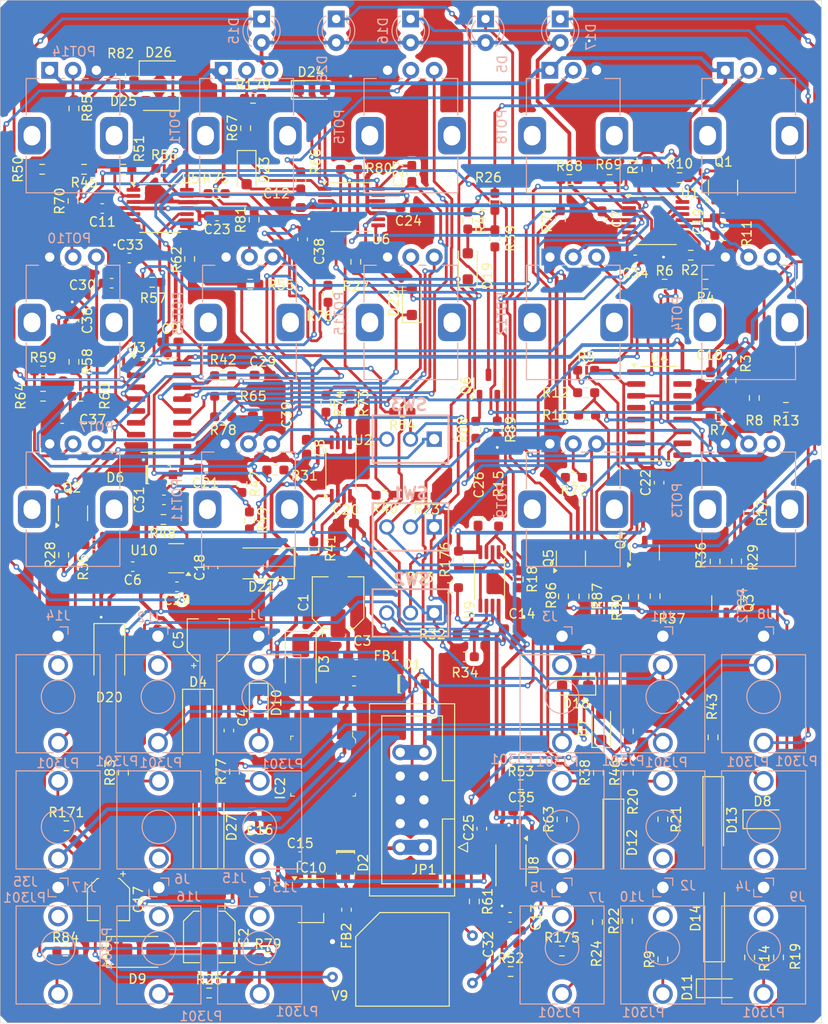
<source format=kicad_pcb>
(kicad_pcb (version 20241229) (generator "pcbnew") (generator_version "9.0")
  (layers (0 "F.Cu" signal) (2 "B.Cu" signal) (13 "F.Paste" user) (15 "B.Paste" user) (5 "F.SilkS" user "F.Silkscreen") (7 "B.SilkS" user "B.Silkscreen") (1 "F.Mask" user) (3 "B.Mask" user) (25 "Edge.Cuts" user))
  (net 0 "")
  (net 1 "GND")
  (net 2 "/VCC")
  (net 3 "/VEE")
  (net 4 "/V+")
  (net 5 "/V-")
  (net 6 "Net-(D5-K)")
  (net 7 "Net-(U6D--)")
  (net 8 "Net-(C28-Pad1)")
  (net 9 "Net-(C29-Pad1)")
  (net 10 "Net-(U1A--)")
  (net 11 "Net-(C30-Pad1)")
  (net 12 "Net-(C31-Pad1)")
  (net 13 "Net-(U10--)")
  (net 14 "Net-(C32-Pad2)")
  (net 15 "Net-(U8B--)")
  (net 16 "Net-(U5B--)")
  (net 17 "/OUT")
  (net 18 "Net-(U1B--)")
  (net 19 "Net-(C35-Pad2)")
  (net 20 "Net-(C36-Pad2)")
  (net 21 "Net-(C37-Pad2)")
  (net 22 "Net-(U6B--)")
  (net 23 "/T2")
  (net 24 "Net-(C39-Pad1)")
  (net 25 "+12V")
  (net 26 "-12V")
  (net 27 "/3_OUT")
  (net 28 "Net-(D7-Pad2)")
  (net 29 "Net-(D8-Pad2)")
  (net 30 "/12_OUT")
  (net 31 "Net-(D10-Pad1)")
  (net 32 "/CLOCK_IN")
  (net 33 "Net-(D11-Pad2)")
  (net 34 "/2_OUT")
  (net 35 "Net-(D15-K)")
  (net 36 "Net-(D16-K)")
  (net 37 "Net-(D17-K)")
  (net 38 "/XOR_IN")
  (net 39 "Net-(D18-Pad1)")
  (net 40 "Net-(U6C--)")
  (net 41 "Net-(D19-Pad1)")
  (net 42 "Net-(D22-Pad1)")
  (net 43 "Net-(U6A--)")
  (net 44 "Net-(D23-Pad1)")
  (net 45 "Net-(D24-Pad1)")
  (net 46 "Net-(U5D--)")
  (net 47 "Net-(D25-Pad1)")
  (net 48 "/F_CV")
  (net 51 "Net-(J2-PadT)")
  (net 54 "Net-(J4-PadT)")
  (net 55 "Net-(J5-PadT)")
  (net 58 "Net-(J6-PadT)")
  (net 60 "Net-(J7-PadT)")
  (net 61 "Net-(U1D--)")
  (net 62 "Net-(J8-PadT)")
  (net 63 "Net-(J9-PadT)")
  (net 65 "Net-(J10-PadT)")
  (net 67 "Net-(J11-PadT)")
  (net 68 "/T1")
  (net 70 "/F_IN")
  (net 72 "Net-(J13-PadT)")
  (net 73 "/F_CV_IN")
  (net 76 "Net-(J15-PadT)")
  (net 78 "Net-(J16-PadT)")
  (net 80 "Net-(J17-PadT)")
  (net 81 "Net-(J35-PadT)")
  (net 82 "Net-(POT1-Pad2)")
  (net 83 "Net-(POT2-Pad2)")
  (net 84 "/RUN_CV")
  (net 85 "Net-(POT3-Pad2)")
  (net 86 "Net-(POT4-Pad2)")
  (net 87 "Net-(POT7-Pad3)")
  (net 88 "Net-(POT7-Pad2)")
  (net 89 "Net-(POT8-Pad2)")
  (net 90 "Net-(POT9-Pad2)")
  (net 91 "Net-(POT10-Pad2)")
  (net 92 "Net-(POT11-Pad2)")
  (net 93 "Net-(POT12-Pad2)")
  (net 94 "Net-(POT13-Pad2)")
  (net 95 "Net-(POT14-Pad2)")
  (net 96 "Net-(POT15-Pad3)")
  (net 97 "/OUT_AMP")
  (net 98 "Net-(Q1-C)")
  (net 99 "Net-(Q1-B)")
  (net 100 "Net-(Q2-E)")
  (net 101 "Net-(Q2-B)")
  (net 102 "Net-(Q3-E)")
  (net 103 "Net-(Q3-B)")
  (net 104 "Net-(Q4-B)")
  (net 105 "Net-(Q4-E)")
  (net 106 "Net-(U1C--)")
  (net 107 "Net-(U2A-+)")
  (net 108 "/XOR")
  (net 109 "Net-(R3-Pad1)")
  (net 110 "/3")
  (net 111 "/2")
  (net 112 "/12")
  (net 113 "Net-(R12-Pad1)")
  (net 114 "/STEP")
  (net 115 "Net-(U9A-+)")
  (net 116 "Net-(R23-Pad2)")
  (net 117 "Net-(R31-Pad1)")
  (net 118 "/P1")
  (net 119 "Net-(U9B--)")
  (net 120 "Net-(R33-Pad2)")
  (net 121 "Net-(U5A--)")
  (net 122 "Net-(U2B-+)")
  (net 123 "Net-(R49-Pad2)")
  (net 124 "Net-(R50-Pad1)")
  (net 125 "Net-(R51-Pad2)")
  (net 126 "Net-(R54-Pad1)")
  (net 127 "Net-(R55-Pad2)")
  (net 128 "/PWM")
  (net 129 "/P2")
  (net 130 "Net-(R65-Pad1)")
  (net 131 "Net-(U1A-+)")
  (net 132 "Net-(U8A--)")
  (net 133 "/VCA")
  (net 134 "Net-(U9A--)")
  (net 135 "Net-(U4-CP)")
  (net 145 "Net-(D1-PadK)")
  (net 146 "Net-(D2-PadA)")
  (net 147 "Net-(D28-K)")
  (net 148 "Net-(Q5-B)")
  (net 149 "Net-(Q5-E)")
  (net 150 "Net-(Q6-E)")
  (net 151 "Net-(Q6-B)")
  (net 152 "Net-(D20-A)")
  (footprint "Resistor_SMD:R_0603_1608Metric_Pad0.98x0.95mm_HandSolder" (layer "F.Cu") (at 118.17 101.3125 -90)
    (property "Reference" "R37")
    (property "Value" "1k")
  )
  (footprint "Resistor_SMD:R_0603_1608Metric_Pad0.98x0.95mm_HandSolder" (layer "F.Cu") (at 73.9 89.3 -90)
    (property "Reference" "R47")
    (property "Value" "30k")
  )
  (footprint "Resistor_SMD:R_0603_1608Metric_Pad0.98x0.95mm_HandSolder" (layer "F.Cu") (at 80.2 56.8 -90)
    (property "Reference" "R66")
    (property "Value" "30k")
  )
  (footprint "Package_SO:TSSOP-8_4.4x3mm_P0.65mm" (layer "F.Cu") (at 100.425 99.4625 -90)
    (property "Reference" "U9")
    (property "Value" "TL072")
  )
  (footprint "Resistor_SMD:R_0603_1608Metric_Pad0.98x0.95mm_HandSolder" (layer "F.Cu") (at 132.1875 81.1 180)
    (property "Reference" "R13")
    (property "Value" "30k")
  )
  (footprint "Package_SO:SOIC-16_3.9x9.9mm_P1.27mm" (layer "F.Cu") (at 118.625 81.765)
    (property "Reference" "U4")
    (property "Value" "4021")
  )
  (footprint "Capacitor_SMD:C_0603_1608Metric_Pad1.08x0.95mm_HandSolder" (layer "F.Cu") (at 80.4 63.1 -90)
    (property "Reference" "C38")
    (property "Value" "1n")
  )
  (footprint "Capacitor_SMD:CP_Elec_5x4.5" (layer "F.Cu") (at 84.2 102 90)
    (property "Reference" "C1")
    (property "Value" "47u")
  )
  (footprint "Resistor_SMD:R_0603_1608Metric_Pad0.98x0.95mm_HandSolder" (layer "F.Cu") (at 60.9 45.6125 90)
    (property "Reference" "R82")
    (property "Value" "10k")
  )
  (footprint "Diode_SMD:D_SOD-123F" (layer "F.Cu") (at 129.8 125.2)
    (property "Reference" "D8")
    (property "Value" "1N4148W-7")
  )
  (footprint "Resistor_SMD:R_0603_1608Metric_Pad0.98x0.95mm_HandSolder" (layer "F.Cu") (at 124.6 97.6 90)
    (property "Reference" "R36")
    (property "Value" "1k")
  )
  (footprint "Package_TO_SOT_SMD:SOT-23-3" (layer "F.Cu") (at 117.07 96.65 90)
    (property "Reference" "Q4")
    (property "Value" "2n3904")
  )
  (footprint "Diode_SMD:D_MiniMELF_Handsoldering" (layer "F.Cu") (at 124.4 125.3 -90)
    (property "Reference" "D13")
    (property "Value" "D_Zener 5V6")
  )
  (footprint "Resistor_SMD:R_0603_1608Metric_Pad0.98x0.95mm_HandSolder" (layer "F.Cu") (at 113.2875 56.7)
    (property "Reference" "R69")
    (property "Value" "30k")
  )
  (footprint "Resistor_SMD:R_0603_1608Metric_Pad0.98x0.95mm_HandSolder" (layer "F.Cu") (at 85.3875 55.6 180)
    (property "Reference" "R80")
    (property "Value" "51k")
  )
  (footprint "Resistor_SMD:R_0603_1608Metric_Pad0.98x0.95mm_HandSolder" (layer "F.Cu") (at 56.9875 55.6 180)
    (property "Reference" "R45")
    (property "Value" "30k")
  )
  (footprint "Resistor_SMD:R_0603_1608Metric_Pad0.98x0.95mm_HandSolder" (layer "F.Cu") (at 55.8 59 90)
    (property "Reference" "R70")
    (property "Value" "51k")
  )
  (footprint "Capacitor_SMD:C_0603_1608Metric_Pad1.08x0.95mm_HandSolder" (layer "F.Cu") (at 62.1975 98.15 180)
    (property "Reference" "C6")
    (property "Value" "100n")
  )
  (footprint "Digikey-footprints:SOD-123" (layer "F.Cu") (at 91.925 110.7)
    (property "Reference" "D1")
    (property "Value" "1N5819")
  )
  (footprint "Capacitor_SMD:C_0603_1608Metric_Pad1.08x0.95mm_HandSolder" (layer "F.Cu") (at 99.6 126.2 -90)
    (property "Reference" "C25")
    (property "Value" "100n")
  )
  (footprint "Resistor_SMD:R_0603_1608Metric_Pad0.98x0.95mm_HandSolder" (layer "F.Cu") (at 73.1 120.1125 90)
    (property "Reference" "R77")
    (property "Value" "1k")
  )
  (footprint "Resistor_SMD:R_0603_1608Metric_Pad0.98x0.95mm_HandSolder" (layer "F.Cu") (at 71.8875 82.1 180)
    (property "Reference" "R78")
    (property "Value" "510")
  )
  (footprint "Resistor_SMD:R_0603_1608Metric_Pad0.98x0.95mm_HandSolder" (layer "F.Cu") (at 119 140.2 90)
    (property "Reference" "R9")
    (property "Value" "1k")
  )
  (footprint "Resistor_SMD:R_0603_1608Metric_Pad0.98x0.95mm_HandSolder" (layer "F.Cu") (at 71.8875 77.7 180)
    (property "Reference" "R42")
    (property "Value" "510")
  )
  (footprint "Resistor_SMD:R_0603_1608Metric_Pad0.98x0.95mm_HandSolder" (layer "F.Cu") (at 52.5875 77.2)
    (property "Reference" "R59")
    (property "Value" "15k")
  )
  (footprint "Capacitor_SMD:C_0603_1608Metric_Pad1.08x0.95mm_HandSolder" (layer "F.Cu") (at 116.0375 65.3 180)
    (property "Reference" "C34")
    (property "Value" "220p")
  )
  (footprint "Resistor_SMD:R_0603_1608Metric_Pad0.98x0.95mm_HandSolder" (layer "F.Cu") (at 123.5875 67.9 180)
    (property "Reference" "R4")
    (property "Value" "30k")
  )
  (footprint "Diode_SMD:D_SMA_Handsoldering" (layer "F.Cu") (at 70.3 126.1 -90)
    (property "Reference" "D27")
    (property "Value" "1n4004")
  )
  (footprint "Resistor_SMD:R_0603_1608Metric_Pad0.98x0.95mm_HandSolder" (layer "F.Cu") (at 76.6875 140)
    (property "Reference" "R79")
    (property "Value" "1k")
  )
  (footprint "Diode_SMD:D_MiniMELF_Handsoldering" (layer "F.Cu") (at 124.5 135.8 90)
    (property "Reference" "D14")
    (property "Value" "D_Zener 5V6")
  )
  (footprint "Capacitor_SMD:C_0603_1608Metric_Pad1.08x0.95mm_HandSolder" (layer "F.Cu") (at 112.49 60.9725 -90)
    (property "Reference" "C7")
    (property "Value" "100n")
  )
  (footprint "Capacitor_SMD:C_0603_1608Metric_Pad1.08x0.95mm_HandSolder" (layer "F.Cu") (at 102.6375 138.5)
    (property "Reference" "C32")
    (property "Value" "18p")
  )
  (footprint "Package_TO_SOT_SMD:SOT-23-3" (layer "F.Cu") (at 125.45 57.5625 90)
    (property "Reference" "Q1")
    (property "Value" "2n3904")
  )
  (footprint "Resistor_SMD:R_0603_1608Metric_Pad0.98x0.95mm_HandSolder" (layer "F.Cu") (at 74.7875 67.9 180)
    (property "Reference" "R55")
    (property "Value" "51k")
  )
  (footprint "Resistor_SMD:R_0603_1608Metric_Pad0.98x0.95mm_HandSolder" (layer "F.Cu") (at 115.2 136.1 90)
    (property "Reference" "R22")
    (property "Value" "100k")
  )
  (footprint "Resistor_SMD:R_0603_1608Metric_Pad0.98x0.95mm_HandSolder" (layer "F.Cu") (at 125.4875 62.7 180)
    (property "Reference" "R11")
    (property "Value" "62k")
  )
  (footprint "Resistor_SMD:R_0603_1608Metric_Pad0.98x0.95mm_HandSolder" (layer "F.Cu") (at 74.7 93.2 -90)
    (property "Reference" "R49")
    (property "Value" "10k")
  )
  (footprint "Resistor_SMD:R_0603_1608Metric_Pad0.98x0.95mm_HandSolder" (layer "F.Cu") (at 115.3 115.7875 90)
    (property "Reference" "R20")
    (property "Value" "100k")
  )
  (footprint "Diode_SMD:D_MiniMELF_Handsoldering" (layer "F.Cu") (at 113.7 127.7 -90)
    (property "Reference" "D12")
    (property "Value" "D_Zener 5V6")
  )
  (footprint "Resistor_SMD:R_0603_1608Metric_Pad0.98x0.95mm_HandSolder" (layer "F.Cu") (at 89.1875 90.5 180)
    (property "Reference" "R40")
    (property "Value" "15k")
  )
  (footprint "Package_TO_SOT_SMD:SOT-23-3" (layer "F.Cu") (at 100.31 78.7425 90)
    (property "Reference" "Q6")
    (property "Value" "2n3904")
  )
  (footprint "Resistor_SMD:R_0603_1608Metric_Pad0.98x0.95mm_HandSolder" (layer "F.Cu") (at 108.03 60.9425 90)
    (property "Reference" "R71")
    (property "Value" "10k")
  )
  (footprint "Resistor_SMD:R_0603_1608Metric_Pad0.98x0.95mm_HandSolder" (layer "F.Cu") (at 121.9875 64.8)
    (property "Reference" "R2")
    (property "Value" "15k")
  )
  (footprint "Capacitor_SMD:C_0603_1608Metric_Pad1.08x0.95mm_HandSolder" (layer "F.Cu") (at 70.8 98.2375 90)
    (property "Reference" "C18")
    (property "Value" "100n")
  )
  (footprint "Resistor_SMD:R_0603_1608Metric_Pad0.98x0.95mm_HandSolder" (layer "F.Cu") (at 126.9 97.5875 -90)
    (property "Reference" "R29")
    (property "Value" "10k")
  )
  (footprint "Digikey-footprints:SOD-123" (layer "F.Cu") (at 85 129.875 -90)
    (property "Reference" "D2")
    (property "Value" "1N5819")
  )
  (footprint "Capacitor_SMD:C_0603_1608Metric_Pad1.08x0.95mm_HandSolder" (layer "F.Cu") (at 75.8375 124.9 180)
    (property "Reference" "C16")
    (property "Value" "100n")
  )
  (footprint "Resistor_SMD:R_0603_1608Metric_Pad0.98x0.95mm_HandSolder" (layer "F.Cu") (at 71.8875 79.9)
    (property "Reference" "R65")
    (property "Value" "100k")
  )
  (footprint "Diode_SMD:D_SOD-123F" (layer "F.Cu") (at 65 48.3 180)
    (property "Reference" "D25")
    (property "Value" "1N4148W-7")
  )
  (footprint "Capacitor_SMD:C_0603_1608Metric_Pad1.08x0.95mm_HandSolder" (layer "F.Cu") (at 103.8375 124.3)
    (property "Reference" "C35")
    (property "Value" "18p")
  )
  (footprint "Capacitor_SMD:CP_Elec_4x5.4" (layer "F.Cu") (at 70.3 106 90)
    (property "Reference" "C5")
    (property "Value" "10u")
  )
  (footprint "Resistor_SMD:R_0603_1608Metric_Pad0.98x0.95mm_HandSolder" (layer "F.Cu") (at 71.1875 58.2 180)
    (property "Reference" "R75")
    (property "Value" "51k")
  )
  (footprint "Capacitor_SMD:C_0603_1608Metric_Pad1.08x0.95mm_HandSolder" (layer "F.Cu") (at 86.1375 107.6)
    (property "Reference" "C3")
    (property "Value" "100n")
  )
  (footprint "Package_TO_SOT_SMD:SOT-23-5" (layer "F.Cu") (at 66.8625 97.25 180)
    (property "Reference" "U10")
    (property "Value" "LM321")
  )
  (footprint "Resistor_SMD:R_0603_1608Metric_Pad0.98x0.95mm_HandSolder" (layer "F.Cu") (at 115.86 101.38 90)
    (property "Reference" "R30")
    (property "Value" "10k")
  )
  (footprint "Capacitor_SMD:C_0603_1608Metric_Pad1.08x0.95mm_HandSolder" (layer "F.Cu") (at 99.2 92.9 -90)
    (property "Reference" "C26")
    (property "Value" "100n")
  )
  (footprint "Connector_IDC:IDC-Header_2x05_P2.54mm_Vertical" (layer "F.Cu") (at 93.4 128.2 180)
    (property "Reference" "JP1")
    (property "Value" "M05X2PTH")
  )
  (footprint "Diode_SMD:D_SOD-123F" (layer "F.Cu") (at 74.4 55.8 -90)
    (property "Reference" "D23")
    (property "Value" "1N4148W-7")
  )
  (footprint "Resistor_SMD:R_0603_1608Metric_Pad0.98x0.95mm_HandSolder" (layer "F.Cu") (at 110.7825 77.12)
    (property "Reference" "R5")
    (property "Value" "30k")
  )
  (footprint "Diode_SMD:D_SMA" (layer "F.Cu") (at 62.9 139.4)
    (property "Reference" "D9")
    (property "Value" "D_Schottky")
  )
  (footprint "Capacitor_SMD:CP_Elec_4x5.4" (layer "F.Cu") (at 59.6 133.8 -90)
    (property "Reference" "C17")
    (property "Value" "10u")
  )
  (footprint "Capacitor_SMD:C_0603_1608Metric_Pad1.08x0.95mm_HandSolder" (layer "F.Cu") (at 59.9375 67.8)
    (property "Reference" "C30")
    (property "Value" "220p")
  )
  (footprint "Resistor_SMD:R_0603_1608Metric_Pad0.98x0.95mm_HandSolder" (layer "F.Cu") (at 57.9875 95.8)
    (property "Reference" "R35")
    (property "Value" "1k")
  )
  (footprint "Resistor_SMD:R_0603_1608Metric_Pad0.98x0.95mm_HandSolder" (layer "F.Cu") (at 110.8825 81.92)
    (property "Reference" "R16")
    (property "Value" "1k")
  )
  (footprint "Resistor_SMD:R_0603_1608Metric_Pad0.98x0.95mm_HandSolder" (layer "F.Cu") (at 98.8 134 -90)
    (property "Reference" "R61")
    (property "Value" "20k")
  )
  (footprint "Capacitor_SMD:C_0603_1608Metric_Pad1.08x0.95mm_HandSolder" (layer "F.Cu") (at 124.1 78.2 -90)
    (property "Reference" "C10")
    (property "Value" "100n")
  )
  (footprint "Capacitor_SMD:C_0603_1608Metric_Pad1.08x0.95mm_HandSolder" (layer "F.Cu") (at 71.2375 60.6 180)
    (property "Reference" "C23")
    (property "Value" "100n")
  )
  (footprint "Resistor_SMD:R_0603_1608Metric_Pad0.98x0.95mm_HandSolder" (layer "F.Cu") (at 70.3875 143.8)
    (property "Reference" "R25")
    (property "Value" "1k")
  )
  (footprint "Resistor_SMD:R_0603_1608Metric_Pad0.98x0.95mm_HandSolder" (layer "F.Cu") (at 101.26 83.4675 -90)
    (property "Reference" "R89")
    (property "Value" "1k")
  )
  (footprint "Capacitor_SMD:C_0603_1608Metric_Pad1.08x0.95mm_HandSolder" (layer "F.Cu") (at 75.9375 82)
    (property "Reference" "C39")
    (property "Value" "560p")
  )
  (footprint "Diode_SMD:D_SMA" (layer "F.Cu") (at 76 97.8 180)
    (property "Reference" "D21")
    (property "Value" "D_Schottky")
  )
  (footprint "Capacitor_SMD:C_0603_1608Metric_Pad1.08x0.95mm_HandSolder" (layer "F.Cu") (at 54.6375 82.3)
    (property "Reference" "C37")
    (property "Value" "560p")
  )
  (footprint "Resistor_SMD:R_0603_1608Metric_Pad0.98x0.95mm_HandSolder" (layer "F.Cu") (at 103.7875 121.5)
    (property "Reference" "R53")
    (property "Value" "100k")
  )
  (footprint "Resistor_SMD:R_0603_1608Metric_Pad0.98x0.95mm_HandSolder" (layer "F.Cu") (at 101 59.0875 -90)
    (property "Reference" "R26")
    (property "Value" "30k")
  )
  (footprint "Resistor_SMD:R_0603_1608Metric_Pad0.98x0.95mm_HandSolder" (layer "F.Cu") (at 75.2 61 90)
    (property "Reference" "R81")
    (property "Value" "51k")
  )
  (footprint "Capacitor_SMD:C_0603_1608Metric_Pad1.08x0.95mm_HandSolder" (layer "F.Cu") (at 79.3375 59.7 180)
    (property "Reference" "C12")
    (property "Value" "100n")
  )
  (footprint "Resistor_SMD:R_0603_1608Metric_Pad0.98x0.95mm_HandSolder" (layer "F.Cu") (at 110.7825 79.52)
    (property "Reference" "R12")
    (property "Value" "30k")
  )
  (footprint "Resistor_SMD:R_0603_1608Metric_Pad0.98x0.95mm_HandSolder" (layer "F.Cu") (at 61.1875 55.6)
    (property "Reference" "R51")
    (property "Value" "30k")
  )
  (footprint "Resistor_SMD:R_0603_1608Metric_Pad0.98x0.95mm_HandSolder" (layer "F.Cu") (at 96.1875 100.4)
    (property "Reference" "R33")
    (property "Value" "10k")
  )
  (footprint "Resistor_SMD:R_0603_1608Metric_Pad0.98x0.95mm_HandSolder" (layer "F.Cu") (at 120.7875 56.5)
    (property "Reference" "R10")
    (property "Value" "100k")
  )
  (footprint "Resistor_SMD:R_0603_1608Metric_Pad0.98x0.95mm_HandSolder" (layer "F.Cu") (at 82.9 80.7 -90)
    (property "Reference" "R74")
    (property "Value" "30k")
  )
  (footprint "Inductor_SMD:L_0603_1608Metric" (layer "F.Cu") (at 85.9125 110.4)
    (property "Reference" "FB1")
    (property "Value" "FerriteBead")
  )
  (footprint "Capacitor_SMD:C_0603_1608Metric_Pad1.08x0.95mm_HandSolder" (layer "F.Cu") (at 76.1175 77.65)
    (property "Reference" "C29")
    (property "Value" "560p")
  )
  (footprint "Diode_SMD:D_SOD-123F" (layer "F.Cu") (at 81.4 47.1)
    (property "Reference" "D24")
    (property "Value" "1N4148W-7")
  )
  (footprint "Capacitor_SMD:C_0603_1608Metric_Pad1.08x0.95mm_HandSolder" (layer "F.Cu") (at 80.1375 129.2)
    (property "Reference" "C15")
    (property "Value" "100n")
  )
  (footprint "Resistor_SMD:R_0603_1608Metric_Pad0.98x0.95mm_HandSolder" (layer "F.Cu") (at 68.3 65.2 -90)
    (property "Reference" "R62")
    (property "Value" "150k")
  )
  (footprint "Resistor_SMD:R_0603_1608Metric_Pad0.98x0.95mm_HandSolder" (layer "F.Cu") (at 131.4 139.9875 -90)
    (property "Reference" "R19")
    (property "Value" "1k")
  )
  (footprint "Capacitor_SMD:C_0603_1608Metric_Pad1.08x0.95mm_HandSolder" (layer "F.Cu") (at 85.0375 93.5)
    (property "Reference" "C20")
    (property "Value" "100n")
  )
  (footprint "Capacitor_SMD:C_0603_1608Metric_Pad1.08x0.95mm_HandSolder" (layer "F.Cu") (at 58.9375 59.8 180)
    (property "Reference" "C11")
    (property "Value" "100n")
  )
  (footprint "Package_SO:TSSOP-14_4.4x5mm_P0.65mm" (layer "F.Cu") (at 65.1375 59.75)
    (property "Reference" "U5")
    (property "Value" "TL074")
  )
  (footprint "Resistor_SMD:R_0603_1608Metric_Pad0.98x0.95mm_HandSolder" (layer "F.Cu") (at 65.4875 93.1 180)
    (property "Reference" "R48")
    (property "Value" "100k")
  )
  (footprint "Resistor_SMD:R_0603_1608Metric_Pad0.98x0.95mm_HandSolder" (layer "F.Cu") (at 97.8875 107.8)
    (property "Reference" "R34")
    (property "Value" "100k")
  )
  (footprint "Capacitor_SMD:C_0603_1608Metric_Pad1.08x0.95mm_HandSolder" (layer "F.Cu") (at 66.2375 74.1 180)
    (property "Reference" "C9")
    (property "Value" "100n")
  )
  (footprint "Diode_SMD:D_SMA_Handsoldering" (layer "F.Cu") (at 69.2 115.7 90)
    (property "Reference" "D4")
    (property "Value" "1n4004")
  )
  (footprint "Inductor_SMD:L_0603_1608Metric" (layer "F.Cu") (at 85.1 134.8875 90)
    (property "Reference" "FB2")
    (property "Value" "FerriteBead")
  )
  (footprint "Resistor_SMD:R_0603_1608Metric_Pad0.98x0.95mm_HandSolder" (layer "F.Cu") (at 102.6875 141.5)
    (property "Reference" "R52")
    (property "Value" "100k")
  )
  (footprint "Package_TO_SOT_SMD:SOT-23-3" (layer "F.Cu") (at 55.8 92.4375 90)
    (property "Reference" "Q2")
    (property "Value" "2n3904")
  )
  (footprint "Resistor_SMD:R_0603_1608Metric_Pad0.98x0.95mm_HandSolder" (layer "F.Cu") (at 86.1 65.5125 -90)
    (property "Reference" "R27")
    (property "Value" "10k")
  )
  (footprint "Resistor_SMD:R_0603_1608Metric_Pad0.98x0.95mm_HandSolder" (layer "F.Cu") (at 112 136.2125 90)
    (property "Reference" "R24")
    (property "Value" "1k")
  )
  (footprint "Diode_SMD:D_SMA" (layer "F.Cu") (at 80.2 108.6 -90)
    (property "Reference" "D3")
    (property "Value" "D_Schottky")
  )
  (footprint "Resistor_SMD:R_0603_1608Metric_Pad0.98x0.95mm_HandSolder" (layer "F.Cu") (at 97.8875 105.4)
    (property "Reference" "R32")
    (property "Value" "10k")
  )
  (footprint "Resistor_SMD:R_0603_1608Metric_Pad0.98x0.95mm_HandSolder" (layer "F.Cu") (at 98.1 61.0875 -90)
    (property "Reference" "R44")
    (property "Value" "51k")
  )
  (footprint "Capacitor_SMD:C_0603_1608Metric_Pad1.08x0.95mm_HandSolder" (layer "F.Cu") (at 70.1 87.6 180)
    (property "Reference" "C21")
    (property "Value" "100n")
  )
  (footprint "Resistor_SMD:R_0603_1608Metric_Pad0.98x0.95mm_HandSolder" (layer "F.Cu") (at 54.8 96.9 90)
    (property "Reference" "R28")
    (property "Value" "10k")
  )
  (footprint "Package_TO_SOT_SMD:SOT-89-3" (layer "F.Cu") (at 81.3 133.9)
    (property "Reference" "IC10")
    (property "Value" "lm79l09")
  )
  (footprint "Diode_SMD:D_SOD-123F" (layer "F.Cu") (at 92.1 69.8 90)
    (property "Reference" "D22")
    (property "Value" "1N4148W-7")
  )
  (footprint "Package_TO_SOT_SMD:SOT-23-3" (layer "F.Cu") (at 109.15 97.27 90)
    (property "Reference" "Q5")
    (property "Value" "2n3904")
  )
  (footprint "Resistor_SMD:R_0603_1608Metric_Pad0.98x0.95mm_HandSolder" (layer "F.Cu") (at 126.3 78.2 90)
    (property "Reference" "R3")
    (property "Value" "15k")
  )
  (footprint "Resistor_SMD:R_0603_1608Metric_Pad0.98x0.95mm_HandSolder" (layer "F.Cu") (at 64.2875 67.7)
    (property "Reference" "R57")
    (property "Value" "30k")
  )
  (footprint "Resistor_SMD:R_0603_1608Metric_Pad0.98x0.95mm_HandSolder" (layer "F.Cu") (at 117.3 55.6 -90)
    (property "Reference" "R1")
    (property "Value" "10k")
  )
  (footprint "Resistor_SMD:R_0603_1608Metric_Pad0.98x0.95mm_HandSolder" (layer "F.Cu") (at 52.4875 55.6)
    (property "Reference" "R50")
    (property "Value" "470k")
  )
  (footprint "Package_SO:TSSOP-14_4.4x5mm_P0.65mm" (layer "F.Cu") (at 85.6375 59.65)
    (property "Reference" "U6")
    (property "Value" "TL074")
  )
  (footprint "Capacitor_SMD:C_0603_1608Metric_Pad1.08x0.95mm_HandSolder" (layer "F.Cu") (at 92.1 56.1 90)
    (property "Reference" "C27")
    (property "Value" "1n")
  )
  (footprint "Diode_SMD:D_SOD-123F" (layer "F.Cu") (at 65.1 45)
    (property "Reference" "D26")
    (property "Value" "1N4148W-7")
  )
  (footprint "Resistor_SMD:R_0603_1608Metric_Pad0.98x0.95mm_HandSolder" (layer "F.Cu") (at 108.1875 139.3)
    (property "Reference" "R175")
    (property "Value" "7.5k")
  )
  (footprint "Diode_SMD:D_SOD-123F" (layer "F.Cu") (at 124.8 143.3)
    (property "Reference" "D11")
    (property "Value" "1N4148W-7")
  )
  (footprint "Resistor_SMD:R_0603_1608Metric_Pad0.98x0.95mm_HandSolder" (layer "F.Cu") (at 128.2 92.4 -90)
    (property "Reference" "R17")
    (property "Value" "1k")
  )
  (footprint "Resistor_SMD:R_0603_1608Metric_Pad0.98x0.95mm_HandSolder" (layer "F.Cu") (at 55.9 76.2125 -90)
    (property "Reference" "R58")
    (property "Value" "510")
  )
  (footprint "Resistor_SMD:R_0603_1608Metric_Pad0.98x0.95mm_HandSolder" (layer "F.Cu") (at 128.3 139.9875 -90)
    (property "Reference" "R14")
    (property "Value" "1k")
  )
  (footprint "Resistor_SMD:R_0603_1608Metric_Pad0.98x0.95mm_HandSolder" (layer "F.Cu") (at 115.3 120.2125 90)
    (property "Reference" "R46")
    (property "Value" "1k")
  )
  (footprint "Resistor_SMD:R_0603_1608Metric_Pad0.98x0.95mm_HandSolder" (layer "F.Cu") (at 93.6875 90.6 180)
    (property "Reference" "R23")
    (property "Value" "10k")
  )
  (footprint "Resistor_SMD:R_0603_1608Metric_Pad0.98x0.95mm_HandSolder" (layer "F.Cu") (at 75.0875 48)
    (property "Reference" "R179")
    (property "Value" "47k")
  )
  (footprint "Resistor_SMD:R_0603_1608Metric_Pad0.98x0.95mm_HandSolder" (layer "F.Cu") (at 74.3 51.2 90)
    (property "Reference" "R67")
    (property "Value" "10k")
  )
  (footprint "Package_SO:TSSOP-8_4.4x3mm_P0.65mm" (layer "F.Cu") (at 84.5 87.7 90)
    (property "Reference" "U2")
    (property "Value" "TL072")
  )
  (footprint "Resistor_SMD:R_0603_1608Metric_Pad0.98x0.95mm_HandSolder" (layer "F.Cu") (at 85.5 80.7 -90)
    (property "Reference" "R73")
    (property "Value" "15k")
  )
  (footprint "Resistor_SMD:R_0603_1608Metric_Pad0.98x0.95mm_HandSolder" (layer "F.Cu") (at 83.12 68.93 -90)
    (property "Reference" "R76")
    (property "Value" "100k")
  )
  (footprint "Resistor_SMD:R_0603_1608Metric_Pad0.98x0.95mm_HandSolder" (layer "F.Cu") (at 101.4 92.9 -90)
    (property "Reference" "R15")
    (property "Value" "100k")
  )
  (footprint "Digikey-footprints:SOD-123" (layer "F.Cu") (at 64.925 88.3)
    (property "Reference" "D6")
    (property "Value" "1N5819")
  )
  (footprint "Capacitor_SMD:C_0603_1608Metric_Pad1.08x0.95mm_HandSolder" (layer "F.Cu") (at 102.6375 135.7 180)
    (property "Reference" "C13")
    (property "Value" "100n")
  )
  (footprint "Capacitor_SMD:C_0603_1608Metric_Pad1.08x0.95mm_HandSolder" (layer "F.Cu") (at 61.8375 65.1 180)
    (property "Reference" "C33")
    (property "Value" "220p")
  )
  (footprint "Capacitor_SMD:C_0603_1608Metric_Pad1.08x0.95mm_HandSolder" (layer "F.Cu") (at 80.8 85.4375 -90)
    (property "Reference" "C8")
    (property "Value" "100n")
  )
  (footprint "Diode_SMD:D_SMA" (layer "F.Cu") (at 59.69 107.75 -90)
    (property "Reference" "D20")
    (property "Value" "D_Schottky")
  )
  (footprint "Capacitor_SMD:C_0603_1608Metric_Pad1.08x0.95mm_HandSolder" (layer "F.Cu") (at 118.6 89.1625 90)
    (property "Reference" "C22")
    (property "Value" "100n")
  )
  (footprint "Resistor_SMD:R_0603_1608Metric_Pad0.98x0.95mm_HandSolder" (layer "F.Cu") (at 55.0875 125.9)
    (property "Reference" "R171")
    (property "Value" "1k")
  )
  (footprint "Diode_SMD:D_SOD-123F" (layer "F.Cu") (at 75.7 112.85 -90)
    (property "Reference" "D10")
    (property "Value" "1N4148W-7")
  )
  (footprint "Resistor_SMD:R_0603_1608Metric_Pad0.98x0.95mm_HandSolder" (layer "F.Cu") (at 110.55 101.3325 -90)
    (property "Reference" "R87")
    (property "Value" "1k")
  )
  (footprint "Capacitor_SMD:C_0603_1608Metric_Pad1.08x0.95mm_HandSolder" (layer "F.Cu") (at 55.9 71.8 -90)
    (property "Reference" "C36")
    (property "Value" "560p")
  )
  (footprint "Resistor_SMD:R_0603_1608Metric_Pad0.98x0.95mm_HandSolder" (layer "F.Cu") (at 124.9875 82.1 180)
    (property "Reference" "R7")
    (property "Value" "30k")
  )
  (footprint "Resistor_SMD:R_0603_1608Metric_Pad0.98x0.95mm_HandSolder" (layer "F.Cu") (at 91.0875 81.6 180)
    (property "Reference" "R54")
    (property "Value" "100k")
  )
  (footprint "OptoDevice:PerkinElmer_VTL5C" (layer "F.Cu") (at 83.6 138.3)
    (property "Reference" "V9")
    (property "Value" "VTL5C")
  )
  (footprint "Capacitor_SMD:C_0603_1608Metric_Pad1.08x0.95mm_HandSolder" (layer "F.Cu") (at 66.9375 100.3 180)
    (property "Reference" "C28")
    (property "Value" "100n")
  )
  (footprint "Resistor_SMD:R_0603_1608Metric_Pad0.98x0.95mm_HandSolder" (layer "F.Cu") (at 52.5875 79.9 180)
    (property "Reference" "R64")
    (property "Value" "1.5k")
  )
  (footprint "Package_TO_SOT_SMD:SOT-23-3" (layer "F.Cu") (at 125.8 102.0625 -90)
    (property "Reference" "Q3")
    (property "Value" "2n3904")
  )
  (footprint "Resistor_SMD:R_0603_1608Metric_Pad0.98x0.95mm_HandSolder" (layer "F.Cu") (at 81.6 96.4 90)
    (property "Reference" "R41")
    (property "Value" "30k")
  )
  (footprint "Resistor_SMD:R_0603_1608Metric_Pad0.98x0.95mm_HandSolder" (layer "F.Cu") (at 119 125.2 -90)
    (property "Reference" "R21")
    (property "Value" "100k")
  )
  (footprint "Package_SO:TSSOP-14_4.4x5mm_P0.65mm" (layer "F.Cu") (at 118.2375 61.05)
    (property "Reference" "U1")
    (property "Value" "TL074")
  )
  (footprint "Resistor_SMD:R_0603_1608Metric_Pad0.98x0.95mm_HandSolder" (layer "F.Cu") (at 109.4675 88.59 180)
    (property "Reference" "R72")
    (property "Value" "51k")
  )
  (footprint "Resistor_SMD:R_0603_1608Metric_Pad0.98x0.95mm_HandSolder" (layer "F.Cu") (at 108.35 101.3325 90)
    (property "Reference" "R86")
    (property "Value" "10k")
  )
  (footprint "Resistor_SMD:R_0603_1608Metric_Pad0.98x0.95mm_HandSolder" (layer "F.Cu") (at 77.4875 87.8)
    (property "Reference" "R31")
    (property "Value" "100k")
  )
  (footprint "Resistor_SMD:R_0603_1608Metric_Pad0.98x0.95mm_HandSolder" (layer "F.Cu") (at 54.9875 139.3)
    (property "Reference" "R84")
    (property "Value" "1k")
  )
  (footprint "Resistor_SMD:R_0603_1608Metric_Pad0.98x0.95mm_HandSolder" (layer "F.Cu") (at 56.5875 79.9)
    (property "Reference" "R60")
    (property "Value" "510")
  )
  (footprint "Resistor_SMD:R_0603_1608Metric_Pad0.98x0.95mm_HandSolder" (layer "F.Cu") (at 108.2 125.2125 90)
    (property "Reference" "R63")
    (property "Value" "100k")
  )
  (footprint "Capacitor_SMD:C_0603_1608Metric_Pad1.08x0.95mm_HandSolder" (layer "F.Cu") (at 125.4375 60.8 180)
    (property "Reference" "C19")
    (property "Value" "100n")
  )
  (footprint "Capacitor_SMD:C_0603_1608Metric_Pad1.08x0.95mm_HandSolder" (layer "F.Cu") (at 65.5375 91)
    (property "Reference" "C31")
    (property "Value" "18p")
  )
  (footprint "Resistor_SMD:R_0603_1608Metric_Pad0.98x0.95mm_HandSolder" (layer "F.Cu") (at 65.5875 55.5)
    (property "Reference" "R56")
    (property "Value" "30k")
  )
  (footprint "Capacitor_SMD:C_0603_1608Metric_Pad1.08x0.95mm_HandSolder" (layer "F.Cu") (at 102.8375 104.8)
    (property "Reference" "C14")
    (property "Value" "100n")
  )
  (footprint "Resistor_SMD:R_0603_1608Metric_Pad0.98x0.95mm_HandSolder" (layer "F.Cu") (at 128.8 80.0875 90)
    (property "Reference" "R8")
    (property "Value" "30k")
  )
  (footprint "Resistor_SMD:R_0603_1608Metric_Pad0.98x0.95mm_HandSolder" (layer "F.Cu") (at 124.38 116.43 90)
    (property "Reference" "R43")
    (property "Value" "1k")
  )
  (footprint "Package_SO:SOIC-16_3.9x9.9mm_P1.27mm" (layer "F.Cu") (at 65.025 80.845)
    (property "Reference" "U3")
    (property "Value" "SSI2164_Split")
  )
  (footprint "Resistor_SMD:R_0603_1608Metric_Pad0.98x0.95mm_HandSolder" (layer "F.Cu") (at 98.96 83.4925 90)
    (property "Reference" "R88")
    (property "Value" "10k")
  )
  (footprint "Diode_SMD:D_SOD-123F" (layer "F.Cu") (at 98.1 66 90)
    (property "Reference" "D19")
    (property "Value" "1N4148W-7")
  )
  (footprint "Capacitor_SMD:CP_Elec_5x4.5" (layer "F.Cu") (at 70.4 137.8 -90)
    (property "Reference" "C2")
    (property "Value" "47u")
  )
  (footprint "Resistor_SMD:R_0603_1608Metric_Pad0.98x0.95mm_HandSolder" (layer "F.Cu") (at 55.9 49.0875 -90)
    (property "Reference" "R85")
    (property "Value" "51k")
  )
  (footprint "Capacitor_SMD:C_0603_1608Metric_Pad1.08x0.95mm_HandSolder" (layer "F.Cu") (at 72.5 115.7 -90)
    (property "Reference" "C4")
    (property "Value" "100n")
  )
  (footprint "Resistor_SMD:R_0603_1608Metric_Pad0.98x0.95mm_HandSolder" (layer "F.Cu") (at 101 63 90)
    (property "Reference" "R39")
    (property "Value" "51k")
  )
  (footprint "Resistor_SMD:R_0603_1608Metric_Pad0.98x0.95mm_HandSolder" (layer "F.Cu") (at 112.1 120.2125 90)
    (property "Reference" "R38")
    (property "Value" "1k")
  )
  (footprint "Resistor_SMD:R_0603_1608Metric_Pad0.98x0.95mm_HandSolder" (layer "F.Cu") (at 61.2 120.2 90)
    (property "Reference" "R83")
    (property "Value" "1k")
  )
  (footprint "Resistor_SMD:R_0603_1608Metric_Pad0.98x0.95mm_HandSolder" (layer "F.Cu") (at 108.9875 56.7)
    (property "Reference" "R68")
    (property "Value" "100k")
  )
  (footprint "Capacitor_SMD:C_0603_1608Metric_Pad1.08x0.95mm_HandSolder" (layer "F.Cu") (at 91.7375 59.7 180)
    (property "Reference" "C24")
    (property "Value" "100n")
  )
  (footprint "Diode_SMD:D_SOD-123F" (layer "F.Cu") (at 109.6 110.9 180)
    (property "Reference" "D18")
    (property "Value" "1N4148W-7")
  )
  (footprint "Diode_SMD:D_SOD-123F" (layer "F.Cu") (at 112.4 115.3 90)
    (property "Reference" "D7")
    (property "Value" "1N4148W-7")
  )
  (footprint "Digikey-footprints:TO-252-3" (layer "F.Cu") (at 82.6 119.21 -90)
    (property "Reference" "IC2")
    (property "Value" "lm78l09")
  )
  (footprint "Resistor_SMD:R_0603_1608Metric_Pad0.98x0.95mm_HandSolder" (layer "F.Cu") (at 103.5 99.5 90)
    (property "Reference" "R18")
    (property "Value" "10k")
  )
  (footprint "Package_SO:TSSOP-8_4.4x3mm_P0.65mm" (layer "F.Cu") (at 102.725 130.1375 -90)
    (property "Reference" "U8")
    (property "Value" "TL072")
  )
  (footprint "Resistor_SMD:R_0603_1608Metric_Pad0.98x0.95mm_HandSolder" (layer "F.Cu") (at 97.1 97.4 90)
    (property "Reference" "R176")
    (property "Value" "10k")
  )
  (footprint "Resistor_SMD:R_0603_1608Metric_Pad0.98x0.95mm_HandSolder" (layer "F.Cu") (at 119.1875 67.9)
    (property "Reference" "R6")
    (property "Value" "30k")
  )
  (footprint "benjiaomodular:AudioJack_3.5mm" (layer "B.Cu") (at 108.2 132.5 180)
    (property "Reference" "J5")
    (property "Value" "PJ301")
  )
  (footprint "benjiaomodular:AudioJack_3.5mm" (layer "B.Cu") (at 129.8 132.5 180)
    (property "Reference" "J4")
    (property "Value" "PJ301")
  )
  (footprint "benjiaomodular:AudioJack_3.5mm" (layer "B.Cu") (at 54.2 132.5)
    (property "Reference" "J35")
    (property "Value" "PJ301")
  )
  (footprint "Potentiometer_THT:Potentiometer_Alps_RK09K_Single_Vertical" (layer "B.Cu") (at 71.9 45 -90)
    (property "Reference" "POT1")
    (property "Value" "10k")
  )
  (footprint "benjiaomodular:AudioJack_3.5mm" (layer "B.Cu") (at 119 105.6 180)
    (property "Reference" "J11")
    (property "Value" "PJ301")
  )
  (footprint "benjiaomodular:AudioJack_3.5mm" (layer "B.Cu") (at 54.2 105.6 180)
    (property "Reference" "J14")
    (property "Value" "PJ301")
  )
  (footprint "2MS3T1B3M2QES:2MS3T1B3M2QES" (layer "B.Cu") (at 94.5 93.9 -90)
    (property "Reference" "SW1")
    (property "Value" "submini-2T" (hide yes))
  )
  (footprint "Potentiometer_THT:Potentiometer_Alps_RK09K_Single_Vertical" (layer "B.Cu") (at 72.2 65 -90)
    (property "Reference" "POT13")
    (property "Value" "10k")
  )
  (footprint "Potentiometer_THT:Potentiometer_Alps_RK09K_Single_Vertical" (layer "B.Cu") (at 106.9 85 -90)
    (property "Reference" "POT9")
    (property "Value" "10k")
  )
  (footprint "Potentiometer_THT:Potentiometer_Alps_RK09K_Single_Vertical" (layer "B.Cu") (at 53.3 65 -90)
    (property "Reference" "POT10")
    (property "Value" "10k")
  )
  (footprint "benjiaomodular:AudioJack_3.5mm" (layer "B.Cu") (at 65 132.5 180)
    (property "Reference" "J6")
    (property "Value" "PJ301")
  )
  (footprint "benjiaomodular:AudioJack_3.5mm" (layer "B.Cu") (at 129.8 105.6 180)
    (property "Reference" "J8")
    (property "Value" "PJ301")
  )
  (footprint "benjiaomodular:AudioJack_3.5mm" (layer "B.Cu") (at 75.7 105.6 180)
    (property "Reference" "J1")
    (property "Value" "PJ301")
  )
  (footprint "Potentiometer_THT:Potentiometer_Alps_RK09K_Single_Vertical" (layer "B.Cu") (at 89.5 65 -90)
    (property "Reference" "POT15")
    (property "Value" "10k")
  )
  (footprint "Potentiometer_THT:Potentiometer_Alps_RK09K_Single_Vertical" (layer "B.Cu") (at 89.5 45 -90)
    (property "Reference" "POT5")
    (property "Value" "10k")
  )
  (footprint "benjiaomodular:AudioJack_3.5mm" (layer "B.Cu") (at 75.8 132.5)
    (property "Reference" "J13")
    (property "Value" "PJ301" (hide yes))
  )
  (footprint "LED_THT:LED_D3.0mm" (layer "B.Cu") (at 84 39.5 -90)
    (property "Reference" "D28")
    (property "Value" "LED")
  )
  (footprint "benjiaomodular:AudioJack_3.5mm" (layer "B.Cu") (at 54.2 132.5 180)
    (property "Reference" "J17")
    (property "Value" "PJ301")
  )
  (footprint "Potentiometer_THT:Potentiometer_Alps_RK09K_Single_Vertical" (layer "B.Cu") (at 72.1 85 -90)
    (property "Reference" "POT11")
    (property "Value" "10k")
  )
  (footprint "benjiaomodular:AudioJack_3.5mm" (layer "B.Cu") (at 119 132.5 180)
    (property "Reference" "J2")
    (property "Value" "PJ301")
  )
  (footprint "benjiaomodular:AudioJack_3.5mm" (layer "B.Cu") (at 64.9 105.6 180)
    (property "Reference" "J12")
    (property "Value" "PJ301")
  )
  (footprint "LED_THT:LED_D3.0mm" (layer "B.Cu") (at 100 39.5 -90)
    (property "Reference" "D5")
    (property "Value" "LED")
  )
  (footprint "benjiaomodular:AudioJack_3.5mm" (layer "B.Cu") (at 75.8 132.5 180)
    (property "Reference" "J15")
    (property "Value" "PJ301")
  )
  (footprint "benjiaomodular:AudioJack_3.5mm" (layer "B.Cu") (at 129.8 132.5)
    (property "Reference" "J9")
    (property "Value" "PJ301")
  )
  (footprint "Potentiometer_THT:Potentiometer_Alps_RK09K_Single_Vertical" (layer "B.Cu") (at 125.7 45 -90)
    (property "Reference" "POT2")
    (property "Value" "10k")
  )
  (footprint "LED_THT:LED_D3.0mm" (layer "B.Cu") (at 108 39.5 -90)
    (property "Reference" "D17")
    (property "Value" "LED")
  )
  (footprint "Potentiometer_THT:Potentiometer_Alps_RK09K_Single_Vertical" (layer "B.Cu") (at 53.3 85 -90)
    (property "Reference" "POT7")
    (property "Value" "10k")
  )
  (footprint "benjiaomodular:AudioJack_3.5mm" (layer "B.Cu") (at 119 132.5)
    (property "Reference" "J10")
    (property "Value" "PJ301")
  )
  (footprint "benjiaomodular:AudioJack_3.5mm" (layer "B.Cu") (at 108.2 132.5)
    (property "Reference" "J7")
    (property "Value" "PJ301")
  )
  (footprint "LED_THT:LED_D3.0mm" (layer "B.Cu") (at 76 39.5 -90)
    (property "Reference" "D15")
    (property "Value" "LED")
  )
  (footprint "Potentiometer_THT:Potentiometer_Alps_RK09K_Single_Vertical" (layer "B.Cu") (at 106.9 65 -90)
    (property "Reference" "POT12")
    (property "Value" "10k")
  )
  (footprint "Potentiometer_THT:Potentiometer_Alps_RK09K_Single_Vertical" (layer "B.Cu") (at 125.7 85 -90)
    (property "Reference" "POT3")
    (property "Value" "10k")
  )
  (footprint "2MS3T1B3M2QES:2MS3T1B3M2QES" (layer "B.Cu") (at 94.5 84.5 -90)
    (property "Reference" "SW3")
    (property "Value" "submini-2T" (hide yes))
  )
  (footprint "Potentiometer_THT:Potentiometer_Alps_RK09K_Single_Vertical" (layer "B.Cu") (at 106.9 45 -90)
    (property "Reference" "POT8")
    (property "Value" "10k")
  )
  (footprint "LED_THT:LED_D3.0mm" (layer "B.Cu") (at 91.97 39.5 -90)
    (property "Reference" "D16")
    (property "Value" "LED")
  )
  (footprint "2MS3T1B3M2QES:2MS3T1B3M2QES" (layer "B.Cu") (at 94.5 103.1 -90)
    (property "Reference" "SW2")
    (property "Value" "submini-2T" (hide yes))
  )
  (footprint "benjiaomodular:AudioJack_3.5mm" (layer "B.Cu") (at 65 132.5)
    (property "Reference" "J16")
    (property "Value" "PJ301")
  )
  (footprint "Potentiometer_THT:Potentiometer_Alps_RK09K_Single_Vertical" (layer "B.Cu") (at 53.3 45 -90)
    (property "Reference" "POT14")
    (property "Value" "10k")
  )
  (footprint "benjiaomodular:AudioJack_3.5mm" (layer "B.Cu") (at 108.2 105.6 180)
    (property "Reference" "J3")
    (property "Value" "PJ301")
  )
  (footprint "Potentiometer_THT:Potentiometer_Alps_RK09K_Single_Vertical" (layer "B.Cu") (at 125.7 65 -90)
    (property "Reference" "POT4")
    (property "Value" "10k")
  )
  (gr_rect (start 48 37.5) (end 136 147) (stroke (width 0.05)) (fill no) (layer "Edge.Cuts"))
  (segment (start 76.7 124.9) (end 76.7 126.625) (width 0.4) (layer "F.Cu") (net 1))
  (segment (start 73.9 86.8896) (end 72.7865 85.776) (width 0.4) (layer "F.Cu") (net 1))
  (segment (start 89.3021 60.3) (end 89.6552 60.6531) (width 0.4) (layer "F.Cu") (net 1))
  (segment (start 96.975 120.58) (end 93.4 120.58) (width 0.4) (layer "F.Cu") (net 1))
  (segment (start 70.8 103.7) (end 70.3 104.2) (width 0.4) (layer "F.Cu") (net 1))
  (segment (start 82.6 122.3) (end 79.2951 122.3) (width 0.4) (layer "F.Cu") (net 1))
  (segment (start 66.7998 72.6752) (end 66.7998 65.8477) (width 0.4) (layer "F.Cu") (net 1))
  (segment (start 74.0487 86.7409) (end 73.9 86.8896) (width 0.4) (layer "F.Cu") (net 1))
  (segment (start 108.7523 104.2801) (end 110.3762 102.6562) (width 0.4) (layer "F.Cu") (net 1))
  (segment (start 101.775 133.025) (end 101.75 133) (width 0.4) (layer "F.Cu") (net 1))
  (segment (start 87.6423 60.3) (end 87.3265 59.9842) (width 0.4) (layer "F.Cu") (net 1))
  (segment (start 91.2049 110.0552) (end 91.2049 115.7887) (width 0.4) (layer "F.Cu") (net 1))
  (segment (start 99.2 92.0375) (end 101.35 92.0375) (width 0.4) (layer "F.Cu") (net 1))
  (segment (start 62.7464 89.1799) (end 62.7464 96.7386) (width 0.4) (layer "F.Cu") (net 1))
  (segment (start 126.4 58.7) (end 126.4 60.7) (width 0.4) (layer "F.Cu") (net 1))
  (segment (start 109.8904 91.8324) (end 106.9 88.842) (width 0.4) (layer "F.Cu") (net 1))
  (segment (start 115.2 135.1875) (end 115.2 135.0187) (width 0.4) (layer "F.Cu") (net 1))
  (segment (start 80.8 87.2861) (end 81.6555 88.1416) (width 0.4) (layer "F.Cu") (net 1))
  (segment (start 106.9 85) (end 106.9 83.6951) (width 0.4) (layer "F.Cu") (net 1))
  (segment (start 95.7706 99.9044) (end 95.275 100.4) (width 0.4) (layer "F.Cu") (net 1))
  (segment (start 95.7706 92.2998) (end 95.7706 99.9044) (width 0.4) (layer "F.Cu") (net 1))
  (segment (start 119 132.5) (end 119 131.1801) (width 0.4) (layer "F.Cu") (net 1))
  (segment (start 60.2449 63.6951) (end 60.2449 61.483) (width 0.4) (layer "F.Cu") (net 1))
  (segment (start 60.2449 61.483) (end 59.758 61.483) (width 0.4) (layer "F.Cu") (net 1))
  (segment (start 77.2699 124.3301) (end 77.2699 120.4903) (width 0.4) (layer "F.Cu") (net 1))
  (segment (start 67.1976 59.1447) (end 68.8468 59.1447) (width 0.4) (layer "F.Cu") (net 1))
  (segment (start 68.8483 59.1462) (end 69.1091 59.1462) (width 0.4) (layer "F.Cu") (net 1))
  (segment (start 55.7174 70.7549) (end 55.9 70.9375) (width 0.4) (layer "F.Cu") (net 1))
  (segment (start 67.959 127.2844) (end 66.4699 128.7735) (width 0.4) (layer "F.Cu") (net 1))
  (segment (start 55.9 70.9375) (end 54.958 71.8795) (width 0.4) (layer "F.Cu") (net 1))
  (segment (start 124.9875 83.6825) (end 124.9875 79.95) (width 0.4) (layer "F.Cu") (net 1))
  (segment (start 110.3762 102.245) (end 109.3646 101.2334) (width 0.4) (layer "F.Cu") (net 1))
  (segment (start 68.9844 127.2844) (end 67.959 127.2844) (width 0.4) (layer "F.Cu") (net 1))
  (segment (start 87 107.6) (end 88.7497 107.6) (width 0.4) (layer "F.Cu") (net 1))
  (segment (start 70.4 135.6) (end 70.4 128.7) (width 0.4) (layer "F.Cu") (net 1))
  (segment (start 88.5 60.3) (end 89.3021 60.3) (width 0.4) (layer "F.Cu") (net 1))
  (segment (start 65 132.5) (end 65 131.1801) (width 0.4) (layer "F.Cu") (net 1))
  (segment (start 61.335 98.15) (end 61.25 98.15) (width 0.4) (layer "F.Cu") (net 1))
  (segment (start 79.2951 128.8467) (end 79.2951 132.3451) (width 0.4) (layer "F.Cu") (net 1))
  (segment (start 102.4 125.9488) (end 102.4 127.275) (width 0.4) (layer "F.Cu") (net 1))
  (segment (start 126.3 63.0951) (end 126.3 62.7) (width 0.4) (layer "F.Cu") (net 1))
  (segment (start 108.03 61.855) (end 106.9 62.985) (width 0.4) (layer "F.Cu") (net 1))
  (segment (start 96.975 107.8) (end 96.975 107.0535) (width 0.4) (layer "F.Cu") (net 1))
  (segment (start 118.6 95.499) (end 118.6 90.025) (width 0.4) (layer "F.Cu") (net 1))
  (segment (start 106.9 65) (end 106.9 66.3049) (width 0.4) (layer "F.Cu") (net 1))
  (segment (start 107.6185 82.9766) (end 106.9 83.6951) (width 0.4) (layer "F.Cu") (net 1))
  (segment (start 119 102.2875) (end 124.6 96.6875) (width 0.4) (layer "F.Cu") (net 1))
  (segment (start 81.0711 60.9192) (end 81.0711 60.5925) (width 0.4) (layer "F.Cu") (net 1))
  (segment (start 65.6265 127.9301) (end 63.6699 127.9301) (width 0.4) (layer "F.Cu") (net 1))
  (segment (start 125.7 66.3049) (end 126.3563 66.9612) (width 0.4) (layer "F.Cu") (net 1))
  (segment (start 125.7 84.395) (end 124.9875 83.6825) (width 0.4) (layer "F.Cu") (net 1))
  (segment (start 106.9 88.842) (end 106.9 86.3049) (width 0.4) (layer "F.Cu") (net 1))
  (segment (start 96.975 107.8) (end 96.975 120.58) (width 0.4) (layer "F.Cu") (net 1))
  (segment (start 109.3646 101.2334) (end 109.3646 97.4344) (width 0.4) (layer "F.Cu") (net 1))
  (segment (start 88.5 60.3) (end 87.6423 60.3) (width 0.4) (layer "F.Cu") (net 1))
  (segment (start 84.2 99.8) (end 84.2 93.525) (width 0.4) (layer "F.Cu") (net 1))
  (segment (start 74.4259 118.4884) (end 72.5 116.5625) (width 0.4) (layer "F.Cu") (net 1))
  (segment (start 59.758 61.483) (end 58.075 59.8) (width 0.4) (layer "F.Cu") (net 1))
  (segment (start 96.975 107.0535) (end 96.0739 106.1524) (width 0.4) (layer "F.Cu") (net 1))
  (segment (start 69.2 118.2) (end 70.8625 118.2) (width 0.4) (layer "F.Cu") (net 1))
  (segment (start 91.6469 60.6531) (end 89.6552 60.6531) (width 0.4) (layer "F.Cu") (net 1))
  (segment (start 115.2 135.0187) (end 116.3988 133.8199) (width 0.4) (layer "F.Cu") (net 1))
  (segment (start 130.7 45) (end 126.4 49.3) (width 0.4) (layer "F.Cu") (net 1))
  (segment (start 126.3 62.7) (end 126.3 60.8) (width 0.4) (layer "F.Cu") (net 1))
  (segment (start 67.1067 59.0538) (end 67.1976 59.1447) (width 0.4) (layer "F.Cu") (net 1))
  (segment (start 124.5 128.15) (end 124.4 128.05) (width 0.4) (layer "F.Cu") (net 1))
  (segment (start 70.8 103.7) (end 75.1199 103.7) (width 0.4) (layer "F.Cu") (net 1))
  (segment (start 119.33 131.1801) (end 119 131.1801) (width 0.4) (layer "F.Cu") (net 1))
  (segment (start 69.1552 59.1001) (end 69.1552 59.1) (width 0.4) (layer "F.Cu") (net 1))
  (segment (start 101.775 134.481) (end 101.775 133.025) (width 0.4) (layer "F.Cu") (net 1))
  (segment (start 70.8 99.1) (end 70.8 103.7) (width 0.4) (layer "F.Cu") (net 1))
  (segment (start 65.375 74.1) (end 66.7998 72.6752) (width 0.4) (layer "F.Cu") (net 1))
  (segment (start 110.3762 102.245) (end 110.55 102.245) (width 0.4) (layer "F.Cu") (net 1))
  (segment (start 81.0711 60.5925) (end 81.3636 60.3) (width 0.4) (layer "F.Cu") (net 1))
  (segment (start 124.9875 79.95) (end 124.1 79.0625) (width 0.4) (layer "F.Cu") (net 1))
  (segment (start 81.6555 88.1416) (end 84.175 88.1416) (width 0.4) (layer "F.Cu") (net 1))
  (segment (start 89.5854 119.3054) (end 90.86 120.58) (width 0.4) (layer "F.Cu") (net 1))
  (segment (start 82.775 59) (end 82.775 59.0001) (width 0.4) (layer "F.Cu") (net 1))
  (segment (start 89.6552 63.5399) (end 89.5 63.6951) (width 0.4) (layer "F.Cu") (net 1))
  (segment (start 62.4894 87.5569) (end 62.4894 88.9229) (width 0.4) (layer "F.Cu") (net 1))
  (segment (start 125.8588 83.6313) (end 130.5687 83.6313) (width 0.4) (layer "F.Cu") (net 1))
  (segment (start 69.2 118.2) (end 66.5316 115.5316) (width 0.4) (layer "F.Cu") (net 1))
  (segment (start 72.2 60.7) (end 72.1 60.6) (width 0.4) (layer "F.Cu") (net 1))
  (segment (start 74.1556 83.5819) (end 74.1766 83.5819) (width 0.4) (layer "F.Cu") (net 1))
  (segment (start 83.5772 59.0001) (end 83.9178 59.3407) (width 0.4) (layer "F.Cu") (net 1))
  (segment (start 87.3265 56.2457) (end 89.5107 54.0615) (width 0.4) (layer "F.Cu") (net 1))
  (segment (start 118.17 102.225) (end 117.2777 101.3327) (width 0.4) (layer "F.Cu") (net 1))
  (segment (start 53.3 82.775) (end 53.3 85) (width 0.4) (layer "F.Cu") (net 1))
  (segment (start 54.958 74.2727) (end 52.5875 76.6432) (width 0.4) (layer "F.Cu") (net 1))
  (segment (start 112.625 61.7) (end 115.375 61.7) (width 0.4) (layer "F.Cu") (net 1))
  (segment (start 111.9 45) (end 111.9 42.636) (width 0.4) (layer "F.Cu") (net 1))
  (segment (start 64.815 59.1) (end 64.8612 59.0538) (width 0.4) (layer "F.Cu") (net 1))
  (segment (start 106.9 85) (end 106.9 86.3049) (width 0.4) (layer "F.Cu") (net 1))
  (segment (start 113.7001 131.1212) (end 113.7001 130.45) (width 0.4) (layer "F.Cu") (net 1))
  (segment (start 109.8904 96.9086) (end 109.8904 91.8324) (width 0.4) (layer "F.Cu") (net 1))
  (segment (start 119 102.2875) (end 119 105.6) (width 0.4) (layer "F.Cu") (net 1))
  (segment (start 124.9874 78.1751) (end 124.1 79.0625) (width 0.4) (layer "F.Cu") (net 1))
  (segment (start 62.275 60.4) (end 61.3279 60.4) (width 0.4) (layer "F.Cu") (net 1))
  (segment (start 62.7464 96.7386) (end 61.335 98.15) (width 0.4) (layer "F.Cu") (net 1))
  (segment (start 112.49 61.835) (end 108.05 61.835) (width 0.4) (layer "F.Cu") (net 1))
  (segment (start 80.8 86.985) (end 79.4381 86.985) (width 0.4) (layer "F.Cu") (net 1))
  (segment (start 80.8 86.985) (end 80.8 87.2861) (width 0.4) (layer "F.Cu") (net 1))
  (segment (start 84.2 93.525) (end 84.175 93.5) (width 0.4) (layer "F.Cu") (net 1))
  (segment (start 82.775 59.0001) (end 83.5772 59.0001) (width 0.4) (layer "F.Cu") (net 1))
  (segment (start 79.2951 122.3) (end 79.2951 128.8467) (width 0.4) (layer "F.Cu") (net 1))
  (segment (start 89.5107 49.5859) (end 85.5405 45.6157) (width 0.4) (layer "F.Cu") (net 1))
  (segment (start 72.4209 85.3166) (end 72.1042 85) (width 0.4) (layer "F.Cu") (net 1))
  (segment (start 70.4 128.7) (end 70.3 128.6) (width 0.4) (layer "F.Cu") (net 1))
  (segment (start 62.275 59.1) (end 64.815 59.1) (width 0.4) (layer "F.Cu") (net 1))
  (segment (start 58.8138 103.5628) (end 58.8138 95.8862) (width 0.4) (layer "F.Cu") (net 1))
  (segment (start 88.5 59) (end 87.3265 59) (width 0.4) (layer "F.Cu") (net 1))
  (segment (start 120.4699 128.05) (end 120.4699 130.0402) (width 0.4) (layer "F.Cu") (net 1))
  (segment (start 74.1781 83.5804) (end 75.2196 83.5804) (width 0.4) (layer "F.Cu") (net 1))
  (segment (start 120.298 60.4) (end 119.0732 61.6248) (width 0.4) (layer "F.Cu") (net 1))
  (segment (start 103.7 103.8899) (end 103.7 104.8) (width 0.4) (layer "F.Cu") (net 1))
  (segment (start 68.9844 118.4156) (end 68.9844 127.2844) (width 0.4) (layer "F.Cu") (net 1))
  (segment (start 126.3 62.7) (end 126.4 62.7) (width 0.4) (layer "F.Cu") (net 1))
  (segment (start 89.5 65) (end 89.5 63.6951) (width 0.4) (layer "F.Cu") (net 1))
  (segment (start 96.0739 101.1989) (end 95.275 100.4) (width 0.4) (layer "F.Cu") (net 1))
  (segment (start 63.35 86.6963) (end 62.4894 87.5569) (width 0.4) (layer "F.Cu") (net 1))
  (segment (start 91.2049 115.7887) (end 89.5854 117.4082) (width 0.4) (layer "F.Cu") (net 1))
  (segment (start 82.775 60.2999) (end 82.775 60.3) (width 0.4) (layer "F.Cu") (net 1))
  (segment (start 75.7 105.6) (end 75.7 104.2801) (width 0.4) (layer "F.Cu") (net 1))
  (segment (start 88.7497 107.6) (end 91.2049 110.0552) (width 0.4) (layer "F.Cu") (net 1))
  (segment (start 75.268 118.4884) (end 74.4259 118.4884) (width 0.4) (layer "F.Cu") (net 1))
  (segment (start 119 126.1125) (end 120.4699 127.5824) (width 0.4) (layer "F.Cu") (net 1))
  (segment (start 108.2 105.6) (end 108.2 104.2801) (width 0.4) (layer "F.Cu") (net 1))
  (segment (start 75.2196 83.5804) (end 76.8 82) (width 0.4) (layer "F.Cu") (net 1))
  (segment (start 61.25 98.15) (end 58.9 95.8) (width 0.4) (layer "F.Cu") (net 1))
  (segment (start 72.7865 85.776) (end 72.7865 85.6823) (width 0.4) (layer "F.Cu") (net 1))
  (segment (start 130.5687 83.6313) (end 133.1 81.1) (width 0.4) (layer "F.Cu") (net 1))
  (segment (start 120.4699 127.5824) (end 120.4699 128.05) (width 0.4) (layer "F.Cu") (net 1))
  (segment (start 98.9377 92.2998) (end 99.2 92.0375) (width 0.4) (layer "F.Cu") (net 1))
  (segment (start 119.0732 61.6248) (end 119.0732 64.9278) (width 0.4) (layer "F.Cu") (net 1))
  (segment (start 104.1146 103.4753) (end 103.7 103.8899) (width 0.4) (layer "F.Cu") (net 1))
  (segment (start 83.9178 59.9593) (end 83.5772 60.2999) (width 0.4) (layer "F.Cu") (net 1))
  (segment (start 93.4 125.66) (end 93.4 123.12) (width 0.4) (layer "F.Cu") (net 1))
  (segment (start 79.2951 128.8467) (end 79.2951 129.1799) (width 0.4) (layer "F.Cu") (net 1))
  (segment (start 72.2 65) (end 72.2 63.6951) (width 0.4) (layer "F.Cu") (net 1))
  (segment (start 118.17 102.5414) (end 118.17 102.225) (width 0.4) (layer "F.Cu") (net 1))
  (segment (start 54.958 71.8795) (end 54.958 74.2727) (width 0.4) (layer "F.Cu") (net 1))
  (segment (start 72.7865 85.6823) (end 72.4209 85.3166) (width 0.4) (layer "F.Cu") (net 1))
  (segment (start 117.2777 101.3327) (end 117.2777 96.8213) (width 0.4) (layer "F.Cu") (net 1))
  (segment (start 73.9 88.3875) (end 73.9 86.8896) (width 0.4) (layer "F.Cu") (net 1))
  (segment (start 125.7 85) (end 125.7 84.395) (width 0.4) (layer "F.Cu") (net 1))
  (segment (start 89.6552 60.6531) (end 89.6552 63.5399) (width 0.4) (layer "F.Cu") (net 1))
  (segment (start 53.5 79.9) (end 53.5 82.025) (width 0.4) (layer "F.Cu") (net 1))
  (segment (start 101.26 85.3827) (end 101.26 91.8475) (width 0.4) (layer "F.Cu") (net 1))
  (segment (start 118.2325 102.2875) (end 119 102.2875) (width 0.4) (layer "F.Cu") (net 1))
  (segment (start 62.4894 88.9229) (end 62.7464 89.1799) (width 0.4) (layer "F.Cu") (net 1))
  (segment (start 79.2951 129.1799) (end 79.275 129.2) (width 0.4) (layer "F.Cu") (net 1))
  (segment (start 87 102.6) (end 84.2 99.8) (width 0.4) (layer "F.Cu") (net 1))
  (segment (start 126.3563 74.4607) (end 124.9874 75.8296) (width 0.4) (layer "F.Cu") (net 1))
  (segment (start 102.495 125.8538) (end 102.4 125.9488) (width 0.4) (layer "F.Cu") (net 1))
  (segment (start 99.6 122.9755) (end 97.2045 120.58) (width 0.4) (layer "F.Cu") (net 1))
  (segment (start 75.1199 103.7) (end 75.7 104.2801) (width 0.4) (layer "F.Cu") (net 1))
  (segment (start 106.9 66.4954) (end 107.6185 67.2139) (width 0.4) (layer "F.Cu") (net 1))
  (segment (start 106.9 66.3049) (end 106.9 66.4954) (width 0.4) (layer "F.Cu") (net 1))
  (segment (start 76.8 77.83) (end 76.8 82) (width 0.4) (layer "F.Cu") (net 1))
  (segment (start 53.775 82.3) (end 53.3 82.775) (width 0.4) (layer "F.Cu") (net 1))
  (segment (start 109.3646 97.4344) (end 109.8904 96.9086) (width 0.4) (layer "F.Cu") (net 1))
  (segment (start 65.23 106.9199) (end 64.9 106.9199) (width 0.4) (layer "F.Cu") (net 1))
  (segment (start 126.3563 66.9612) (end 126.3563 74.4607) (width 0.4) (layer "F.Cu") (net 1))
  (segment (start 76.7 124.9) (end 77.2699 124.3301) (width 0.4) (layer "F.Cu") (net 1))
  (segment (start 96.0739 106.1524) (end 96.0739 101.1989) (width 0.4) (layer "F.Cu") (net 1))
  (segment (start 52.5875 78.9875) (end 53.5 79.9) (width 0.4) (layer "F.Cu") (net 1))
  (segment (start 87 107.6) (end 87 102.6) (width 0.4) (layer "F.Cu") (net 1))
  (segment (start 125.7 84.395) (end 125.7 83.7901) (width 0.4) (layer "F.Cu") (net 1))
  (segment (start 119.0732 64.9278) (end 119.0732 65) (width 0.4) (layer "F.Cu") (net 1))
  (segment (start 83.5772 60.2999) (end 82.775 60.2999) (width 0.4) (layer "F.Cu") (net 1))
  (segment (start 125.7 63.6951) (end 126.3 63.0951) (width 0.4) (layer "F.Cu") (net 1))
  (segment (start 64.9 105.6) (end 64.9 106.9199) (width 0.4) (layer "F.Cu") (net 1))
  (segment (start 65.33 131.1801) (end 66.4699 130.0402) (width 0.4) (layer "F.Cu") (net 1))
  (segment (start 63.6699 127.9301) (end 59.6 132) (width 0.4) (layer "F.Cu") (net 1))
  (segment (start 79.194 86.7409) (end 74.0487 86.7409) (width 0.4) (layer "F.Cu") (net 1))
  (segment (start 119 132.5) (end 119 133.8199) (width 0.4) (layer "F.Cu") (net 1))
  (segment (start 120.4699 130.0402) (end 119.33 131.1801) (width 0.4) (layer "F.Cu") (net 1))
  (segment (start 101.26 84.38) (end 101.26 85.3827) (width 0.4) (layer "F.Cu") (net 1))
  (segment (start 78.475 59.7) (end 79.3675 60.5925) (width 0.4) (layer "F.Cu") (net 1))
  (segment (start 74.1766 83.5819) (end 74.1781 83.5804) (width 0.4) (layer "F.Cu") (net 1))
  (segment (start 115.3 105.4114) (end 118.17 102.5414) (width 0.4) (layer "F.Cu") (net 1))
  (segment (start 107.6185 67.2139) (end 107.6185 82.9766) (width 0.4) (layer "F.Cu") (net 1))
  (segment (start 63.35 88.3) (end 63.35 89.1799) (width 0.4) (layer "F.Cu") (net 1))
  (segment (start 69.1091 59.1462) (end 69.1552 59.1001) (width 0.4) (layer "F.Cu") (net 1))
  (segment (start 66.4699 128.7735) (end 65.6265 127.9301) (width 0.4) (layer "F.Cu") (net 1))
  (segment (start 113.7001 130.45) (end 113.7 130.45) (width 0.4) (layer "F.Cu") (net 1))
  (segment (start 63.35 86.09) (end 63.35 86.6963) (width 0.4) (layer "F.Cu") (net 1))
  (segment (start 83.9178 59.3407) (end 83.9178 59.9593) (width 0.4) (layer "F.Cu") (net 1))
  (segment (start 92.6 59.7) (end 91.6469 60.6531) (width 0.4) (layer "F.Cu") (net 1))
  (segment (start 124.5 133.05) (end 124.5 128.15) (width 0.4) (layer "F.Cu") (net 1))
  (segment (start 95.7706 92.2998) (end 98.9377 92.2998) (width 0.4) (layer "F.Cu") (net 1))
  (segment (start 108.2 104.2801) (end 108.7523 104.2801) (width 0.4) (layer "F.Cu") (net 1))
  (segment (start 70.8625 118.2) (end 72.5 116.5625) (width 0.4) (layer "F.Cu") (net 1))
  (segment (start 90.86 123.12) (end 90.86 120.58) (width 0.4) (layer "F.Cu") (net 1))
  (segment (start 66.7998 65.8477) (end 66.7999 65.8477) (width 0.4) (layer "F.Cu") (net 1))
  (segment (start 76.7 126.625) (end 79.275 129.2) (width 0.4) (layer "F.Cu") (net 1))
  (segment (start 72.4209 85.3166) (end 74.1556 83.5819) (width 0.4) (layer "F.Cu") (net 1))
  (segment (start 116.3988 133.8199) (end 119 133.8199) (width 0.4) (layer "F.Cu") (net 1))
  (segment (start 126.4 60.7) (end 126.3 60.8) (width 0.4) (layer "F.Cu") (net 1))
  (segment (start 58.8138 95.8862) (end 58.9 95.8) (width 0.4) (layer "F.Cu") (net 1))
  (segment (start 77.2699 120.4903) (end 75.268 118.4884) (width 0.4) (layer "F.Cu") (net 1))
  (segment (start 66.5316 108.2215) (end 65.23 106.9199) (width 0.4) (layer "F.Cu") (net 1))
  (segment (start 97.2045 120.58) (end 96.975 120.58) (width 0.4) (layer "F.Cu") (net 1))
  (segment (start 110.3762 102.6562) (end 110.3762 102.245) (width 0.4) (layer "F.Cu") (net 1))
  (segment (start 64.8612 59.0538) (end 67.1067 59.0538) (width 0.4) (layer "F.Cu") (net 1))
  (segment (start 62.7464 89.1799) (end 63.35 89.1799) (width 0.4) (layer "F.Cu") (net 1))
  (segment (start 125.7 83.7901) (end 125.8588 83.6313) (width 0.4) (layer "F.Cu") (net 1))
  (segment (start 53.5 82.025) (end 53.775 82.3) (width 0.4) (layer "F.Cu") (net 1))
  (segment (start 84.825 87.4916) (end 84.825 84.8375) (width 0.4) (layer "F.Cu") (net 1))
  (segment (start 65 131.1801) (end 65.33 131.1801) (width 0.4) (layer "F.Cu") (net 1))
  (segment (start 84.175 88.1416) (end 84.175 90.5625) (width 0.4) (layer "F.Cu") (net 1))
  (segment (start 79.3675 60.5925) (end 81.0711 60.5925) (width 0.4) (layer "F.Cu") (net 1))
  (segment (start 101.26 91.8475) (end 101.4 91.9875) (width 0.4) (layer "F.Cu") (net 1))
  (segment (start 95.5437 92.2998) (end 95.7706 92.2998) (width 0.4) (layer "F.Cu") (net 1))
  (segment (start 68.9844 127.2844) (end 70.3 128.6) (width 0.4) (layer "F.Cu") (net 1))
  (segment (start 70.6001 59.1001) (end 72.1 60.6) (width 0.4) (layer "F.Cu") (net 1))
  (segment (start 121.1 60.4) (end 120.298 60.4) (width 0.4) (layer "F.Cu") (net 1))
  (segment (start 79.4381 86.985) (end 79.194 86.7409) (width 0.4) (layer "F.Cu") (net 1))
  (segment (start 69.1552 59.1001) (end 70.6001 59.1001) (width 0.4) (layer "F.Cu") (net 1))
  (segment (start 66.4699 130.0402) (end 66.4699 128.7735) (width 0.4) (layer "F.Cu") (net 1))
  (segment (start 52.5875 76.6432) (end 52.5875 78.9875) (width 0.4) (layer "F.Cu") (net 1))
  (segment (start 111.9 42.636) (end 111.11 41.846) (width 0.4) (layer "F.Cu") (net 1))
  (segment (start 69.2 118.2) (end 68.9844 118.4156) (width 0.4) (layer "F.Cu") (net 1))
  (segment (start 117.2777 96.8213) (end 118.6 95.499) (width 0.4) (layer "F.Cu") (net 1))
  (segment (start 101.35 92.0375) (end 101.4 91.9875) (width 0.4) (layer "F.Cu") (net 1))
  (segment (start 94.6 91.3561) (end 95.5437 92.2998) (width 0.4) (layer "F.Cu") (net 1))
  (segment (start 89.5107 54.0615) (end 89.5107 49.5859) (width 0.4) (layer "F.Cu") (net 1))
  (segment (start 66.5316 115.5316) (end 66.5316 108.2215) (width 0.4) (layer "F.Cu") (net 1))
  (segment (start 72.1042 85) (end 72.1 85) (width 0.4) (layer "F.Cu") (net 1))
  (segment (start 62.55 85.29) (end 63.35 86.09) (width 0.4) (layer "F.Cu") (net 1))
  (segment (start 125.7 65) (end 125.7 63.6951) (width 0.4) (layer "F.Cu") (net 1))
  (segment (start 81.3636 60.3) (end 82.775 60.3) (width 0.4) (layer "F.Cu") (net 1))
  (segment (start 68.8468 59.1447) (end 68.8483 59.1462) (width 0.4) (layer "F.Cu") (net 1))
  (segment (start 124.4 128.05) (end 120.4699 128.05) (width 0.4) (layer "F.Cu") (net 1))
  (segment (start 125.7 65) (end 125.7 66.3049) (width 0.4) (layer "F.Cu") (net 1))
  (segment (start 112.49 61.835) (end 112.625 61.7) (width 0.4) (layer "F.Cu") (net 1))
  (segment (start 126.4 49.3) (end 126.4 58.7) (width 0.4) (layer "F.Cu") (net 1))
  (segment (start 61.3279 60.4) (end 60.2449 61.483) (width 0.4) (layer "F.Cu") (net 1))
  (segment (start 101.775 135.7) (end 101.775 134.481) (width 0.4) (layer "F.Cu") (net 1))
  (segment (start 84.175 88.1416) (end 84.825 87.4916) (width 0.4) (layer "F.Cu") (net 1))
  (segment (start 72.2 63.6951) (end 72.2 60.7) (width 0.4) (layer "F.Cu") (net 1))
  (segment (start 124.9874 75.8296) (end 124.9874 78.1751) (width 0.4) (layer "F.Cu") (net 1))
  (segment (start 116.3988 133.8199) (end 113.7001 131.1212) (width 0.4) (layer "F.Cu") (net 1))
  (segment (start 106.9 62.985) (end 106.9 65) (width 0.4) (layer "F.Cu") (net 1))
  (segment (start 79.2951 132.3451) (end 79.35 132.4) (width 0.4) (layer "F.Cu") (net 1))
  (segment (start 69.1552 59.1) (end 68 59.1) (width 0.4) (layer "F.Cu") (net 1))
  (segment (start 76.98 77.65) (end 76.8 77.83) (width 0.4) (layer "F.Cu") (net 1))
  (segment (start 87.3265 59.9842) (end 87.3265 59) (width 0.4) (layer "F.Cu") (net 1))
  (segment (start 87.3265 59) (end 87.3265 56.2457) (width 0.4) (layer "F.Cu") (net 1))
  (segment (start 70.9625 87.6) (end 72.7865 85.776) (width 0.4) (layer "F.Cu") (net 1))
  (segment (start 80.8 86.3) (end 80.8 86.985) (width 0.4) (layer "F.Cu") (net 1))
  (segment (start 94.6 90.6) (end 94.6 91.3561) (width 0.4) (layer "F.Cu") (net 1))
  (segment (start 115.3 114.875) (end 115.3 105.4114) (width 0.4) (layer "F.Cu") (net 1))
  (segment (start 89.5854 117.4082) (end 89.5854 119.3054) (width 0.4) (layer "F.Cu") (net 1))
  (segment (start 99.6 125.3375) (end 99.6 122.9755) (width 0.4) (layer "F.Cu") (net 1))
  (segment (start 55.7174 69.8076) (end 55.7174 70.7549) (width 0.4) (layer "F.Cu") (net 1))
  (segment (start 118.17 102.225) (end 118.2325 102.2875) (width 0.4) (layer "F.Cu") (net 1))
  (segment (start 108.05 61.835) (end 108.03 61.855) (width 0.4) (layer "F.Cu") (net 1))
  (via (at 101.775 134.481) (size 0.6) (drill 0.3) (layers "F.Cu" "B.Cu") (net 1))
  (via (at 111.11 41.846) (size 0.6) (drill 0.3) (layers "F.Cu" "B.Cu") (net 1))
  (via (at 58.8138 103.5628) (size 0.6) (drill 0.3) (layers "F.Cu" "B.Cu") (net 1))
  (via (at 101.26 85.3827) (size 0.6) (drill 0.3) (layers "F.Cu" "B.Cu") (net 1))
  (via (at 102.495 125.8538) (size 0.6) (drill 0.3) (layers "F.Cu" "B.Cu") (net 1))
  (via (at 104.1146 103.4753) (size 0.6) (drill 0.3) (layers "F.Cu" "B.Cu") (net 1))
  (via (at 63.35 86.6963) (size 0.6) (drill 0.3) (layers "F.Cu" "B.Cu") (net 1))
  (via (at 55.7174 69.8076) (size 0.6) (drill 0.3) (layers "F.Cu" "B.Cu") (net 1))
  (via (at 60.2449 63.6951) (size 0.6) (drill 0.3) (layers "F.Cu" "B.Cu") (net 1))
  (via (at 81.0711 60.9192) (size 0.6) (drill 0.3) (layers "F.Cu" "B.Cu") (net 1))
  (via (at 66.7999 65.8477) (size 0.6) (drill 0.3) (layers "F.Cu" "B.Cu") (net 1))
  (via (at 119.0732 65) (size 0.6) (drill 0.3) (layers "F.Cu" "B.Cu") (net 1))
  (via (at 85.5405 45.6157) (size 0.6) (drill 0.3) (layers "F.Cu" "B.Cu") (net 1))
  (segment (start 72.2 65) (end 70.8951 65) (width 0.4) (layer "B.Cu") (net 1))
  (segment (start 88.8476 45) (end 86.1562 45) (width 0.4) (layer "B.Cu") (net 1))
  (segment (start 53.3784 65) (end 54.6833 63.6951) (width 0.4) (layer "B.Cu") (net 1))
  (segment (start 73.5196 63.6804) (end 81.0711 63.6804) (width 0.4) (layer "B.Cu") (net 1))
  (segment (start 53.3784 65) (end 53.3784 67.4686) (width 0.4) (layer "B.Cu") (net 1))
  (segment (start 90.86 123.12) (end 93.4 123.12) (width 1.6) (layer "B.Cu") (net 1))
  (segment (start 119 132.5) (end 108.2 132.5) (width 0.4) (layer "B.Cu") (net 1))
  (segment (start 129.8 105.6) (end 128.4301 105.6) (width 0.4) (layer "B.Cu") (net 1))
  (segment (start 54.2 105.6) (end 55.5699 105.6) (width 0.4) (layer "B.Cu") (net 1))
  (segment (start 89.5 45) (end 88.8476 45) (width 0.4) (layer "B.Cu") (net 1))
  (segment (start 69.4491 86.346) (end 70.7951 85) (width 0.4) (layer "B.Cu") (net 1))
  (segment (start 75.8 133.8199) (end 81.7041 133.8199) (width 0.4) (layer "B.Cu") (net 1))
  (segment (start 108.8055 66.3444) (end 107.4611 65) (width 0.4) (layer "B.Cu") (net 1))
  (segment (start 93.5938 125.8538) (end 102.495 125.8538) (width 0.4) (layer "B.Cu") (net 1))
  (segment (start 102.495 125.8538) (end 107.8213 131.1801) (width 0.4) (layer "B.Cu") (net 1))
  (segment (start 119.0732 65) (end 114.2942 65) (width 0.4) (layer "B.Cu") (net 1))
  (segment (start 75.8 132.5) (end 75.8 133.8199) (width 0.4) (layer "B.Cu") (net 1))
  (segment (start 85.5405 45.6157) (end 83.615 43.6902) (width 0.4) (layer "B.Cu") (net 1))
  (segment (start 53.3 65) (end 53.3784 65) (width 0.4) (layer "B.Cu") (net 1))
  (segment (start 54.9173 103.5628) (end 54.2 104.2801) (width 0.4) (layer "B.Cu") (net 1))
  (segment (start 55.6979 105.728) (end 63.4021 105.728) (width 0.4) (layer "B.Cu") (net 1))
  (segment (start 107.8213 131.1801) (end 108.2 131.1801) (width 0.4) (layer "B.Cu") (net 1))
  (segment (start 124.3951 65) (end 119.0732 65) (width 0.4) (layer "B.Cu") (net 1))
  (segment (start 101.775 134.481) (end 102.4361 133.8199) (width 0.4) (layer "B.Cu") (net 1))
  (segment (start 86.1562 45) (end 85.5405 45.6157) (width 0.4) (layer "B.Cu") (net 1))
  (segment (start 119.0732 64.9278) (end 119.0732 65) (width 0.4) (layer "B.Cu") (net 1))
  (segment (start 119.0732 64.9278) (end 119.0732 65) (width 0.4) (layer "B.Cu") (net 1))
  (segment (start 72.1 85) (end 70.7951 85) (width 0.4) (layer "B.Cu") (net 1))
  (segment (start 125.7 65) (end 124.3951 65) (width 0.4) (layer "B.Cu") (net 1))
  (segment (start 54.2 105.6) (end 54.2 104.2801) (width 0.4) (layer "B.Cu") (net 1))
  (segment (start 93.4 125.66) (end 93.5938 125.8538) (width 0.4) (layer "B.Cu") (net 1))
  (segment (start 64.9 105.6) (end 63.5301 105.6) (width 0.4) (layer "B.Cu") (net 1))
  (segment (start 82.3907 65) (end 81.0711 63.6804) (width 0.4) (layer "B.Cu") (net 1))
  (segment (start 63.35 86.346) (end 69.4491 86.346) (width 0.4) (layer "B.Cu") (net 1))
  (segment (start 58.8138 103.5628) (end 54.9173 103.5628) (width 0.4) (layer "B.Cu") (net 1))
  (segment (start 81.7041 133.8199) (end 83.6 135.7158) (width 0.4) (layer "B.Cu") (net 1))
  (segment (start 111.11 41.846) (end 127.546 41.846) (width 0.4) (layer "B.Cu") (net 1))
  (segment (start 90.86 125.66) (end 93.4 125.66) (width 1.6) (layer "B.Cu") (net 1))
  (segment (start 119 105.6) (end 128.4301 105.6) (width 0.4) (layer "B.Cu") (net 1))
  (segment (start 108.2 132.5) (end 108.2 131.1801) (width 0.4) (layer "B.Cu") (net 1))
  (segment (start 102.4361 133.8199) (end 108.2 133.8199) (width 0.4) (layer "B.Cu") (net 1))
  (segment (start 108.2 132.5) (end 108.2 133.8199) (width 0.4) (layer "B.Cu") (net 1))
  (segment (start 104.1146 103.4753) (end 106.2393 105.6) (width 0.4) (layer "B.Cu") (net 1))
  (segment (start 75.7 105.6) (end 64.9 105.6) (width 0.4) (layer "B.Cu") (net 1))
  (segment (start 114.2942 65) (end 112.9498 66.3444) (width 0.4) (layer "B.Cu") (net 1))
  (segment (start 70.0474 65.8477) (end 66.7999 65.8477) (width 0.4) (layer "B.Cu") (net 1))
  (segment (start 106.2393 105.6) (end 108.2 105.6) (width 0.4) (layer "B.Cu") (net 1))
  (segment (start 53.3 85) (end 54.646 86.346) (width 0.4) (layer "B.Cu") (net 1))
  (segment (start 83.615 43.6902) (end 59.6098 43.6902) (width 0.4) (layer "B.Cu") (net 1))
  (segment (start 93.4 120.58) (end 90.86 120.58) (width 1.6) (layer "B.Cu") (net 1))
  (segment (start 63.35 86.346) (end 63.35 86.6963) (width 0.4) (layer "B.Cu") (net 1))
  (segment (start 61.5498 65) (end 60.2449 63.6951) (width 0.4) (layer "B.Cu") (net 1))
  (segment (start 59.6098 43.6902) (end 58.3 45) (width 0.4) (layer "B.Cu") (net 1))
  (segment (start 75.8 132.5) (end 65 132.5) (width 0.4) (layer "B.Cu") (net 1))
  (segment (start 129.8 132.5) (end 119 132.5) (width 0.4) (layer "B.Cu") (net 1))
  (segment (start 54.2 132.5) (end 65 132.5) (width 0.4) (layer "B.Cu") (net 1))
  (segment (start 63.4021 105.728) (end 63.5301 105.6) (width 0.4) (layer "B.Cu") (net 1))
  (segment (start 112.9498 66.3444) (end 108.8055 66.3444) (width 0.4) (layer "B.Cu") (net 1))
  (segment (start 54.6833 63.6951) (end 60.2449 63.6951) (width 0.4) (layer "B.Cu") (net 1))
  (segment (start 70.8951 65) (end 70.0474 65.8477) (width 0.4) (layer "B.Cu") (net 1))
  (segment (start 55.5699 105.6) (end 55.6979 105.728) (width 0.4) (layer "B.Cu") (net 1))
  (segment (start 83.6 135.7158) (end 83.6 138.3) (width 0.4) (layer "B.Cu") (net 1))
  (segment (start 83.6 135.7158) (end 100.5402 135.7158) (width 0.4) (layer "B.Cu") (net 1))
  (segment (start 107.4611 65) (end 106.9 65) (width 0.4) (layer "B.Cu") (net 1))
  (segment (start 101.26 85.3827) (end 105.2124 85.3827) (width 0.4) (layer "B.Cu") (net 1))
  (segment (start 81.0711 63.6804) (end 81.0711 60.9192) (width 0.4) (layer "B.Cu") (net 1))
  (segment (start 100.5402 135.7158) (end 101.775 134.481) (width 0.4) (layer "B.Cu") (net 1))
  (segment (start 53.3784 67.4686) (end 55.7174 69.8076) (width 0.4) (layer "B.Cu") (net 1))
  (segment (start 119 105.6) (end 108.2 105.6) (width 0.4) (layer "B.Cu") (net 1))
  (segment (start 70.8951 65) (end 61.5498 65) (width 0.4) (layer "B.Cu") (net 1))
  (segment (start 106.9 85) (end 105.5951 85) (width 0.4) (layer "B.Cu") (net 1))
  (segment (start 127.546 41.846) (end 130.7 45) (width 0.4) (layer "B.Cu") (net 1))
  (segment (start 105.2124 85.3827) (end 105.5951 85) (width 0.4) (layer "B.Cu") (net 1))
  (segment (start 89.5 65) (end 82.3907 65) (width 0.4) (layer "B.Cu") (net 1))
  (segment (start 72.2 65) (end 73.5196 63.6804) (width 0.4) (layer "B.Cu") (net 1))
  (segment (start 54.646 86.346) (end 63.35 86.346) (width 0.4) (layer "B.Cu") (net 1))
  (segment (start 85.125 112.9851) (end 85.125 110.4) (width 0.4) (layer "F.Cu") (net 2))
  (segment (start 84.885 115.13) (end 84.885 113.2251) (width 0.4) (layer "F.Cu") (net 2))
  (segment (start 84.2 104.2) (end 85.275 105.275) (width 0.4) (layer "F.Cu") (net 2))
  (segment (start 80.2 106.6) (end 82.6 104.2) (width 0.4) (layer "F.Cu") (net 2))
  (segment (start 85.275 105.275) (end 85.275 107.6) (width 0.4) (layer "F.Cu") (net 2))
  (segment (start 84.885 113.2251) (end 85.125 112.9851) (width 0.4) (layer "F.Cu") (net 2))
  (segment (start 82.6 104.2) (end 84.2 104.2) (width 0.4) (layer "F.Cu") (net 2))
  (segment (start 85.275 110.25) (end 85.125 110.4) (width 0.4) (layer "F.Cu") (net 2))
  (segment (start 84.65 118.3255) (end 84.885 118.0905) (width 0.4) (layer "F.Cu") (net 2))
  (segment (start 85.275 107.6) (end 85.275 110.25) (width 0.4) (layer "F.Cu") (net 2))
  (segment (start 84.885 118.0905) (end 84.885 115.13) (width 0.4) (layer "F.Cu") (net 2))
  (via (at 84.65 118.3255) (size 0.6) (drill 0.3) (layers "F.Cu" "B.Cu") (net 2))
  (segment (start 59.4716 124.1284) (end 78.8471 124.1284) (width 0.4) (layer "B.Cu") (net 2))
  (segment (start 78.8471 124.1284) (end 84.65 118.3255) (width 0.4) (layer "B.Cu") (net 2))
  (segment (start 54.2 129.4) (end 59.4716 124.1284) (width 0.4) (layer "B.Cu") (net 2))
  (segment (start 81.1554 132.4954) (end 82.5108 133.8509) (width 0.4) (layer "F.Cu") (net 3))
  (segment (start 70.7829 144.6975) (end 70.4 144.3146) (width 0.4) (layer "F.Cu") (net 3))
  (segment (start 72.4818 144.0158) (end 71.8001 144.6975) (width 0.4) (layer "F.Cu") (net 3))
  (segment (start 81.1554 132.4954) (end 81.1554 129.3554) (width 0.4) (layer "F.Cu") (net 3))
  (segment (start 77.8836 138.4781) (end 75.8637 138.4781) (width 0.4) (layer "F.Cu") (net 3))
  (segment (start 70.4 144.3146) (end 70.4 140) (width 0.4) (layer "F.Cu") (net 3))
  (segment (start 72.4818 141.86) (end 72.4818 144.0158) (width 0.4) (layer "F.Cu") (net 3))
  (segment (start 83.2759 133.8509) (end 82.5108 133.8509) (width 0.4) (layer "F.Cu") (net 3))
  (segment (start 79.7508 133.9) (end 79.4375 133.9) (width 0.4) (layer "F.Cu") (net 3))
  (segment (start 82.5108 133.8509) (end 77.8836 138.4781) (width 0.4) (layer "F.Cu") (net 3))
  (segment (start 85.1 135.675) (end 83.2759 133.8509) (width 0.4) (layer "F.Cu") (net 3))
  (segment (start 75.8637 138.4781) (end 72.4818 141.86) (width 0.4) (layer "F.Cu") (net 3))
  (segment (start 71.8001 144.6975) (end 70.7829 144.6975) (width 0.4) (layer "F.Cu") (net 3))
  (segment (start 64.9 139.4) (end 69.8 139.4) (width 0.4) (layer "F.Cu") (net 3))
  (segment (start 81.1554 132.4954) (end 79.7508 133.9) (width 0.4) (layer "F.Cu") (net 3))
  (segment (start 69.8 139.4) (end 70.4 140) (width 0.4) (layer "F.Cu") (net 3))
  (segment (start 81.1554 129.3554) (end 81 129.2) (width 0.4) (layer "F.Cu") (net 3))
  (segment (start 77.6749 106.3519) (end 79.7052 104.3216) (width 0.4) (layer "F.Cu") (net 4))
  (segment (start 59.8499 59.7501) (end 62.275 59.7501) (width 0.4) (layer "F.Cu") (net 4))
  (segment (start 68.2025 75.6975) (end 67.5 76.4) (width 0.4) (layer "F.Cu") (net 4))
  (segment (start 65.4252 103.6535) (end 69.2 107.4283) (width 0.4) (layer "F.Cu") (net 4))
  (segment (start 62.275 59.7501) (end 62.275 59.75) (width 0.4) (layer "F.Cu") (net 4))
  (segment (start 77.6749 110.4874) (end 77.6749 106.3519) (width 0.4) (layer "F.Cu") (net 4))
  (segment (start 101.975 106.2034) (end 101.8249 106.3535) (width 0.4) (layer "F.Cu") (net 4))
  (segment (start 69.2 107.4283) (end 69.2 107.8) (width 0.4) (layer "F.Cu") (net 4))
  (segment (start 101.975 104.8) (end 101.4 104.225) (width 0.4) (layer "F.Cu") (net 4))
  (segment (start 59.69 101.52) (end 63.06 98.15) (width 0.4) (layer "F.Cu") (net 4))
  (segment (start 82.0207 84.8375) (end 81.7582 84.575) (width 0.4) (layer "F.Cu") (net 4))
  (segment (start 101.4 104.225) (end 101.4 102.325) (width 0.4) (layer "F.Cu") (net 4))
  (segment (start 76 44.1) (end 76.9 45) (width 0.4) (layer "F.Cu") (net 4))
  (segment (start 80.25 59.65) (end 81.5123 59.65) (width 0.4) (layer "F.Cu") (net 4))
  (segment (start 80.2 110.6) (end 80.0874 110.4874) (width 0.4) (layer "F.Cu") (net 4))
  (segment (start 103.7 133) (end 104.9744 133) (width 0.4) (layer "F.Cu") (net 4))
  (segment (start 104.9744 136.9994) (end 107.275 139.3) (width 0.4) (layer "F.Cu") (net 4))
  (segment (start 82.775 59.65) (end 81.5123 59.65) (width 0.4) (layer "F.Cu") (net 4))
  (segment (start 77.0729 90.2955) (end 78.0348 89.3336) (width 0.4) (layer "F.Cu") (net 4))
  (segment (start 65.675 98.15) (end 65.725 98.2) (width 0.4) (layer "F.Cu") (net 4))
  (segment (start 113.43 61.05) (end 115.375 61.05) (width 0.4) (layer "F.Cu") (net 4))
  (segment (start 112.49 60.11) (end 112.2233 60.11) (width 0.4) (layer "F.Cu") (net 4))
  (segment (start 103.7 133) (end 103.7 135.5) (width 0.4) (layer "F.Cu") (net 4))
  (segment (start 80.315 110.715) (end 80.2 110.6) (width 0.4) (layer "F.Cu") (net 4))
  (segment (start 81.4595 84.575) (end 81.4595 76.8178) (width 0.4) (layer "F.Cu") (net 4))
  (segment (start 69.2 113.2) (end 69.2 107.8) (width 0.4) (layer "F.Cu") (net 4))
  (segment (start 103.7 135.5) (end 103.5 135.7) (width 0.4) (layer "F.Cu") (net 4))
  (segment (start 80.0874 110.4874) (end 77.6749 110.4874) (width 0.4) (layer "F.Cu") (net 4))
  (segment (start 72.5 110) (end 72.5 110.4874) (width 0.4) (layer "F.Cu") (net 4))
  (segment (start 81.8401 87.3294) (end 82.0207 87.1488) (width 0.4) (layer "F.Cu") (net 4))
  (segment (start 107.4768 42.04) (end 108 42.04) (width 0.4) (layer "F.Cu") (net 4))
  (segment (start 101.975 104.8) (end 101.975 106.2034) (width 0.4) (layer "F.Cu") (net 4))
  (segment (start 112.49 60.11) (end 113.43 61.05) (width 0.4) (layer "F.Cu") (net 4))
  (segment (start 68.9067 75.6975) (end 68.2025 75.6975) (width 0.4) (layer "F.Cu") (net 4))
  (segment (start 105.576 43.9408) (end 107.4768 42.04) (width 0.4) (layer "F.Cu") (net 4))
  (segment (start 110.6879 58.9) (end 108.9874 57.1995) (width 0.4) (layer "F.Cu") (net 4))
  (segment (start 123.7971 65.5285) (end 125.7514 67.4828) (width 0.4) (layer "F.Cu") (net 4))
  (segment (start 108.9874 57.1995) (end 108.9874 51.7346) (width 0.4) (layer "F.Cu") (net 4))
  (segment (start 124.1 75.4543) (end 124.1 77.32) (width 0.4) (layer "F.Cu") (net 4))
  (segment (start 121.1 74.4757) (end 121.1 77.32) (width 0.4) (layer "F.Cu") (net 4))
  (segment (start 101.185 105.59) (end 101.975 104.8) (width 0.4) (layer "F.Cu") (net 4))
  (segment (start 111.0133 58.9) (end 110.6879 58.9) (width 0.4) (layer "F.Cu") (net 4))
  (segment (start 125.7514 67.4828) (end 125.7514 73.8029) (width 0.4) (layer "F.Cu") (net 4))
  (segment (start 64.926 103.6535) (end 65.4252 103.6535) (width 0.4) (layer "F.Cu") (net 4))
  (segment (start 79.7052 96.92) (end 77.0729 94.2877) (width 0.4) (layer "F.Cu") (net 4))
  (segment (start 79.7052 104.3216) (end 79.7052 96.92) (width 0.4) (layer "F.Cu") (net 4))
  (segment (start 62.3144 59.7895) (end 62.275 59.7501) (width 0.4) (layer "F.Cu") (net 4))
  (segment (start 80.315 115.13) (end 80.315 110.715) (width 0.4) (layer "F.Cu") (net 4))
  (segment (start 82.0207 87.1488) (end 82.0207 84.8375) (width 0.4) (layer "F.Cu") (net 4))
  (segment (start 101.185 125.0129) (end 101.185 105.59) (width 0.4) (layer "F.Cu") (net 4))
  (segment (start 77.0729 94.2877) (end 77.0729 90.2955) (width 0.4) (layer "F.Cu") (net 4))
  (segment (start 108.9874 51.7346) (end 105.576 48.3232) (width 0.4) (layer "F.Cu") (net 4))
  (segment (start 67.5 76.4) (end 67.1 76) (width 0.4) (layer "F.Cu") (net 4))
  (segment (start 59.69 105.75) (end 59.69 101.52) (width 0.4) (layer "F.Cu") (net 4))
  (segment (start 70.3 107.8) (end 72.5 110) (width 0.4) (layer "F.Cu") (net 4))
  (segment (start 77.6749 110.4874) (end 72.5 110.4874) (width 0.4) (layer "F.Cu") (net 4))
  (segment (start 81.4595 84.575) (end 80.8 84.575) (width 0.4) (layer "F.Cu") (net 4))
  (segment (start 65.9869 59.7895) (end 62.3144 59.7895) (width 0.4) (layer "F.Cu") (net 4))
  (segment (start 78.0348 89.3336) (end 78.7163 89.3336) (width 0.4) (layer "F.Cu") (net 4))
  (segment (start 112.2233 60.11) (end 111.0133 58.9) (width 0.4) (layer "F.Cu") (net 4))
  (segment (start 83.525 84.8375) (end 82.0207 84.8375) (width 0.4) (layer "F.Cu") (net 4))
  (segment (start 80.2 59.7) (end 80.25 59.65) (width 0.4) (layer "F.Cu") (net 4))
  (segment (start 120.54 73.9157) (end 121.1 74.4757) (width 0.4) (layer "F.Cu") (net 4))
  (segment (start 63.06 98.15) (end 65.675 98.15) (width 0.4) (layer "F.Cu") (net 4))
  (segment (start 59.8 59.8) (end 59.8499 59.7501) (width 0.4) (layer "F.Cu") (net 4))
  (segment (start 72.5 110.4874) (end 72.5 114.8375) (width 0.4) (layer "F.Cu") (net 4))
  (segment (start 105.576 48.3232) (end 105.576 43.9408) (width 0.4) (layer "F.Cu") (net 4))
  (segment (start 123.7971 63.5174) (end 123.7971 65.5285) (width 0.4) (layer "F.Cu") (net 4))
  (segment (start 125.7514 73.8029) (end 124.1 75.4543) (width 0.4) (layer "F.Cu") (net 4))
  (segment (start 81.5123 59.65) (end 81.5123 58.9927) (width 0.4) (layer "F.Cu") (net 4))
  (segment (start 67.1 76) (end 67.1 74.1) (width 0.4) (layer "F.Cu") (net 4))
  (segment (start 70.3 107.8) (end 69.2 107.8) (width 0.4) (layer "F.Cu") (net 4))
  (segment (start 76 42.04) (end 76 44.1) (width 0.4) (layer "F.Cu") (net 4))
  (segment (start 104.9744 125.5608) (end 104.9744 133) (width 0.4) (layer "F.Cu") (net 4))
  (segment (start 63.06 98.15) (end 63.06 101.7875) (width 0.4) (layer "F.Cu") (net 4))
  (segment (start 63.06 101.7875) (end 64.926 103.6535) (width 0.4) (layer "F.Cu") (net 4))
  (segment (start 124.1 77.32) (end 124.1 77.3375) (width 0.4) (layer "F.Cu") (net 4))
  (segment (start 81.7582 84.575) (end 81.4595 84.575) (width 0.4) (layer "F.Cu") (net 4))
  (segment (start 104.9744 133) (end 104.9744 136.9994) (width 0.4) (layer "F.Cu") (net 4))
  (segment (start 124.1 77.32) (end 121.1 77.32) (width 0.4) (layer "F.Cu") (net 4))
  (via (at 120.54 73.9157) (size 0.6) (drill 0.3) (layers "F.Cu" "B.Cu") (net 4))
  (via (at 81.5123 58.9927) (size 0.6) (drill 0.3) (layers "F.Cu" "B.Cu") (net 4))
  (via (at 101.185 125.0129) (size 0.6) (drill 0.3) (layers "F.Cu" "B.Cu") (net 4))
  (via (at 123.7971 63.5174) (size 0.6) (drill 0.3) (layers "F.Cu" "B.Cu") (net 4))
  (via (at 81.4595 76.8178) (size 0.6) (drill 0.3) (layers "F.Cu" "B.Cu") (net 4))
  (via (at 65.9869 59.7895) (size 0.6) (drill 0.3) (layers "F.Cu" "B.Cu") (net 4))
  (via (at 77.6749 106.3519) (size 0.6) (drill 0.3) (layers "F.Cu" "B.Cu") (net 4))
  (via (at 111.0133 58.9) (size 0.6) (drill 0.3) (layers "F.Cu" "B.Cu") (net 4))
  (via (at 78.7163 89.3336) (size 0.6) (drill 0.3) (layers "F.Cu" "B.Cu") (net 4))
  (via (at 81.8401 87.3294) (size 0.6) (drill 0.3) (layers "F.Cu" "B.Cu") (net 4))
  (via (at 104.9744 125.5608) (size 0.6) (drill 0.3) (layers "F.Cu" "B.Cu") (net 4))
  (via (at 101.8249 106.3535) (size 0.6) (drill 0.3) (layers "F.Cu" "B.Cu") (net 4))
  (via (at 68.9067 75.6975) (size 0.6) (drill 0.3) (layers "F.Cu" "B.Cu") (net 4))
  (segment (start 115.5622 58.7633) (end 118.9742 58.7633) (width 0.4) (layer "B.Cu") (net 4))
  (segment (start 120.54 73.9157) (end 120.0274 74.4283) (width 0.4) (layer "B.Cu") (net 4))
  (segment (start 78.7163 89.3336) (end 79.8359 89.3336) (width 0.4) (layer "B.Cu") (net 4))
  (segment (start 110.4616 59.4517) (end 111.0133 58.9) (width 0.4) (layer "B.Cu") (net 4))
  (segment (start 82.5976 75.6797) (end 81.4595 76.8178) (width 0.4) (layer "B.Cu") (net 4))
  (segment (start 81.5123 58.9927) (end 80.7155 59.7895) (width 0.4) (layer "B.Cu") (net 4))
  (segment (start 79.8359 89.3336) (end 81.8401 87.3294) (width 0.4) (layer "B.Cu") (net 4))
  (segment (start 101.8249 106.3535) (end 101.3692 105.8978) (width 0.4) (layer "B.Cu") (net 4))
  (segment (start 120.0274 74.4283) (end 110.3672 74.4283) (width 0.4) (layer "B.Cu") (net 4))
  (segment (start 84 42.04) (end 91.97 42.04) (width 0.4) (layer "B.Cu") (net 4))
  (segment (start 109.1158 75.6797) (end 82.5976 75.6797) (width 0.4) (layer "B.Cu") (net 4))
  (segment (start 100 42.04) (end 91.97 42.04) (width 0.4) (layer "B.Cu") (net 4))
  (segment (start 80.3392 75.6975) (end 68.9067 75.6975) (width 0.4) (layer "B.Cu") (net 4))
  (segment (start 104.4265 125.0129) (end 101.185 125.0129) (width 0.4) (layer "B.Cu") (net 4))
  (segment (start 81.5123 58.9927) (end 81.9713 59.4517) (width 0.4) (layer "B.Cu") (net 4))
  (segment (start 81.4595 76.8178) (end 80.3392 75.6975) (width 0.4) (layer "B.Cu") (net 4))
  (segment (start 111.0133 58.9) (end 115.4255 58.9) (width 0.4) (layer "B.Cu") (net 4))
  (segment (start 104.9744 125.5608) (end 104.4265 125.0129) (width 0.4) (layer "B.Cu") (net 4))
  (segment (start 123.7283 63.5174) (end 123.7971 63.5174) (width 0.4) (layer "B.Cu") (net 4))
  (segment (start 81.9713 59.4517) (end 110.4616 59.4517) (width 0.4) (layer "B.Cu") (net 4))
  (segment (start 100 42.04) (end 108 42.04) (width 0.4) (layer "B.Cu") (net 4))
  (segment (start 80.7155 59.7895) (end 65.9869 59.7895) (width 0.4) (layer "B.Cu") (net 4))
  (segment (start 78.129 105.8978) (end 77.6749 106.3519) (width 0.4) (layer "B.Cu") (net 4))
  (segment (start 115.4255 58.9) (end 115.5622 58.7633) (width 0.4) (layer "B.Cu") (net 4))
  (segment (start 84 42.04) (end 76 42.04) (width 0.4) (layer "B.Cu") (net 4))
  (segment (start 101.3692 105.8978) (end 78.129 105.8978) (width 0.4) (layer "B.Cu") (net 4))
  (segment (start 110.3672 74.4283) (end 109.1158 75.6797) (width 0.4) (layer "B.Cu") (net 4))
  (segment (start 118.9742 58.7633) (end 123.7283 63.5174) (width 0.4) (layer "B.Cu") (net 4))
  (segment (start 101.75 127.275) (end 101.75 125.4448) (width 0.4) (layer "F.Cu") (net 5))
  (segment (start 71.9372 56.5777) (end 71.0925 57.4224) (width 0.4) (layer "F.Cu") (net 5))
  (segment (start 118.6 87.8651) (end 118.6 88.3) (width 0.4) (layer "F.Cu") (net 5))
  (segment (start 124.325 61.05) (end 121.1 61.05) (width 0.4) (layer "F.Cu") (net 5))
  (segment (start 70.3 123.6) (end 71.6 124.9) (width 0.4) (layer "F.Cu") (net 5))
  (segment (start 85.9 90.9875) (end 85.9 93.5) (width 0.4) (layer "F.Cu") (net 5))
  (segment (start 101.7338 127.2912) (end 101.75 127.275) (width 0.4) (layer "F.Cu") (net 5))
  (segment (start 97.0588 94.3388) (end 97.1 94.38) (width 0.4) (layer "F.Cu") (net 5))
  (segment (start 75.5112 125.4362) (end 74.975 124.9) (width 0.4) (layer "F.Cu") (net 5))
  (segment (start 124.9022 61.1971) (end 125.3359 61.6308) (width 0.4) (layer "F.Cu") (net 5))
  (segment (start 70.8 97.375) (end 70.675 97.25) (width 0.4) (layer "F.Cu") (net 5))
  (segment (start 123.0424 56.0727) (end 123.4554 56.4857) (width 0.4) (layer "F.Cu") (net 5))
  (segment (start 66.9275 88.3) (end 67.3549 88.3) (width 0.4) (layer "F.Cu") (net 5))
  (segment (start 99.8287 127.2912) (end 99.6 127.0625) (width 0.4) (layer "F.Cu") (net 5))
  (segment (start 99.8287 131.8294) (end 99.8287 127.2912) (width 0.4) (layer "F.Cu") (net 5))
  (segment (start 77.7748 131.0208) (end 77.7748 128.5821) (width 0.4) (layer "F.Cu") (net 5))
  (segment (start 119.9048 87.8651) (end 121.1 86.6699) (width 0.4) (layer "F.Cu") (net 5))
  (segment (start 118.1607 87.8651) (end 118.6 87.8651) (width 0.4) (layer "F.Cu") (net 5))
  (segment (start 99.2 93.7625) (end 99.2 96.35) (width 0.4) (layer "F.Cu") (net 5))
  (segment (start 67.5 85.29) (end 67.5 87.6) (width 0.4) (layer "F.Cu") (net 5))
  (segment (start 68.0447 59.7947) (end 68.9451 59.7947) (width 0.4) (layer "F.Cu") (net 5))
  (segment (start 71.6 124.9) (end 72.89 124.9) (width 0.4) (layer "F.Cu") (net 5))
  (segment (start 125.7 45) (end 125.7 46.3049) (width 0.4) (layer "F.Cu") (net 5))
  (segment (start 116.8774 87.5785) (end 117.8741 87.5785) (width 0.4) (layer "F.Cu") (net 5))
  (segment (start 70.675 97.25) (end 68 97.25) (width 0.4) (layer "F.Cu") (net 5))
  (segment (start 68 97.25) (end 65.1859 97.25) (width 0.4) (layer "F.Cu") (net 5))
  (segment (start 99.2 96.35) (end 99.45 96.6) (width 0.4) (layer "F.Cu") (net 5))
  (segment (start 91.5592 59.0158) (end 90.875 59.7) (width 0.4) (layer "F.Cu") (net 5))
  (segment (start 71.9 45) (end 71.9 46.3049) (width 0.4) (layer "F.Cu") (net 5))
  (segment (start 84.9415 96.2461) (end 85.9 95.2876) (width 0.4) (layer "F.Cu") (net 5))
  (segment (start 121.8922 54.6037) (end 123.0424 55.7539) (width 0.4) (layer "F.Cu") (net 5))
  (segment (start 116.8774 87.5785) (end 116.8774 94.1509) (width 0.4) (layer "F.Cu") (net 5))
  (segment (start 125.2284 57.9399) (end 125.2284 60.4738) (width 0.4) (layer "F.Cu") (net 5))
  (segment (start 63.6578 90.2873) (end 65.6451 88.3) (width 0.4) (layer "F.Cu") (net 5))
  (segment (start 79.1271 135.4) (end 77.7748 134.0477) (width 0.4) (layer "F.Cu") (net 5))
  (segment (start 77.7748 134.0477) (end 77.7748 131.0208) (width 0.4) (layer "F.Cu") (net 5))
  (segment (start 116.15 86.21) (end 116.15 86.8511) (width 0.4) (layer "F.Cu") (net 5))
  (segment (start 124.9022 60.8) (end 124.9022 61.1971) (width 0.4) (layer "F.Cu") (net 5))
  (segment (start 85.475 90.5625) (end 85.9 90.9875) (width 0.4) (layer "F.Cu") (net 5))
  (segment (start 88.5 59.65) (end 90.825 59.65) (width 0.4) (layer "F.Cu") (net 5))
  (segment (start 124.9022 60.8) (end 124.575 60.8) (width 0.4) (layer "F.Cu") (net 5))
  (segment (start 67.3549 87.7451) (end 67.5 87.6) (width 0.4) (layer "F.Cu") (net 5))
  (segment (start 85.9 95.2876) (end 85.9 93.5) (width 0.4) (layer "F.Cu") (net 5))
  (segment (start 69.3477 60.6) (end 69.3477 61.3924) (width 0.4) (layer "F.Cu") (net 5))
  (segment (start 124.575 60.8) (end 124.325 61.05) (width 0.4) (layer "F.Cu") (net 5))
  (segment (start 101.75 125.4448) (end 101.8899 125.3049) (width 0.4) (layer "F.Cu") (net 5))
  (segment (start 118.6 87.8651) (end 119.9048 87.8651) (width 0.4) (layer "F.Cu") (net 5))
  (segment (start 67.5 87.6) (end 69.2375 87.6) (width 0.4) (layer "F.Cu") (net 5))
  (segment (start 123.4554 56.4857) (end 123.7742 56.4857) (width 0.4) (layer "F.Cu") (net 5))
  (segment (start 73.575 97.375) (end 70.8 97.375) (width 0.4) (layer "F.Cu") (net 5))
  (segment (start 72.89 124.9) (end 72.89 133.9702) (width 0.4) (layer "F.Cu") (net 5))
  (segment (start 99.45 96.6) (end 97.2125 96.6) (width 0.4) (layer "F.Cu") (net 5))
  (segment (start 60.9 139.4) (end 59.6 138.1) (width 0.4) (layer "F.Cu") (net 5))
  (segment (start 66.5 88.3) (end 65.6451 88.3) (width 0.4) (layer "F.Cu") (net 5))
  (segment (start 63.5015 134.209) (end 60.9 136.8105) (width 0.4) (layer "F.Cu") (net 5))
  (segment (start 97.1 94.38) (end 97.1 96.4875) (width 0.4) (layer "F.Cu") (net 5))
  (segment (start 77.7748 128.5821) (end 75.5112 126.3185) (width 0.4) (layer "F.Cu") (net 5))
  (segment (start 90.825 59.65) (end 90.875 59.7) (width 0.4) (layer "F.Cu") (net 5))
  (segment (start 70.375 60.6) (end 69.3477 60.6) (width 0.4) (layer "F.Cu") (net 5))
  (segment (start 101.8899 109.0215) (end 104.4499 106.4615) (width 0.4) (layer "F.Cu") (net 5))
  (segment (start 86.9946 94.5946) (end 86.9946 95.1957) (width 0.4) (layer "F.Cu") (net 5))
  (segment (start 97.2125 96.6) (end 97.1 96.4875) (width 0.4) (layer "F.Cu") (net 5))
  (segment (start 71.9372 46.3421) (end 71.9372 56.5777) (width 0.4) (layer "F.Cu") (net 5))
  (segment (start 66.9275 88.3) (end 66.5 88.3) (width 0.4) (layer "F.Cu") (net 5))
  (segment (start 72.89 124.9) (end 74.975 124.9) (width 0.4) (layer "F.Cu") (net 5))
  (segment (start 67.3549 88.3) (end 67.3549 87.7451) (width 0.4) (layer "F.Cu") (net 5))
  (segment (start 59.6 138.1) (end 59.6 135.6) (width 0.4) (layer "F.Cu") (net 5))
  (segment (start 123.0424 55.7539) (end 123.0424 56.0727) (width 0.4) (layer "F.Cu") (net 5))
  (segment (start 99.8287 127.2912) (end 101.7338 127.2912) (width 0.4) (layer "F.Cu") (net 5))
  (segment (start 117.8741 87.5785) (end 118.1607 87.8651) (width 0.4) (layer "F.Cu") (net 5))
  (segment (start 74 97.8) (end 74.5159 97.8) (width 0.4) (layer "F.Cu") (net 5))
  (segment (start 91.5592 58.4355) (end 91.5592 59.0158) (width 0.4) (layer "F.Cu") (net 5))
  (segment (start 75.5112 126.3185) (end 75.5112 125.4362) (width 0.4) (layer "F.Cu") (net 5))
  (segment (start 79.35 135.4) (end 79.1271 135.4) (width 0.4) (layer "F.Cu") (net 5))
  (segment (start 121.8922 50.1127) (end 121.8922 54.6037) (width 0.4) (layer "F.Cu") (net 5))
  (segment (start 123.7742 56.4857) (end 125.2284 57.9399) (width 0.4) (layer "F.Cu") (net 5))
  (segment (start 69.3477 60.1973) (end 69.3477 60.6) (width 0.4) (layer "F.Cu") (net 5))
  (segment (start 60.9 136.8105) (end 60.9 139.4) (width 0.4) (layer "F.Cu") (net 5))
  (segment (start 68.9451 59.7947) (end 69.3477 60.1973) (width 0.4) (layer "F.Cu") (net 5))
  (segment (start 121.1 86.6699) (end 121.1 86.21) (width 0.4) (layer "F.Cu") (net 5))
  (segment (start 74.5159 97.8) (end 75.9241 99.2082) (width 0.4) (layer "F.Cu") (net 5))
  (segment (start 68 59.75) (end 68.0447 59.7947) (width 0.4) (layer "F.Cu") (net 5))
  (segment (start 117.8741 87.5785) (end 117.8741 80.6075) (width 0.4) (layer "F.Cu") (net 5))
  (segment (start 65.1859 97.25) (end 63.6578 95.7219) (width 0.4) (layer "F.Cu") (net 5))
  (segment (start 63.6578 95.7219) (end 63.6578 90.2873) (width 0.4) (layer "F.Cu") (net 5))
  (segment (start 125.2284 60.4738) (end 124.9022 60.8) (width 0.4) (layer "F.Cu") (net 5))
  (segment (start 71.9 46.3049) (end 71.9372 46.3421) (width 0.4) (layer "F.Cu") (net 5))
  (segment (start 74 97.8) (end 73.575 97.375) (width 0.4) (layer "F.Cu") (net 5))
  (segment (start 85.9 93.5) (end 86.9946 94.5946) (width 0.4) (layer "F.Cu") (net 5))
  (segment (start 125.7 46.3049) (end 121.8922 50.1127) (width 0.4) (layer "F.Cu") (net 5))
  (segment (start 116.15 86.8511) (end 116.8774 87.5785) (width 0.4) (layer "F.Cu") (net 5))
  (segment (start 101.8899 125.3049) (end 101.8899 109.0215) (width 0.4) (layer "F.Cu") (net 5))
  (via (at 86.9946 95.1957) (size 0.6) (drill 0.3) (layers "F.Cu" "B.Cu") (net 5))
  (via (at 63.5015 134.209) (size 0.6) (drill 0.3) (layers "F.Cu" "B.Cu") (net 5))
  (via (at 72.89 133.9702) (size 0.6) (drill 0.3) (layers "F.Cu" "B.Cu") (net 5))
  (via (at 71.0925 57.4224) (size 0.6) (drill 0.3) (layers "F.Cu" "B.Cu") (net 5))
  (via (at 91.5592 58.4355) (size 0.6) (drill 0.3) (layers "F.Cu" "B.Cu") (net 5))
  (via (at 117.8741 80.6075) (size 0.6) (drill 0.3) (layers "F.Cu" "B.Cu") (net 5))
  (via (at 84.9415 96.2461) (size 0.6) (drill 0.3) (layers "F.Cu" "B.Cu") (net 5))
  (via (at 75.9241 99.2082) (size 0.6) (drill 0.3) (layers "F.Cu" "B.Cu") (net 5))
  (via (at 97.0588 94.3388) (size 0.6) (drill 0.3) (layers "F.Cu" "B.Cu") (net 5))
  (via (at 77.7748 131.0208) (size 0.6) (drill 0.3) (layers "F.Cu" "B.Cu") (net 5))
  (via (at 125.3359 61.6308) (size 0.6) (drill 0.3) (layers "F.Cu" "B.Cu") (net 5))
  (via (at 104.4499 106.4615) (size 0.6) (drill 0.3) (layers "F.Cu" "B.Cu") (net 5))
  (via (at 116.8774 94.1509) (size 0.6) (drill 0.3) (layers "F.Cu" "B.Cu") (net 5))
  (via (at 99.8287 131.8294) (size 0.6) (drill 0.3) (layers "F.Cu" "B.Cu") (net 5))
  (via (at 69.3477 61.3924) (size 0.6) (drill 0.3) (layers "F.Cu" "B.Cu") (net 5))
  (segment (start 117.8741 80.6075) (end 122.2032 80.6075) (width 0.4) (layer "B.Cu") (net 5))
  (segment (start 78.5834 131.8294) (end 99.8287 131.8294) (width 0.4) (layer "B.Cu") (net 5))
  (segment (start 133.2657 65.6628) (end 129.2337 61.6308) (width 0.4) (layer "B.Cu") (net 5))
  (segment (start 71.9815 46.3864) (end 104.2087 46.3864) (width 0.4) (layer "B.Cu") (net 5))
  (segment (start 103.1071 98.6693) (end 103.1071 94.514) (width 0.4) (layer "B.Cu") (net 5))
  (segment (start 129.2337 61.6308) (end 125.3359 61.6308) (width 0.4) (layer "B.Cu") (net 5))
  (segment (start 103.1071 94.514) (end 116.5143 94.514) (width 0.4) (layer "B.Cu") (net 5))
  (segment (start 65.2297 59.5233) (end 66.4947 58.2583) (width 0.4) (layer "B.Cu") (net 5))
  (segment (start 66.4947 58.2583) (end 71.0925 58.2583) (width 0.4) (layer "B.Cu") (net 5))
  (segment (start 77.7748 131.0208) (end 78.5834 131.8294) (width 0.4) (layer "B.Cu") (net 5))
  (segment (start 108.2049 43.6951) (end 123.0902 43.6951) (width 0.4) (layer "B.Cu") (net 5))
  (segment (start 72.89 133.9702) (end 63.7403 133.9702) (width 0.4) (layer "B.Cu") (net 5))
  (segment (start 86.9946 95.1957) (end 90.4682 98.6693) (width 0.4) (layer "B.Cu") (net 5))
  (segment (start 75.9241 99.2082) (end 78.8862 96.2461) (width 0.4) (layer "B.Cu") (net 5))
  (segment (start 54.6049 46.3049) (end 53.3 45) (width 0.4) (layer "B.Cu") (net 5))
  (segment (start 65.2297 60.0715) (end 65.2297 59.5233) (width 0.4) (layer "B.Cu") (net 5))
  (segment (start 71.0925 58.2583) (end 71.0925 57.4224) (width 0.4) (layer "B.Cu") (net 5))
  (segment (start 90.4682 98.6693) (end 103.1071 98.6693) (width 0.4) (layer "B.Cu") (net 5))
  (segment (start 128.6197 71.8386) (end 133.2657 67.1926) (width 0.4) (layer "B.Cu") (net 5))
  (segment (start 122.2032 80.6075) (end 128.6197 74.191) (width 0.4) (layer "B.Cu") (net 5))
  (segment (start 133.2657 67.1926) (end 133.2657 65.6628) (width 0.4) (layer "B.Cu") (net 5))
  (segment (start 104.4499 106.4615) (end 103.1071 105.1187) (width 0.4) (layer "B.Cu") (net 5))
  (segment (start 70.5951 45) (end 69.2902 46.3049) (width 0.4) (layer "B.Cu") (net 5))
  (segment (start 128.6197 74.191) (end 128.6197 71.8386) (width 0.4) (layer "B.Cu") (net 5))
  (segment (start 104.2087 46.3864) (end 105.5951 45) (width 0.4) (layer "B.Cu") (net 5))
  (segment (start 71.0925 58.2583) (end 91.382 58.2583) (width 0.4) (layer "B.Cu") (net 5))
  (segment (start 106.9 45) (end 105.5951 45) (width 0.4) (layer "B.Cu") (net 5))
  (segment (start 91.382 58.2583) (end 91.5592 58.4355) (width 0.4) (layer "B.Cu") (net 5))
  (segment (start 116.5143 94.514) (end 116.8774 94.1509) (width 0.4) (layer "B.Cu") (net 5))
  (segment (start 69.2902 46.3049) (end 54.6049 46.3049) (width 0.4) (layer "B.Cu") (net 5))
  (segment (start 97.234 94.514) (end 97.0588 94.3388) (width 0.4) (layer "B.Cu") (net 5))
  (segment (start 71.9 45) (end 70.5951 45) (width 0.4) (layer "B.Cu") (net 5))
  (segment (start 69.3477 61.3924) (end 66.5506 61.3924) (width 0.4) (layer "B.Cu") (net 5))
  (segment (start 78.8862 96.2461) (end 84.9415 96.2461) (width 0.4) (layer "B.Cu") (net 5))
  (segment (start 63.7403 133.9702) (end 63.5015 134.209) (width 0.4) (layer "B.Cu") (net 5))
  (segment (start 123.0902 43.6951) (end 124.3951 45) (width 0.4) (layer "B.Cu") (net 5))
  (segment (start 70.5951 45) (end 71.9815 46.3864) (width 0.4) (layer "B.Cu") (net 5))
  (segment (start 106.9 45) (end 108.2049 43.6951) (width 0.4) (layer "B.Cu") (net 5))
  (segment (start 66.5506 61.3924) (end 65.2297 60.0715) (width 0.4) (layer "B.Cu") (net 5))
  (segment (start 103.1071 94.514) (end 97.234 94.514) (width 0.4) (layer "B.Cu") (net 5))
  (segment (start 125.7 45) (end 124.3951 45) (width 0.4) (layer "B.Cu") (net 5))
  (segment (start 103.1071 105.1187) (end 103.1071 98.6693) (width 0.4) (layer "B.Cu") (net 5))
  (segment (start 102.6373 86.4707) (end 102.6373 71.2373) (width 0.3) (layer "F.Cu") (net 6))
  (segment (start 102.31 70.91) (end 102.31 69.773579) (width 0.3) (layer "F.Cu") (net 6))
  (segment (start 109.15 96.1325) (end 109.15 92.5231) (width 0.3) (layer "F.Cu") (net 6))
  (segment (start 102.3074 69.770979) (end 102.3074 69.558846) (width 0.3) (layer "F.Cu") (net 6))
  (segment (start 105.3529 89.1863) (end 102.6373 86.4707) (width 0.3) (layer "F.Cu") (net 6))
  (segment (start 102.905 68.935) (end 102.905 43.1109) (width 0.3) (layer "F.Cu") (net 6))
  (segment (start 102.3074 69.558846) (end 102.7443 69.121946) (width 0.3) (layer "F.Cu") (net 6))
  (segment (start 102.7443 69.121946) (end 102.744299 69.095701) (width 0.3) (layer "F.Cu") (net 6))
  (segment (start 102.905 43.1109) (end 100.549 40.7549) (width 0.3) (layer "F.Cu") (net 6))
  (segment (start 102.744299 69.095701) (end 102.905 68.935) (width 0.3) (layer "F.Cu") (net 6))
  (segment (start 102.6373 71.2373) (end 102.31 70.91) (width 0.3) (layer "F.Cu") (net 6))
  (segment (start 109.15 92.5231) (end 105.8132 89.1863) (width 0.3) (layer "F.Cu") (net 6))
  (segment (start 105.8132 89.1863) (end 105.3529 89.1863) (width 0.3) (layer "F.Cu") (net 6))
  (segment (start 100.549 40.7549) (end 100 40.7549) (width 0.3) (layer "F.Cu") (net 6))
  (segment (start 102.31 69.773579) (end 102.3074 69.770979) (width 0.3) (layer "F.Cu") (net 6))
  (segment (start 100 40.7549) (end 100 39.5) (width 0.3) (layer "F.Cu") (net 6))
  (segment (start 90.7125 58.35) (end 92.1 56.9625) (width 0.3) (layer "F.Cu") (net 7))
  (segment (start 95.1901 60.0526) (end 95.1901 63.3509) (width 0.3) (layer "F.Cu") (net 7))
  (segment (start 88.5 58.35) (end 90.7125 58.35) (width 0.3) (layer "F.Cu") (net 7))
  (segment (start 93.5256 77.3829) (end 93.3792 77.5293) (width 0.3) (layer "F.Cu") (net 7))
  (segment (start 67.5 80.21) (end 67.9519 79.7581) (width 0.3) (layer "F.Cu") (net 7))
  (segment (start 93.5256 66.5013) (end 93.5256 77.3829) (width 0.3) (layer "F.Cu") (net 7))
  (segment (start 67.9519 79.7581) (end 69.003 79.7581) (width 0.3) (layer "F.Cu") (net 7))
  (segment (start 92.1 56.9625) (end 95.1901 60.0526) (width 0.3) (layer "F.Cu") (net 7))
  (via (at 93.5256 66.5013) (size 0.6) (drill 0.3) (layers "F.Cu" "B.Cu") (net 7))
  (via (at 93.3792 77.5293) (size 0.6) (drill 0.3) (layers "F.Cu" "B.Cu") (net 7))
  (via (at 95.1901 63.3509) (size 0.6) (drill 0.3) (layers "F.Cu" "B.Cu") (net 7))
  (via (at 69.003 79.7581) (size 0.6) (drill 0.3) (layers "F.Cu" "B.Cu") (net 7))
  (segment (start 93.5256 66.5013) (end 94.816 66.5013) (width 0.3) (layer "B.Cu") (net 7))
  (segment (start 78.9524 79.019) (end 91.8895 79.019) (width 0.3) (layer "B.Cu") (net 7))
  (segment (start 95.7592 63.92) (end 95.1901 63.3509) (width 0.3) (layer "B.Cu") (net 7))
  (segment (start 69.003 79.7581) (end 69.6579 79.1032) (width 0.3) (layer "B.Cu") (net 7))
  (segment (start 78.8682 79.1032) (end 78.9524 79.019) (width 0.3) (layer "B.Cu") (net 7))
  (segment (start 95.7592 65.5581) (end 95.7592 63.92) (width 0.3) (layer "B.Cu") (net 7))
  (segment (start 94.816 66.5013) (end 95.7592 65.5581) (width 0.3) (layer "B.Cu") (net 7))
  (segment (start 69.6579 79.1032) (end 78.8682 79.1032) (width 0.3) (layer "B.Cu") (net 7))
  (segment (start 91.8895 79.019) (end 93.3792 77.5293) (width 0.3) (layer "B.Cu") (net 7))
  (segment (start 48.4707 50.9403) (end 48.6703 50.7407) (width 0.3) (layer "F.Cu") (net 8))
  (segment (start 49.7304 98.1791) (end 48.4707 96.9194) (width 0.3) (layer "F.Cu") (net 8))
  (segment (start 67.8 101.3781) (end 67.8 100.3) (width 0.3) (layer "F.Cu") (net 8))
  (segment (start 48.4707 96.9194) (end 48.4707 50.9403) (width 0.3) (layer "F.Cu") (net 8))
  (segment (start 92 45.7217) (end 92 45) (width 0.3) (layer "F.Cu") (net 8))
  (segment (start 90.53 47.1917) (end 92 45.7217) (width 0.3) (layer "F.Cu") (net 8))
  (segment (start 67.4769 101.7012) (end 67.8 101.3781) (width 0.3) (layer "F.Cu") (net 8))
  (via (at 48.6703 50.7407) (size 0.6) (drill 0.3) (layers "F.Cu" "B.Cu") (net 8))
  (via (at 90.53 47.1917) (size 0.6) (drill 0.3) (layers "F.Cu" "B.Cu") (net 8))
  (via (at 49.7304 98.1791) (size 0.6) (drill 0.3) (layers "F.Cu" "B.Cu") (net 8))
  (via (at 67.4769 101.7012) (size 0.6) (drill 0.3) (layers "F.Cu" "B.Cu") (net 8))
  (segment (start 67.4769 101.7012) (end 53.2525 101.7012) (width 0.3) (layer "B.Cu") (net 8))
  (segment (start 52.2193 47.1917) (end 90.53 47.1917) (width 0.3) (layer "B.Cu") (net 8))
  (segment (start 53.2525 101.7012) (end 49.7304 98.1791) (width 0.3) (layer "B.Cu") (net 8))
  (segment (start 48.6703 50.7407) (end 52.2193 47.1917) (width 0.3) (layer "B.Cu") (net 8))
  (segment (start 75.2423 77.6373) (end 72.8627 77.6373) (width 0.3) (layer "F.Cu") (net 9))
  (segment (start 72.8627 77.6373) (end 72.8 77.7) (width 0.3) (layer "F.Cu") (net 9))
  (segment (start 75.255 77.65) (end 75.2423 77.6373) (width 0.3) (layer "F.Cu") (net 9))
  (segment (start 112.375 57.4925) (end 112.375 56.7) (width 0.3) (layer "F.Cu") (net 10))
  (segment (start 115.375 59.75) (end 114.6325 59.75) (width 0.3) (layer "F.Cu") (net 10))
  (segment (start 114.6325 59.75) (end 112.375 57.4925) (width 0.3) (layer "F.Cu") (net 10))
  (segment (start 112.375 56.7) (end 109.9 56.7) (width 0.3) (layer "F.Cu") (net 10))
  (segment (start 66.7863 53.616) (end 66.5 53.9023) (width 0.3) (layer "F.Cu") (net 11))
  (segment (start 59.5922 64.4711) (end 57.1326 62.0115) (width 0.3) (layer "F.Cu") (net 11))
  (segment (start 55.9 77.125) (end 53.575 77.125) (width 0.3) (layer "F.Cu") (net 11))
  (segment (start 56.5875 80.3237) (end 56.5875 77.8125) (width 0.3) (layer "F.Cu") (net 11))
  (segment (start 59.075 67.8) (end 59.5922 67.2828) (width 0.3) (layer "F.Cu") (net 11))
  (segment (start 59.075 67.8) (end 58.3354 68.5396) (width 0.3) (layer "F.Cu") (net 11))
  (segment (start 58.3354 74.8664) (end 58.3857 74.9167) (width 0.3) (layer "F.Cu") (net 11))
  (segment (start 56.5875 77.8125) (end 55.9 77.125) (width 0.3) (layer "F.Cu") (net 11))
  (segment (start 61.9356 84.02) (end 58.7001 80.7845) (width 0.3) (layer "F.Cu") (net 11))
  (segment (start 57.1326 59.1619) (end 58.9719 57.3226) (width 0.3) (layer "F.Cu") (net 11))
  (segment (start 62.55 84.02) (end 61.9356 84.02) (width 0.3) (layer "F.Cu") (net 11))
  (segment (start 57.0483 80.7845) (end 56.5875 80.3237) (width 0.3) (layer "F.Cu") (net 11))
  (segment (start 58.3354 68.5396) (end 58.3354 74.8664) (width 0.3) (layer "F.Cu") (net 11))
  (segment (start 66.5 53.9023) (end 66.5 55.5) (width 0.3) (layer "F.Cu") (net 11))
  (segment (start 53.575 77.125) (end 53.5 77.2) (width 0.3) (layer "F.Cu") (net 11))
  (segment (start 58.9719 57.3226) (end 58.9719 56.0235) (width 0.3) (layer "F.Cu") (net 11))
  (segment (start 59.5922 67.2828) (end 59.5922 64.4711) (width 0.3) (layer "F.Cu") (net 11))
  (segment (start 58.3857 74.9167) (end 58.3857 80.7845) (width 0.3) (layer "F.Cu") (net 11))
  (segment (start 58.3857 80.7845) (end 57.0483 80.7845) (width 0.3) (layer "F.Cu") (net 11))
  (segment (start 58.7001 80.7845) (end 58.3857 80.7845) (width 0.3) (layer "F.Cu") (net 11))
  (segment (start 57.1326 62.0115) (end 57.1326 59.1619) (width 0.3) (layer "F.Cu") (net 11))
  (via (at 58.9719 56.0235) (size 0.6) (drill 0.3) (layers "F.Cu" "B.Cu") (net 11))
  (via (at 66.7863 53.616) (size 0.6) (drill 0.3) (layers "F.Cu" "B.Cu") (net 11))
  (segment (start 58.9719 56.0235) (end 64.3788 56.0235) (width 0.3) (layer "B.Cu") (net 11))
  (segment (start 64.3788 56.0235) (end 66.7863 53.616) (width 0.3) (layer "B.Cu") (net 11))
  (segment (start 65.725 96.3) (end 64.575 95.15) (width 0.3) (layer "F.Cu") (net 12))
  (segment (start 74.7 91.6927) (end 74.7 92.2875) (width 0.3) (layer "F.Cu") (net 12))
  (segment (start 64.575 93.1) (end 64.675 93) (width 0.3) (layer "F.Cu") (net 12))
  (segment (start 66.1512 89.5238) (end 66.5734 89.5238) (width 0.3) (layer "F.Cu") (net 12))
  (segment (start 66.5734 89.5238) (end 66.5734 89.5237) (width 0.3) (layer "F.Cu") (net 12))
  (segment (start 64.575 95.15) (end 64.575 93.1) (width 0.3) (layer "F.Cu") (net 12))
  (segment (start 64.675 91) (end 66.1512 89.5238) (width 0.3) (layer "F.Cu") (net 12))
  (segment (start 74.2921 91.2848) (end 74.7 91.6927) (width 0.3) (layer "F.Cu") (net 12))
  (segment (start 64.675 93) (end 64.675 91) (width 0.3) (layer "F.Cu") (net 12))
  (via (at 66.5734 89.5237) (size 0.6) (drill 0.3) (layers "F.Cu" "B.Cu") (net 12))
  (via (at 74.2921 91.2848) (size 0.6) (drill 0.3) (layers "F.Cu" "B.Cu") (net 12))
  (segment (start 72.531 89.5237) (end 74.2921 91.2848) (width 0.3) (layer "B.Cu") (net 12))
  (segment (start 66.5734 89.5237) (end 72.531 89.5237) (width 0.3) (layer "B.Cu") (net 12))
  (segment (start 66.4 93.1) (end 68 94.7) (width 0.3) (layer "F.Cu") (net 13))
  (segment (start 68 94.7) (end 68 96.3) (width 0.3) (layer "F.Cu") (net 13))
  (segment (start 66.4 93.1) (end 66.4 91) (width 0.3) (layer "F.Cu") (net 13))
  (segment (start 73.9 90.2125) (end 73.2669 89.5794) (width 0.3) (layer "F.Cu") (net 13))
  (segment (start 73.2669 89.5794) (end 67.8206 89.5794) (width 0.3) (layer "F.Cu") (net 13))
  (segment (start 67.8206 89.5794) (end 66.4 91) (width 0.3) (layer "F.Cu") (net 13))
  (segment (start 108.1371 137.671) (end 109.6199 136.1882) (width 0.3) (layer "F.Cu") (net 14))
  (segment (start 101.2537 131.3445) (end 100.0806 132.5176) (width 0.3) (layer "F.Cu") (net 14))
  (segment (start 99.2874 133.9308) (end 98.3811 133.9308) (width 0.3) (layer "F.Cu") (net 14))
  (segment (start 102.2583 131.3445) (end 101.2537 131.3445) (width 0.3) (layer "F.Cu") (net 14))
  (segment (start 107.7852 140.1715) (end 108.1371 139.8196) (width 0.3) (layer "F.Cu") (net 14))
  (segment (start 102.7683 142.3317) (end 103.6 141.5) (width 0.3) (layer "F.Cu") (net 14))
  (segment (start 103.05 132.1362) (end 102.2583 131.3445) (width 0.3) (layer "F.Cu") (net 14))
  (segment (start 103.6 138.6) (end 103.6 140.1715) (width 0.3) (layer "F.Cu") (net 14))
  (segment (start 109.6199 127.5449) (end 108.2 126.125) (width 0.3) (layer "F.Cu") (net 14))
  (segment (start 103.6 140.1715) (end 103.6 141.5) (width 0.3) (layer "F.Cu") (net 14))
  (segment (start 109.6199 136.1882) (end 109.6199 127.5449) (width 0.3) (layer "F.Cu") (net 14))
  (segment (start 100.0806 132.5176) (end 100.0806 133.1376) (width 0.3) (layer "F.Cu") (net 14))
  (segment (start 103.05 133) (end 103.05 132.1362) (width 0.3) (layer "F.Cu") (net 14))
  (segment (start 103.5 138.5) (end 103.6 138.6) (width 0.3) (layer "F.Cu") (net 14))
  (segment (start 97.9692 134.3427) (end 97.9692 135.5611) (width 0.3) (layer "F.Cu") (net 14))
  (segment (start 103.6 140.1715) (end 107.7852 140.1715) (width 0.3) (layer "F.Cu") (net 14))
  (segment (start 101.2532 142.3317) (end 102.7683 142.3317) (width 0.3) (layer "F.Cu") (net 14))
  (segment (start 97.9692 135.5611) (end 100.7314 138.3233) (width 0.3) (layer "F.Cu") (net 14))
  (segment (start 98.3811 133.9308) (end 97.9692 134.3427) (width 0.3) (layer "F.Cu") (net 14))
  (segment (start 100.0806 133.1376) (end 99.2874 133.9308) (width 0.3) (layer "F.Cu") (net 14))
  (segment (start 100.7314 138.3233) (end 100.7314 141.8099) (width 0.3) (layer "F.Cu") (net 14))
  (segment (start 108.1371 139.8196) (end 108.1371 137.671) (width 0.3) (layer "F.Cu") (net 14))
  (segment (start 100.7314 141.8099) (end 101.2532 142.3317) (width 0.3) (layer "F.Cu") (net 14))
  (segment (start 102.0768 131.8911) (end 102.4 132.2143) (width 0.3) (layer "F.Cu") (net 15))
  (segment (start 101.775 138.5) (end 100.695 137.42) (width 0.3) (layer "F.Cu") (net 15))
  (segment (start 101.435 131.8911) (end 102.0768 131.8911) (width 0.3) (layer "F.Cu") (net 15))
  (segment (start 100.695 137.42) (end 100.695 134.9125) (width 0.3) (layer "F.Cu") (net 15))
  (segment (start 100.695 134.9125) (end 100.695 132.6311) (width 0.3) (layer "F.Cu") (net 15))
  (segment (start 100.695 132.6311) (end 101.435 131.8911) (width 0.3) (layer "F.Cu") (net 15))
  (segment (start 102.4 132.2143) (end 102.4 133) (width 0.3) (layer "F.Cu") (net 15))
  (segment (start 98.8 134.9125) (end 100.695 134.9125) (width 0.3) (layer "F.Cu") (net 15))
  (segment (start 101.775 138.5) (end 101.775 141.5) (width 0.3) (layer "F.Cu") (net 15))
  (segment (start 62.7 65.1) (end 63.3964 64.4036) (width 0.3) (layer "F.Cu") (net 16))
  (segment (start 62.8549 65.1) (end 64.2241 66.4692) (width 0.3) (layer "F.Cu") (net 16))
  (segment (start 64.2241 71.5909) (end 60.3649 75.4501) (width 0.3) (layer "F.Cu") (net 16))
  (segment (start 62.1288 81.48) (end 62.55 81.48) (width 0.3) (layer "F.Cu") (net 16))
  (segment (start 63.0104 61.05) (end 62.275 61.05) (width 0.3) (layer "F.Cu") (net 16))
  (segment (start 63.3964 61.436) (end 63.0104 61.05) (width 0.3) (layer "F.Cu") (net 16))
  (segment (start 64.2241 66.4692) (end 64.2241 71.5909) (width 0.3) (layer "F.Cu") (net 16))
  (segment (start 63.3964 64.4036) (end 63.3964 61.436) (width 0.3) (layer "F.Cu") (net 16))
  (segment (start 60.3649 75.4501) (end 60.3649 79.7161) (width 0.3) (layer "F.Cu") (net 16))
  (segment (start 62.7 65.1) (end 62.8549 65.1) (width 0.3) (layer "F.Cu") (net 16))
  (segment (start 60.3649 79.7161) (end 62.1288 81.48) (width 0.3) (layer "F.Cu") (net 16))
  (segment (start 56.075 55.6) (end 56.6538 56.1788) (width 0.3) (layer "F.Cu") (net 17))
  (segment (start 101.6532 69.5) (end 102.2401 68.9131) (width 0.3) (layer "F.Cu") (net 17))
  (segment (start 102.1324 73.5576) (end 102.1324 87.221) (width 0.3) (layer "F.Cu") (net 17))
  (segment (start 107.7155 118.583) (end 108.9057 118.583) (width 0.3) (layer "F.Cu") (net 17))
  (segment (start 115.175 66.4446) (end 115.175 65.3) (width 0.3) (layer "F.Cu") (net 17))
  (segment (start 106.6688 117.5363) (end 107.7155 118.583) (width 0.3) (layer "F.Cu") (net 17))
  (segment (start 100.51083 59.0167) (end 100.1708 58.67667) (width 0.3) (layer "F.Cu") (net 17))
  (segment (start 56.6538 58.6222) (end 56.3139 58.9621) (width 0.3) (layer "F.Cu") (net 17))
  (segment (start 115.375 63) (end 115.175 63.2) (width 0.3) (layer "F.Cu") (net 17))
  (segment (start 115.175 63.2) (end 115.175 65.3) (width 0.3) (layer "F.Cu") (net 17))
  (segment (start 100.1708 58.6733) (end 98.681 57.1835) (width 0.3) (layer "F.Cu") (net 17))
  (segment (start 102.2401 59.8365) (end 101.4911 59.0875) (width 0.3) (layer "F.Cu") (net 17))
  (segment (start 102.1331 73.5569) (end 102.1324 73.5576) (width 0.3) (layer "F.Cu") (net 17))
  (segment (start 106.6688 100.0822) (end 106.6688 117.5363) (width 0.3) (layer "F.Cu") (net 17))
  (segment (start 98.479 132.7665) (end 98.479 122.8514) (width 0.3) (layer "F.Cu") (net 17))
  (segment (start 56.6538 56.1788) (end 56.6538 58.4265) (width 0.3) (layer "F.Cu") (net 17))
  (segment (start 55.2942 58.9621) (end 53.4 57.0679) (width 0.3) (layer "F.Cu") (net 17))
  (segment (start 102.2401 68.9131) (end 102.2401 59.8365) (width 0.3) (layer "F.Cu") (net 17))
  (segment (start 100.1708 58.67667) (end 100.1708 58.6733) (width 0.3) (layer "F.Cu") (net 17))
  (segment (start 56.3139 58.9621) (end 55.2942 58.9621) (width 0.3) (layer "F.Cu") (net 17))
  (segment (start 102.1331 73.4231) (end 102.1331 73.5569) (width 0.3) (layer "F.Cu") (net 17))
  (segment (start 100.585 59.0875) (end 100.5142 59.0167) (width 0.3) (layer "F.Cu") (net 17))
  (segment (start 102.9677 88.0563) (end 102.9677 96.3811) (width 0.3) (layer "F.Cu") (net 17))
  (segment (start 102.9677 96.3811) (end 106.6688 100.0822) (width 0.3) (layer "F.Cu") (net 17))
  (segment (start 53.4 57.0679) (end 53.4 55.6) (width 0.3) (layer "F.Cu") (net 17))
  (segment (start 98.8 133.0875) (end 98.479 132.7665) (width 0.3) (layer "F.Cu") (net 17))
  (segment (start 102.1324 87.221) (end 102.9677 88.0563) (width 0.3) (layer "F.Cu") (net 17))
  (segment (start 101.6532 69.5) (end 101.6532 72.9432) (width 0.3) (layer "F.Cu") (net 17))
  (segment (start 101.6532 72.9432) (end 102.1331 73.4231) (width 0.3) (layer "F.Cu") (net 17))
  (segment (start 98.681 57.1835) (end 98.2084 57.1835) (width 0.3) (layer "F.Cu") (net 17))
  (segment (start 101.4911 59.0875) (end 100.585 59.0875) (width 0.3) (layer "F.Cu") (net 17))
  (segment (start 56.9418 58.4265) (end 56.6538 58.4265) (width 0.3) (layer "F.Cu") (net 17))
  (segment (start 114.4895 67.1301) (end 115.175 66.4446) (width 0.3) (layer "F.Cu") (net 17))
  (segment (start 56.6538 58.4265) (end 56.6538 58.6222) (width 0.3) (layer "F.Cu") (net 17))
  (segment (start 100.5142 59.0167) (end 100.51083 59.0167) (width 0.3) (layer "F.Cu") (net 17))
  (via (at 101.6532 69.5) (size 0.6) (drill 0.3) (layers "F.Cu" "B.Cu") (net 17))
  (via (at 108.9057 118.583) (size 0.6) (drill 0.3) (layers "F.Cu" "B.Cu") (net 17))
  (via (at 98.2084 57.1835) (size 0.6) (drill 0.3) (layers "F.Cu" "B.Cu") (net 17))
  (via (at 98.479 122.8514) (size 0.6) (drill 0.3) (layers "F.Cu" "B.Cu") (net 17))
  (via (at 56.9418 58.4265) (size 0.6) (drill 0.3) (layers "F.Cu" "B.Cu") (net 17))
  (via (at 114.4895 67.1301) (size 0.6) (drill 0.3) (layers "F.Cu" "B.Cu") (net 17))
  (segment (start 101.6927 69.4605) (end 110.5893 69.4605) (width 0.3) (layer "B.Cu") (net 17))
  (segment (start 66.0454 57.1541) (end 67.4646 55.7349) (width 0.3) (layer "B.Cu") (net 17))
  (segment (start 67.4646 55.7349) (end 96.7598 55.7349) (width 0.3) (layer "B.Cu") (net 17))
  (segment (start 98.479 122.8514) (end 102.7474 118.583) (width 0.3) (layer "B.Cu") (net 17))
  (segment (start 102.7474 118.583) (end 108.9057 118.583) (width 0.3) (layer "B.Cu") (net 17))
  (segment (start 96.7598 55.7349) (end 98.2084 57.1835) (width 0.3) (layer "B.Cu") (net 17))
  (segment (start 101.6532 69.5) (end 101.6927 69.4605) (width 0.3) (layer "B.Cu") (net 17))
  (segment (start 112.9197 67.1301) (end 114.4895 67.1301) (width 0.3) (layer "B.Cu") (net 17))
  (segment (start 110.5893 69.4605) (end 112.9197 67.1301) (width 0.3) (layer "B.Cu") (net 17))
  (segment (start 58.2142 57.1541) (end 66.0454 57.1541) (width 0.3) (layer "B.Cu") (net 17))
  (segment (start 56.9418 58.4265) (end 58.2142 57.1541) (width 0.3) (layer "B.Cu") (net 17))
  (segment (start 116.9 63.1314) (end 116.9 65.3) (width 0.3) (layer "F.Cu") (net 18))
  (segment (start 116.1186 62.35) (end 116.9 63.1314) (width 0.3) (layer "F.Cu") (net 18))
  (segment (start 115.375 62.35) (end 116.1186 62.35) (width 0.3) (layer "F.Cu") (net 18))
  (segment (start 61.7985 80.21) (end 61.2114 79.6229) (width 0.3) (layer "F.Cu") (net 18))
  (segment (start 116.3823 66.2879) (end 116.3823 65.8177) (width 0.3) (layer "F.Cu") (net 18))
  (segment (start 116.3823 65.8177) (end 116.9 65.3) (width 0.3) (layer "F.Cu") (net 18))
  (segment (start 62.55 80.21) (end 61.7985 80.21) (width 0.3) (layer "F.Cu") (net 18))
  (via (at 116.3823 66.2879) (size 0.6) (drill 0.3) (layers "F.Cu" "B.Cu") (net 18))
  (via (at 61.2114 79.6229) (size 0.6) (drill 0.3) (layers "F.Cu" "B.Cu") (net 18))
  (segment (start 65.1338 75.7005) (end 64.8483 75.7005) (width 0.3) (layer "B.Cu") (net 18))
  (segment (start 64.4646 76.0842) (end 64.4646 76.3697) (width 0.3) (layer "B.Cu") (net 18))
  (segment (start 64.8483 75.7005) (end 64.4646 76.0842) (width 0.3) (layer "B.Cu") (net 18))
  (segment (start 116.3823 66.2879) (end 114.8852 67.785) (width 0.3) (layer "B.Cu") (net 18))
  (segment (start 65.7917 75.0426) (end 65.1338 75.7005) (width 0.3) (layer "B.Cu") (net 18))
  (segment (start 114.8852 67.785) (end 114.3564 67.785) (width 0.3) (layer "B.Cu") (net 18))
  (segment (start 64.4646 76.3697) (end 61.2114 79.6229) (width 0.3) (layer "B.Cu") (net 18))
  (segment (start 107.0988 75.0426) (end 65.7917 75.0426) (width 0.3) (layer "B.Cu") (net 18))
  (segment (start 114.3564 67.785) (end 107.0988 75.0426) (width 0.3) (layer "B.Cu") (net 18))
  (segment (start 104.7 121.5) (end 104.7 124.3) (width 0.3) (layer "F.Cu") (net 19))
  (segment (start 103.7 125.3) (end 103.7 127.275) (width 0.3) (layer "F.Cu") (net 19))
  (segment (start 104.7 124.3) (end 103.7 125.3) (width 0.3) (layer "F.Cu") (net 19))
  (segment (start 105.9372 134.6301) (end 105.9372 125.5372) (width 0.3) (layer "F.Cu") (net 19))
  (segment (start 105.9372 125.5372) (end 104.7 124.3) (width 0.3) (layer "F.Cu") (net 19))
  (via (at 105.9372 134.6301) (size 0.6) (drill 0.3) (layers "F.Cu" "B.Cu") (net 19))
  (segment (start 105.9372 135.4028) (end 105.9372 134.6301) (width 0.3) (layer "B.Cu") (net 19))
  (segment (start 98.6 142.74) (end 105.9372 135.4028) (width 0.3) (layer "B.Cu") (net 19))
  (segment (start 55.9 72.6625) (end 55.9 75.3) (width 0.3) (layer "F.Cu") (net 20))
  (segment (start 55.5 82.3) (end 55.5 80.075) (width 0.3) (layer "F.Cu") (net 21))
  (segment (start 55.5 80.075) (end 55.675 79.9) (width 0.3) (layer "F.Cu") (net 21))
  (segment (start 82.0437 60.95) (end 82.775 60.95) (width 0.3) (layer "F.Cu") (net 22))
  (segment (start 78.4925 65.6392) (end 78.4925 64.4454) (width 0.3) (layer "F.Cu") (net 22))
  (segment (start 77.2401 74.2701) (end 77.2401 66.8916) (width 0.3) (layer "F.Cu") (net 22))
  (segment (start 84.5483 77.7395) (end 82.3618 75.553) (width 0.3) (layer "F.Cu") (net 22))
  (segment (start 82.3618 75.553) (end 78.523 75.553) (width 0.3) (layer "F.Cu") (net 22))
  (segment (start 79.9297 61.7672) (end 80.4 62.2375) (width 0.3) (layer "F.Cu") (net 22))
  (segment (start 80.7562 62.2375) (end 82.0437 60.95) (width 0.3) (layer "F.Cu") (net 22))
  (segment (start 78.523 75.553) (end 77.2401 74.2701) (width 0.3) (layer "F.Cu") (net 22))
  (segment (start 65.1824 80.0058) (end 66.6566 81.48) (width 0.3) (layer "F.Cu") (net 22))
  (segment (start 77.2401 66.8916) (end 78.4925 65.6392) (width 0.3) (layer "F.Cu") (net 22))
  (segment (start 80.4 62.2375) (end 80.7562 62.2375) (width 0.3) (layer "F.Cu") (net 22))
  (segment (start 78.4925 64.4454) (end 76.5065 62.4594) (width 0.3) (layer "F.Cu") (net 22))
  (segment (start 76.5065 62.4594) (end 76.3277 62.4594) (width 0.3) (layer "F.Cu") (net 22))
  (segment (start 66.6566 81.48) (end 67.5 81.48) (width 0.3) (layer "F.Cu") (net 22))
  (segment (start 79.4077 61.7672) (end 79.9297 61.7672) (width 0.3) (layer "F.Cu") (net 22))
  (via (at 65.1824 80.0058) (size 0.6) (drill 0.3) (layers "F.Cu" "B.Cu") (net 22))
  (via (at 84.5483 77.7395) (size 0.6) (drill 0.3) (layers "F.Cu" "B.Cu") (net 22))
  (via (at 76.3277 62.4594) (size 0.6) (drill 0.3) (layers "F.Cu" "B.Cu") (net 22))
  (via (at 79.4077 61.7672) (size 0.6) (drill 0.3) (layers "F.Cu" "B.Cu") (net 22))
  (segment (start 84.3101 77.9777) (end 78.0593 77.9777) (width 0.3) (layer "B.Cu") (net 22))
  (segment (start 78.0593 77.9777) (end 77.7172 77.6356) (width 0.3) (layer "B.Cu") (net 22))
  (segment (start 78.7155 62.4594) (end 76.3277 62.4594) (width 0.3) (layer "B.Cu") (net 22))
  (segment (start 79.4077 61.7672) (end 78.7155 62.4594) (width 0.3) (layer "B.Cu") (net 22))
  (segment (start 70.7156 77.6356) (end 69.753 78.5982) (width 0.3) (layer "B.Cu") (net 22))
  (segment (start 84.5483 77.7395) (end 84.3101 77.9777) (width 0.3) (layer "B.Cu") (net 22))
  (segment (start 66.59 78.5982) (end 65.1824 80.0058) (width 0.3) (layer "B.Cu") (net 22))
  (segment (start 77.7172 77.6356) (end 70.7156 77.6356) (width 0.3) (layer "B.Cu") (net 22))
  (segment (start 69.753 78.5982) (end 66.59 78.5982) (width 0.3) (layer "B.Cu") (net 22))
  (segment (start 77.0199 107.0876) (end 77.0199 99.3512) (width 0.3) (layer "F.Cu") (net 23))
  (segment (start 65.0864 62.4371) (end 65.0864 66.3925) (width 0.3) (layer "F.Cu") (net 23))
  (segment (start 68 60.4) (end 67.1235 60.4) (width 0.3) (layer "F.Cu") (net 23))
  (segment (start 80.689 63.686) (end 80.689 63.9625) (width 0.3) (layer "F.Cu") (net 23))
  (segment (start 73.1 119.2) (end 73.9617 119.2) (width 0.3) (layer "F.Cu") (net 23))
  (segment (start 76.7986 107.3089) (end 77.0199 107.0876) (width 0.3) (layer "F.Cu") (net 23))
  (segment (start 81.6323 73.2909) (end 81.6323 64.9058) (width 0.3) (layer "F.Cu") (net 23))
  (segment (start 81.6323 64.9058) (end 80.689 63.9625) (width 0.3) (layer "F.Cu") (net 23))
  (segment (start 76.3768 98.7081) (end 76.3768 89.5933) (width 0.3) (layer "F.Cu") (net 23))
  (segment (start 82.775 61.6) (end 80.689 63.686) (width 0.3) (layer "F.Cu") (net 23))
  (segment (start 73.9617 119.2) (end 74.2699 119.5082) (width 0.3) (layer "F.Cu") (net 23))
  (segment (start 67.1235 60.4) (end 65.0864 62.4371) (width 0.3) (layer "F.Cu") (net 23))
  (segment (start 65.0864 66.3925) (end 65.377 66.6831) (width 0.3) (layer "F.Cu") (net 23))
  (segment (start 80.689 63.9625) (end 80.4 63.9625) (width 0.3) (layer "F.Cu") (net 23))
  (segment (start 77.0199 99.3512) (end 76.3768 98.7081) (width 0.3) (layer "F.Cu") (net 23))
  (segment (start 75.2233 88.4398) (end 75.2233 87.4458) (width 0.3) (layer "F.Cu") (net 23))
  (segment (start 76.3768 89.5933) (end 75.2233 88.4398) (width 0.3) (layer "F.Cu") (net 23))
  (segment (start 85.5 79.7875) (end 84.3373 80.9502) (width 0.3) (layer "F.Cu") (net 23))
  (segment (start 84.3373 80.9502) (end 84.3373 83.0462) (width 0.3) (layer "F.Cu") (net 23))
  (via (at 75.2233 87.4458) (size 0.6) (drill 0.3) (layers "F.Cu" "B.Cu") (net 23))
  (via (at 74.2699 119.5082) (size 0.6) (drill 0.3) (layers "F.Cu" "B.Cu") (net 23))
  (via (at 81.6323 73.2909) (size 0.6) (drill 0.3) (layers "F.Cu" "B.Cu") (net 23))
  (via (at 84.3373 83.0462) (size 0.6) (drill 0.3) (layers "F.Cu" "B.Cu") (net 23))
  (via (at 65.377 66.6831) (size 0.6) (drill 0.3) (layers "F.Cu" "B.Cu") (net 23))
  (via (at 76.7986 107.3089) (size 0.6) (drill 0.3) (layers "F.Cu" "B.Cu") (net 23))
  (segment (start 65.4841 74.3892) (end 65.4841 66.7902) (width 0.3) (layer "B.Cu") (net 23))
  (segment (start 52.0451 83.9008) (end 52.0451 86.0788) (width 0.3) (layer "B.Cu") (net 23))
  (segment (start 77.4675 85) (end 78.9856 83.4819) (width 0.3) (layer "B.Cu") (net 23))
  (segment (start 83.9016 83.4819) (end 84.3373 83.0462) (width 0.3) (layer "B.Cu") (net 23))
  (segment (start 53.3689 87.4026) (end 74.6974 87.4026) (width 0.3) (layer "B.Cu") (net 23))
  (segment (start 65.4841 66.7902) (end 65.377 66.6831) (width 0.3) (layer "B.Cu") (net 23))
  (segment (start 61.0975 78.9327) (end 57.0132 78.9327) (width 0.3) (layer "B.Cu") (net 23))
  (segment (start 64.6392 75.1956) (end 63.9597 75.8751) (width 0.3) (layer "B.Cu") (net 23))
  (segment (start 89.4755 107.3089) (end 76.7986 107.3089) (width 0.3) (layer "B.Cu") (net 23))
  (segment (start 74.9388 87.1612) (end 77.1 85) (width 0.3) (layer "B.Cu") (net 23))
  (segment (start 52.0451 86.0788) (end 53.3689 87.4026) (width 0.3) (layer "B.Cu") (net 23))
  (segment (start 57.0132 78.9327) (end 52.0451 83.9008) (width 0.3) (layer "B.Cu") (net 23))
  (segment (start 63.9597 76.0705) (end 61.0975 78.9327) (width 0.3) (layer "B.Cu") (net 23))
  (segment (start 74.6974 87.4026) (end 74.9388 87.1612) (width 0.3) (layer "B.Cu") (net 23))
  (segment (start 78.9856 83.4819) (end 83.9016 83.4819) (width 0.3) (layer "B.Cu") (net 23))
  (segment (start 115.4959 118.4191) (end 113.9128 118.4191) (width 0.3) (layer "B.Cu") (net 23))
  (segment (start 95.0253 115.0635) (end 95.0253 112.8587) (width 0.3) (layer "B.Cu") (net 23))
  (segment (start 75.2233 87.4458) (end 74.9388 87.1612) (width 0.3) (layer "B.Cu") (net 23))
  (segment (start 80.534 74.3892) (end 65.4841 74.3892) (width 0.3) (layer "B.Cu") (net 23))
  (segment (start 64.6777 75.1956) (end 64.6392 75.1956) (width 0.3) (layer "B.Cu") (net 23))
  (segment (start 81.6323 73.2909) (end 80.534 74.3892) (width 0.3) (layer "B.Cu") (net 23))
  (segment (start 129.8 108.7) (end 125.215 108.7) (width 0.3) (layer "B.Cu") (net 23))
  (segment (start 65.4841 74.3892) (end 64.6777 75.1956) (width 0.3) (layer "B.Cu") (net 23))
  (segment (start 113.9128 118.4191) (end 110.5572 115.0635) (width 0.3) (layer "B.Cu") (net 23))
  (segment (start 84.972 115.0635) (end 80.5273 119.5082) (width 0.3) (layer "B.Cu") (net 23))
  (segment (start 110.5572 115.0635) (end 95.0253 115.0635) (width 0.3) (layer "B.Cu") (net 23))
  (segment (start 80.5273 119.5082) (end 74.2699 119.5082) (width 0.3) (layer "B.Cu") (net 23))
  (segment (start 125.215 108.7) (end 115.4959 118.4191) (width 0.3) (layer "B.Cu") (net 23))
  (segment (start 77.1 85) (end 77.4675 85) (width 0.3) (layer "B.Cu") (net 23))
  (segment (start 95.0253 115.0635) (end 84.972 115.0635) (width 0.3) (layer "B.Cu") (net 23))
  (segment (start 63.9597 75.8751) (end 63.9597 76.0705) (width 0.3) (layer "B.Cu") (net 23))
  (segment (start 95.0253 112.8587) (end 89.4755 107.3089) (width 0.3) (layer "B.Cu") (net 23))
  (segment (start 74.975 82.1) (end 75.075 82) (width 0.3) (layer "F.Cu") (net 24))
  (segment (start 72.8 82.1) (end 74.975 82.1) (width 0.3) (layer "F.Cu") (net 24))
  (segment (start 93.5 117.94) (end 93.4 118.04) (width 0.4) (layer "F.Cu") (net 25))
  (segment (start 93.5 110.7) (end 93.5 117.94) (width 0.4) (layer "F.Cu") (net 25))
  (segment (start 90.86 118.04) (end 93.4 118.04) (width 1.6) (layer "B.Cu") (net 25))
  (segment (start 90.76 128.3) (end 90.86 128.2) (width 0.4) (layer "F.Cu") (net 26))
  (segment (start 85 128.3) (end 90.76 128.3) (width 0.4) (layer "F.Cu") (net 26))
  (segment (start 93.4 128.2) (end 90.86 128.2) (width 1.6) (layer "B.Cu") (net 26))
  (segment (start 112 126.4855) (end 112.999 125.4865) (width 0.3) (layer "F.Cu") (net 27))
  (segment (start 113.7 118) (end 114 118) (width 0.3) (layer "F.Cu") (net 27))
  (segment (start 114 118) (end 115.3 116.7) (width 0.3) (layer "F.Cu") (net 27))
  (segment (start 112.999 125.4865) (end 112.999 124.7725) (width 0.3) (layer "F.Cu") (net 27))
  (segment (start 113.7 124.0715) (end 113.7 122.7217) (width 0.3) (layer "F.Cu") (net 27))
  (segment (start 112.999 124.7725) (end 113.7 124.0715) (width 0.3) (layer "F.Cu") (net 27))
  (segment (start 113.7 124.95) (end 113.7 122.7217) (width 0.3) (layer "F.Cu") (net 27))
  (segment (start 113.7 118) (end 112.4 116.7) (width 0.3) (layer "F.Cu") (net 27))
  (segment (start 113.7 122.7217) (end 113.7 118) (width 0.3) (layer "F.Cu") (net 27))
  (segment (start 112 135.3) (end 112 126.4855) (width 0.3) (layer "F.Cu") (net 27))
  (segment (start 111.795 81.92) (end 111.795 82.1577) (width 0.3) (layer "F.Cu") (net 28))
  (segment (start 112.9522 113.3478) (end 112.4 113.9) (width 0.3) (layer "F.Cu") (net 28))
  (segment (start 113.1812 83.5439) (end 113.1812 88.8526) (width 0.3) (layer "F.Cu") (net 28))
  (segment (start 111.795 82.1577) (end 113.1812 83.5439) (width 0.3) (layer "F.Cu") (net 28))
  (segment (start 112.9522 95.2949) (end 112.9522 113.3478) (width 0.3) (layer "F.Cu") (net 28))
  (segment (start 111.9114 90.1224) (end 111.9114 94.2541) (width 0.3) (layer "F.Cu") (net 28))
  (segment (start 111.9114 94.2541) (end 112.9522 95.2949) (width 0.3) (layer "F.Cu") (net 28))
  (segment (start 113.1812 88.8526) (end 111.9114 90.1224) (width 0.3) (layer "F.Cu") (net 28))
  (segment (start 131.2731 125.1269) (end 131.2 125.2) (width 0.3) (layer "F.Cu") (net 29))
  (segment (start 131.2731 96.3856) (end 131.2731 125.1269) (width 0.3) (layer "F.Cu") (net 29))
  (segment (start 128.2 93.3125) (end 131.2731 96.3856) (width 0.3) (layer "F.Cu") (net 29))
  (segment (start 125.725 125.2) (end 124.4 123.875) (width 0.3) (layer "F.Cu") (net 30))
  (segment (start 127.4148 140.0148) (end 127.4148 125.2) (width 0.3) (layer "F.Cu") (net 30))
  (segment (start 127.4148 125.2) (end 125.725 125.2) (width 0.3) (layer "F.Cu") (net 30))
  (segment (start 124.4 123.875) (end 124.4 122.55) (width 0.3) (layer "F.Cu") (net 30))
  (segment (start 128.4 125.2) (end 127.4148 125.2) (width 0.3) (layer "F.Cu") (net 30))
  (segment (start 119.4125 123.875) (end 119 124.2875) (width 0.3) (layer "F.Cu") (net 30))
  (segment (start 124.4 123.875) (end 119.4125 123.875) (width 0.3) (layer "F.Cu") (net 30))
  (segment (start 128.3 140.9) (end 127.4148 140.0148) (width 0.3) (layer "F.Cu") (net 30))
  (segment (start 105.1049 102.0174) (end 105.1049 110.2938) (width 0.3) (layer "F.Cu") (net 31))
  (segment (start 92.5208 111.2804) (end 92.5208 109.9628) (width 0.3) (layer "F.Cu") (net 31))
  (segment (start 75.7 112.5312) (end 75.7 111.45) (width 0.3) (layer "F.Cu") (net 31))
  (segment (start 103.5 100.4125) (end 105.1049 102.0174) (width 0.3) (layer "F.Cu") (net 31))
  (segment (start 105.1049 110.2938) (end 104.5101 110.8886) (width 0.3) (layer "F.Cu") (net 31))
  (segment (start 75.83 112.6612) (end 75.7 112.5312) (width 0.3) (layer "F.Cu") (net 31))
  (segment (start 92.5208 109.9628) (end 93.1664 109.3172) (width 0.3) (layer "F.Cu") (net 31))
  (via (at 104.5101 110.8886) (size 0.6) (drill 0.3) (layers "F.Cu" "B.Cu") (net 31))
  (via (at 75.83 112.6612) (size 0.6) (drill 0.3) (layers "F.Cu" "B.Cu") (net 31))
  (via (at 92.5208 111.2804) (size 0.6) (drill 0.3) (layers "F.Cu" "B.Cu") (net 31))
  (via (at 93.1664 109.3172) (size 0.6) (drill 0.3) (layers "F.Cu" "B.Cu") (net 31))
  (segment (start 91.14 112.6612) (end 75.83 112.6612) (width 0.3) (layer "B.Cu") (net 31))
  (segment (start 94.7378 110.8886) (end 104.5101 110.8886) (width 0.3) (layer "B.Cu") (net 31))
  (segment (start 93.1664 109.3172) (end 94.7378 110.8886) (width 0.3) (layer "B.Cu") (net 31))
  (segment (start 92.5208 111.2804) (end 91.14 112.6612) (width 0.3) (layer "B.Cu") (net 31))
  (segment (start 75.7 117) (end 75.7 114.25) (width 0.3) (layer "F.Cu") (net 32))
  (segment (start 130.447 145.32) (end 131.4 144.367) (width 0.3) (layer "F.Cu") (net 33))
  (segment (start 128.22 145.32) (end 130.447 145.32) (width 0.3) (layer "F.Cu") (net 33))
  (segment (start 126.2 143.3) (end 128.22 145.32) (width 0.3) (layer "F.Cu") (net 33))
  (segment (start 131.4 144.367) (end 131.4 140.9) (width 0.3) (layer "F.Cu") (net 33))
  (segment (start 123.4 139.65) (end 124.5 138.55) (width 0.3) (layer "F.Cu") (net 34))
  (segment (start 119.3625 139.65) (end 119 139.2875) (width 0.3) (layer "F.Cu") (net 34))
  (segment (start 115.2 137.0125) (end 117.475 139.2875) (width 0.3) (layer "F.Cu") (net 34))
  (segment (start 123.4 143.3) (end 123.4 139.65) (width 0.3) (layer "F.Cu") (net 34))
  (segment (start 117.475 139.2875) (end 119 139.2875) (width 0.3) (layer "F.Cu") (net 34))
  (segment (start 123.4 139.65) (end 119.3625 139.65) (width 0.3) (layer "F.Cu") (net 34))
  (segment (start 55.8 90.9163) (end 54.3379 89.4542) (width 0.3) (layer "F.Cu") (net 35))
  (segment (start 49.4805 66.7274) (end 49.4805 44.6755) (width 0.3) (layer "F.Cu") (net 35))
  (segment (start 55.8 91.3) (end 55.8 90.9163) (width 0.3) (layer "F.Cu") (net 35))
  (segment (start 49.4805 44.6755) (end 52.31 41.846) (width 0.3) (layer "F.Cu") (net 35))
  (segment (start 48.9756 67.2323) (end 49.4805 66.7274) (width 0.3) (layer "F.Cu") (net 35))
  (segment (start 53.9542 89.4542) (end 48.9756 84.4756) (width 0.3) (layer "F.Cu") (net 35))
  (segment (start 48.9756 84.4756) (end 48.9756 67.2323) (width 0.3) (layer "F.Cu") (net 35))
  (segment (start 54.3379 89.4542) (end 53.9542 89.4542) (width 0.3) (layer "F.Cu") (net 35))
  (via (at 52.31 41.846) (size 0.6) (drill 0.3) (layers "F.Cu" "B.Cu") (net 35))
  (segment (start 52.31 41.846) (end 54.656 39.5) (width 0.3) (layer "B.Cu") (net 35))
  (segment (start 54.656 39.5) (end 76 39.5) (width 0.3) (layer "B.Cu") (net 35))
  (segment (start 129.847971 68.597429) (end 132.9454 65.5) (width 0.3) (layer "F.Cu") (net 36))
  (segment (start 127.699 92.4512) (end 129.8088 92.4512) (width 0.3) (layer "F.Cu") (net 36))
  (segment (start 129.97 89.42) (end 133.9661 85.4239) (width 0.3) (layer "F.Cu") (net 36))
  (segment (start 133.9661 78.416684) (end 129.847971 74.298555) (width 0.3) (layer "F.Cu") (net 36))
  (segment (start 129.8088 92.4512) (end 129.97 92.29) (width 0.3) (layer "F.Cu") (net 36))
  (segment (start 127.732 101.3715) (end 127.732 96.1805) (width 0.3) (layer "F.Cu") (net 36))
  (segment (start 132.9454 65.5) (end 134.575 65.5) (width 0.3) (layer "F.Cu") (net 36))
  (segment (start 134.575 65.5) (end 134.575 47.7758) (width 0.3) (layer "F.Cu") (net 36))
  (segment (start 127.3404 92.8098) (end 127.699 92.4512) (width 0.3) (layer "F.Cu") (net 36))
  (segment (start 133.9661 85.4239) (end 133.9661 78.416684) (width 0.3) (layer "F.Cu") (net 36))
  (segment (start 127.732 96.1805) (end 127.3404 95.7889) (width 0.3) (layer "F.Cu") (net 36))
  (segment (start 125.8 103.2) (end 125.9035 103.2) (width 0.3) (layer "F.Cu") (net 36))
  (segment (start 125.9035 103.2) (end 127.732 101.3715) (width 0.3) (layer "F.Cu") (net 36))
  (segment (start 129.97 92.29) (end 129.97 89.42) (width 0.3) (layer "F.Cu") (net 36))
  (segment (start 129.847971 74.298555) (end 129.847971 68.597429) (width 0.3) (layer "F.Cu") (net 36))
  (segment (start 127.3404 95.7889) (end 127.3404 92.8098) (width 0.3) (layer "F.Cu") (net 36))
  (via (at 134.575 47.7758) (size 0.6) (drill 0.3) (layers "F.Cu" "B.Cu") (net 36))
  (segment (start 91.97 39.5) (end 93.2249 39.5) (width 0.3) (layer "B.Cu") (net 36))
  (segment (start 93.2249 39.5) (end 94.4798 40.7549) (width 0.3) (layer "B.Cu") (net 36))
  (segment (start 134.575 47.0751) (end 134.575 47.7758) (width 0.3) (layer "B.Cu") (net 36))
  (segment (start 128.2548 40.7549) (end 134.575 47.0751) (width 0.3) (layer "B.Cu") (net 36))
  (segment (start 94.4798 40.7549) (end 128.2548 40.7549) (width 0.3) (layer "B.Cu") (net 36))
  (segment (start 116.0188 95.9122) (end 116.6703 95.9122) (width 0.3) (layer "F.Cu") (net 37))
  (segment (start 134.575 41.846) (end 135.2701 42.5411) (width 0.3) (layer "F.Cu") (net 37))
  (segment (start 116.6703 95.9122) (end 117.07 95.5125) (width 0.3) (layer "F.Cu") (net 37))
  (segment (start 135.2701 42.5411) (end 135.2701 85.9247) (width 0.3) (layer "F.Cu") (net 37))
  (via (at 135.2701 85.9247) (size 0.6) (drill 0.3) (layers "F.Cu" "B.Cu") (net 37))
  (via (at 116.0188 95.9122) (size 0.6) (drill 0.3) (layers "F.Cu" "B.Cu") (net 37))
  (via (at 134.575 41.846) (size 0.6) (drill 0.3) (layers "F.Cu" "B.Cu") (net 37))
  (segment (start 125.0202 95.9122) (end 135.0077 85.9247) (width 0.3) (layer "B.Cu") (net 37))
  (segment (start 132.229 39.5) (end 134.575 41.846) (width 0.3) (layer "B.Cu") (net 37))
  (segment (start 108 39.5) (end 132.229 39.5) (width 0.3) (layer "B.Cu") (net 37))
  (segment (start 135.0077 85.9247) (end 135.2701 85.9247) (width 0.3) (layer "B.Cu") (net 37))
  (segment (start 116.0188 95.9122) (end 125.0202 95.9122) (width 0.3) (layer "B.Cu") (net 37))
  (segment (start 108.2 117) (end 108.2 110.9) (width 0.3) (layer "F.Cu") (net 38))
  (segment (start 98.521 103.854) (end 98.521 103.3611) (width 0.3) (layer "F.Cu") (net 39))
  (segment (start 111.0505 107.2287) (end 111 107.2792) (width 0.3) (layer "F.Cu") (net 39))
  (segment (start 111 107.2792) (end 111 110.9) (width 0.3) (layer "F.Cu") (net 39))
  (segment (start 96.975 105.4) (end 98.521 103.854) (width 0.3) (layer "F.Cu") (net 39))
  (via (at 111.0505 107.2287) (size 0.6) (drill 0.3) (layers "F.Cu" "B.Cu") (net 39))
  (via (at 98.521 103.3611) (size 0.6) (drill 0.3) (layers "F.Cu" "B.Cu") (net 39))
  (segment (start 104.291 107.2287) (end 111.0505 107.2287) (width 0.3) (layer "B.Cu") (net 39))
  (segment (start 101.2191 104.1074) (end 103.795 106.6833) (width 0.3) (layer "B.Cu") (net 39))
  (segment (start 103.795 106.7327) (end 104.291 107.2287) (width 0.3) (layer "B.Cu") (net 39))
  (segment (start 98.521 103.3611) (end 100.6748 103.3611) (width 0.3) (layer "B.Cu") (net 39))
  (segment (start 103.795 106.6833) (end 103.795 106.7327) (width 0.3) (layer "B.Cu") (net 39))
  (segment (start 101.2191 103.9054) (end 101.2191 104.1074) (width 0.3) (layer "B.Cu") (net 39))
  (segment (start 100.6748 103.3611) (end 101.2191 103.9054) (width 0.3) (layer "B.Cu") (net 39))
  (segment (start 98.1 64.6) (end 98.1 62.0409) (width 0.3) (layer "F.Cu") (net 40))
  (segment (start 101 62.0875) (end 100.9534 62.0409) (width 0.3) (layer "F.Cu") (net 40))
  (segment (start 101 60) (end 101 62.0875) (width 0.3) (layer "F.Cu") (net 40))
  (segment (start 99.5984 62.0409) (end 99.5984 60.3489) (width 0.3) (layer "F.Cu") (net 40))
  (segment (start 98.1 62.0409) (end 98.1 62) (width 0.3) (layer "F.Cu") (net 40))
  (segment (start 88.5 60.95) (end 87.7396 60.95) (width 0.3) (layer "F.Cu") (net 40))
  (segment (start 87.1534 61.5362) (end 87.1534 61.6182) (width 0.3) (layer "F.Cu") (net 40))
  (segment (start 87.1534 61.6182) (end 87.1534 63.5466) (width 0.3) (layer "F.Cu") (net 40))
  (segment (start 100.9534 62.0409) (end 99.5984 62.0409) (width 0.3) (layer "F.Cu") (net 40))
  (segment (start 87.1534 63.5466) (end 86.1 64.6) (width 0.3) (layer "F.Cu") (net 40))
  (segment (start 87.7396 60.95) (end 87.1534 61.5362) (width 0.3) (layer "F.Cu") (net 40))
  (segment (start 98.1 62.0409) (end 99.5984 62.0409) (width 0.3) (layer "F.Cu") (net 40))
  (via (at 87.1534 61.6182) (size 0.6) (drill 0.3) (layers "F.Cu" "B.Cu") (net 40))
  (via (at 99.5984 60.3489) (size 0.6) (drill 0.3) (layers "F.Cu" "B.Cu") (net 40))
  (segment (start 88.4227 60.3489) (end 87.1534 61.6182) (width 0.3) (layer "B.Cu") (net 40))
  (segment (start 99.5984 60.3489) (end 88.4227 60.3489) (width 0.3) (layer "B.Cu") (net 40))
  (segment (start 92.1 69.3021) (end 92.265 69.4671) (width 0.3) (layer "F.Cu") (net 41))
  (segment (start 92.1 68.4) (end 92.1 69.3021) (width 0.3) (layer "F.Cu") (net 41))
  (segment (start 88.2354 61.8646) (end 88.2354 66.0478) (width 0.3) (layer "F.Cu") (net 41))
  (segment (start 98.1 67.945) (end 98.1 67.4) (width 0.3) (layer "F.Cu") (net 41))
  (segment (start 90.5876 68.4) (end 92.1 68.4) (width 0.3) (layer "F.Cu") (net 41))
  (segment (start 99.2992 69.1442) (end 98.1 67.945) (width 0.3) (layer "F.Cu") (net 41))
  (segment (start 88.5 61.6) (end 88.2354 61.8646) (width 0.3) (layer "F.Cu") (net 41))
  (segment (start 88.2354 66.0478) (end 90.5876 68.4) (width 0.3) (layer "F.Cu") (net 41))
  (via (at 92.265 69.4671) (size 0.6) (drill 0.3) (layers "F.Cu" "B.Cu") (net 41))
  (via (at 99.2992 69.1442) (size 0.6) (drill 0.3) (layers "F.Cu" "B.Cu") (net 41))
  (segment (start 92.265 69.4671) (end 98.9763 69.4671) (width 0.3) (layer "B.Cu") (net 41))
  (segment (start 98.9763 69.4671) (end 99.2992 69.1442) (width 0.3) (layer "B.Cu") (net 41))
  (segment (start 73.0949 79.0215) (end 73.8242 78.2922) (width 0.3) (layer "F.Cu") (net 42))
  (segment (start 67.5815 79.0215) (end 73.0949 79.0215) (width 0.3) (layer "F.Cu") (net 42))
  (segment (start 67.5 78.94) (end 67.5815 79.0215) (width 0.3) (layer "F.Cu") (net 42))
  (segment (start 86.1 66.425) (end 90.875 71.2) (width 0.3) (layer "F.Cu") (net 42))
  (segment (start 90.4207 77.2911) (end 90.4207 71.6543) (width 0.3) (layer "F.Cu") (net 42))
  (segment (start 90.4207 71.6543) (end 90.875 71.2) (width 0.3) (layer "F.Cu") (net 42))
  (segment (start 90.875 71.2) (end 92.1 71.2) (width 0.3) (layer "F.Cu") (net 42))
  (via (at 90.4207 77.2911) (size 0.6) (drill 0.3) (layers "F.Cu" "B.Cu") (net 42))
  (via (at 73.8242 78.2922) (size 0.6) (drill 0.3) (layers "F.Cu" "B.Cu") (net 42))
  (segment (start 89.1977 78.5141) (end 74.0461 78.5141) (width 0.3) (layer "B.Cu") (net 42))
  (segment (start 74.0461 78.5141) (end 73.8242 78.2922) (width 0.3) (layer "B.Cu") (net 42))
  (segment (start 90.4207 77.2911) (end 89.1977 78.5141) (width 0.3) (layer "B.Cu") (net 42))
  (segment (start 109.0358 89.8037) (end 108.555 89.3229) (width 0.3) (layer "F.Cu") (net 43))
  (segment (start 98.8401 69.6807) (end 97.0165 67.8571) (width 0.3) (layer "F.Cu") (net 43))
  (segment (start 108.555 89.3229) (end 108.555 88.59) (width 0.3) (layer "F.Cu") (net 43))
  (segment (start 84.475 58.35) (end 82.775 58.35) (width 0.3) (layer "F.Cu") (net 43))
  (segment (start 73.4896 56.2896) (end 73.4896 52.9229) (width 0.3) (layer "F.Cu") (net 43))
  (segment (start 80.2 57.7125) (end 74.9125 57.7125) (width 0.3) (layer "F.Cu") (net 43))
  (segment (start 83.9918 62.6122) (end 83.9918 66.1238) (width 0.3) (layer "F.Cu") (net 43))
  (segment (start 82.775 58.35) (end 82.7628 58.3378) (width 0.3) (layer "F.Cu") (net 43))
  (segment (start 84.475 55.6) (end 84.475 58.35) (width 0.3) (layer "F.Cu") (net 43))
  (segment (start 80.8253 58.3378) (end 80.2 57.7125) (width 0.3) (layer "F.Cu") (net 43))
  (segment (start 97.7283 89.2252) (end 98.1292 88.8243) (width 0.3) (layer "F.Cu") (net 43))
  (segment (start 98.8401 79.0225) (end 98.8401 69.6807) (width 0.3) (layer "F.Cu") (net 43))
  (segment (start 84.475 62.129) (end 83.9918 62.6122) (width 0.3) (layer "F.Cu") (net 43))
  (segment (start 97.0165 67.8571) (end 97.0165 67.3763) (width 0.3) (layer "F.Cu") (net 43))
  (segment (start 73.4896 52.9229) (end 74.3 52.1125) (width 0.3) (layer "F.Cu") (net 43))
  (segment (start 74.4 57.2) (end 73.4896 56.2896) (width 0.3) (layer "F.Cu") (net 43))
  (segment (start 98.1292 79.7334) (end 98.8401 79.0225) (width 0.3) (layer "F.Cu") (net 43))
  (segment (start 82.7628 58.3378) (end 80.8253 58.3378) (width 0.3) (layer "F.Cu") (net 43))
  (segment (start 74.9125 57.7125) (end 74.4 57.2) (width 0.3) (layer "F.Cu") (net 43))
  (segment (start 98.1292 88.8243) (end 98.1292 79.7334) (width 0.3) (layer "F.Cu") (net 43))
  (segment (start 84.475 58.35) (end 84.475 62.129) (width 0.3) (layer "F.Cu") (net 43))
  (via (at 83.9918 66.1238) (size 0.6) (drill 0.3) (layers "F.Cu" "B.Cu") (net 43))
  (via (at 97.7283 89.2252) (size 0.6) (drill 0.3) (layers "F.Cu" "B.Cu") (net 43))
  (via (at 109.0358 89.8037) (size 0.6) (drill 0.3) (layers "F.Cu" "B.Cu") (net 43))
  (via (at 97.0165 67.3763) (size 0.6) (drill 0.3) (layers "F.Cu" "B.Cu") (net 43))
  (segment (start 109.0358 89.8037) (end 106.5539 87.3218) (width 0.3) (layer "B.Cu") (net 43))
  (segment (start 106.5539 87.3218) (end 99.6317 87.3218) (width 0.3) (layer "B.Cu") (net 43))
  (segment (start 83.9918 66.1238) (end 85.2443 67.3763) (width 0.3) (layer "B.Cu") (net 43))
  (segment (start 85.2443 67.3763) (end 97.0165 67.3763) (width 0.3) (layer "B.Cu") (net 43))
  (segment (start 99.6317 87.3218) (end 97.7283 89.2252) (width 0.3) (layer "B.Cu") (net 43))
  (segment (start 83.0214 56.6297) (end 83.0214 57.2493) (width 0.3) (layer "F.Cu") (net 44))
  (segment (start 82.8 47.1) (end 82.8 56.4083) (width 0.3) (layer "F.Cu") (net 44))
  (segment (start 83.0214 57.2493) (end 82.6729 57.5978) (width 0.3) (layer "F.Cu") (net 44))
  (segment (start 82.6729 57.5978) (end 82.775 57.7) (width 0.3) (layer "F.Cu") (net 44))
  (segment (start 82.8 56.4083) (end 83.0214 56.6297) (width 0.3) (layer "F.Cu") (net 44))
  (segment (start 82.6728 57.5979) (end 82.6729 57.5978) (width 0.3) (layer "F.Cu") (net 44))
  (segment (start 76.7985 56.7985) (end 81.2921 56.7985) (width 0.3) (layer "F.Cu") (net 44))
  (segment (start 82.0915 57.5979) (end 82.6728 57.5979) (width 0.3) (layer "F.Cu") (net 44))
  (segment (start 74.4 54.4) (end 76.7985 56.7985) (width 0.3) (layer "F.Cu") (net 44))
  (segment (start 81.2921 56.7985) (end 82.0915 57.5979) (width 0.3) (layer "F.Cu") (net 44))
  (segment (start 95.7913 67.5909) (end 95.7913 63.8772) (width 0.3) (layer "F.Cu") (net 45))
  (segment (start 94.5422 79.3179) (end 94.5422 68.84) (width 0.3) (layer "F.Cu") (net 45))
  (segment (start 95.8684 63.8001) (end 95.8684 59.2084) (width 0.3) (layer "F.Cu") (net 45))
  (segment (start 75.0875 49.5) (end 74.3 50.2875) (width 0.3) (layer "F.Cu") (net 45))
  (segment (start 67.9984 82.75) (end 69.8301 80.9183) (width 0.3) (layer "F.Cu") (net 45))
  (segment (start 78.9185 47.1) (end 75.5192 47.1) (width 0.3) (layer "F.Cu") (net 45))
  (segment (start 69.8301 80.9183) (end 69.8301 80.058) (width 0.3) (layer "F.Cu") (net 45))
  (segment (start 78.9185 47.1) (end 79.5175 47.1) (width 0.3) (layer "F.Cu") (net 45))
  (segment (start 80 47.1) (end 78.9185 47.1) (width 0.3) (layer "F.Cu") (net 45))
  (segment (start 95.8684 59.2084) (end 95.4068 58.7468) (width 0.3) (layer "F.Cu") (net 45))
  (segment (start 67.5 82.75) (end 67.9984 82.75) (width 0.3) (layer "F.Cu") (net 45))
  (segment (start 95.7913 63.8772) (end 95.8684 63.8001) (width 0.3) (layer "F.Cu") (net 45))
  (segment (start 75.5192 47.1) (end 75.0875 47.5317) (width 0.3) (layer "F.Cu") (net 45))
  (segment (start 82.2067 56.7869) (end 82.3404 56.9206) (width 0.3) (layer "F.Cu") (net 45))
  (segment (start 94.5422 68.84) (end 95.7913 67.5909) (width 0.3) (layer "F.Cu") (net 45))
  (segment (start 82.2067 49.7892) (end 82.2067 56.7869) (width 0.3) (layer "F.Cu") (net 45))
  (segment (start 94.219 79.6411) (end 94.5422 79.3179) (width 0.3) (layer "F.Cu") (net 45))
  (segment (start 79.5175 47.1) (end 82.2067 49.7892) (width 0.3) (layer "F.Cu") (net 45))
  (segment (start 75.0875 47.5317) (end 75.0875 49.5) (width 0.3) (layer "F.Cu") (net 45))
  (via (at 82.3404 56.9206) (size 0.6) (drill 0.3) (layers "F.Cu" "B.Cu") (net 45))
  (via (at 94.219 79.6411) (size 0.6) (drill 0.3) (layers "F.Cu" "B.Cu") (net 45))
  (via (at 95.4068 58.7468) (size 0.6) (drill 0.3) (layers "F.Cu" "B.Cu") (net 45))
  (via (at 69.8301 80.058) (size 0.6) (drill 0.3) (layers "F.Cu" "B.Cu") (net 45))
  (segment (start 70.2436 79.6445) (end 69.8301 80.058) (width 0.3) (layer "B.Cu") (net 45))
  (segment (start 79.1615 79.5239) (end 79.0409 79.6445) (width 0.3) (layer "B.Cu") (net 45))
  (segment (start 94.1018 79.5239) (end 79.1615 79.5239) (width 0.3) (layer "B.Cu") (net 45))
  (segment (start 83.1082 57.6884) (end 94.3484 57.6884) (width 0.3) (layer "B.Cu") (net 45))
  (segment (start 82.3404 56.9206) (end 83.1082 57.6884) (width 0.3) (layer "B.Cu") (net 45))
  (segment (start 94.219 79.6411) (end 94.1018 79.5239) (width 0.3) (layer "B.Cu") (net 45))
  (segment (start 79.0409 79.6445) (end 70.2436 79.6445) (width 0.3) (layer "B.Cu") (net 45))
  (segment (start 94.3484 57.6884) (end 95.4068 58.7468) (width 0.3) (layer "B.Cu") (net 45))
  (segment (start 79.03 69.16) (end 78.9974 69.1274) (width 0.3) (layer "F.Cu") (net 46))
  (segment (start 74.4348 59.3223) (end 75.2 60.0875) (width 0.3) (layer "F.Cu") (net 46))
  (segment (start 82.3388 73.0611) (end 82.3388 73.5377) (width 0.3) (layer "F.Cu") (net 46))
  (segment (start 55.1798 50.7202) (end 55.1798 57.4673) (width 0.3) (layer "F.Cu") (net 46))
  (segment (start 65.5726 50.2726) (end 65.5726 56.7667) (width 0.3) (layer "F.Cu") (net 46))
  (segment (start 55.9 50) (end 55.1798 50.7202) (width 0.3) (layer "F.Cu") (net 46))
  (segment (start 71.8957 59.3223) (end 74.4348 59.3223) (width 0.3) (layer "F.Cu") (net 46))
  (segment (start 82.2593 72.9816) (end 82.3388 73.0611) (width 0.3) (layer "F.Cu") (net 46))
  (segment (start 63.6 48.3) (end 62.0568 48.3) (width 0.3) (layer "F.Cu") (net 46))
  (segment (start 81.9136 73.9629) (end 81.3527 73.9629) (width 0.3) (layer "F.Cu") (net 46))
  (segment (start 55.9 50) (end 58.0432 50) (width 0.3) (layer "F.Cu") (net 46))
  (segment (start 62.0568 48.3) (end 60.9 47.1432) (width 0.3) (layer "F.Cu") (net 46))
  (segment (start 78.9974 63.8849) (end 75.2 60.0875) (width 0.3) (layer "F.Cu") (net 46))
  (segment (start 82.3388 73.5377) (end 81.9136 73.9629) (width 0.3) (layer "F.Cu") (net 46))
  (segment (start 70.025 58.45) (end 68 58.45) (width 0.3) (layer "F.Cu") (net 46))
  (segment (start 82.2593 68.8782) (end 82.2593 72.9816) (width 0.3) (layer "F.Cu") (net 46))
  (segment (start 63.6 48.3) (end 65.5726 50.2726) (width 0.3) (layer "F.Cu") (net 46))
  (segment (start 80.519166 69.16) (end 79.03 69.16) (width 0.3) (layer "F.Cu") (net 46))
  (segment (start 67.2559 58.45) (end 68 58.45) (width 0.3) (layer "F.Cu") (net 46))
  (segment (start 83.12 68.0175) (end 82.2593 68.8782) (width 0.3) (layer "F.Cu") (net 46))
  (segment (start 81.3527 73.9629) (end 80.9577 73.5679) (width 0.3) (layer "F.Cu") (net 46))
  (segment (start 70.275 58.2) (end 70.7734 58.2) (width 0.3) (layer "F.Cu") (net 46))
  (segment (start 55.1798 57.4673) (end 55.8 58.0875) (width 0.3) (layer "F.Cu") (net 46))
  (segment (start 70.275 58.2) (end 70.025 58.45) (width 0.3) (layer "F.Cu") (net 46))
  (segment (start 78.9974 69.1274) (end 78.9974 63.8849) (width 0.3) (layer "F.Cu") (net 46))
  (segment (start 70.7734 58.2) (end 71.8957 59.3223) (width 0.3) (layer "F.Cu") (net 46))
  (segment (start 60.9 47.1432) (end 60.9 46.525) (width 0.3) (layer "F.Cu") (net 46))
  (segment (start 65.5726 56.7667) (end 67.2559 58.45) (width 0.3) (layer "F.Cu") (net 46))
  (segment (start 58.0432 50) (end 60.9 47.1432) (width 0.3) (layer "F.Cu") (net 46))
  (segment (start 80.9577 69.598534) (end 80.519166 69.16) (width 0.3) (layer "F.Cu") (net 46))
  (segment (start 80.9577 73.5679) (end 80.9577 69.598534) (width 0.3) (layer "F.Cu") (net 46))
  (segment (start 66.5 48.2) (end 66.5 45) (width 0.3) (layer "F.Cu") (net 47))
  (segment (start 68 57.8) (end 68 49.9) (width 0.3) (layer "F.Cu") (net 47))
  (segment (start 68 49.9) (end 66.4 48.3) (width 0.3) (layer "F.Cu") (net 47))
  (segment (start 66.4 48.3) (end 66.5 48.2) (width 0.3) (layer "F.Cu") (net 47))
  (segment (start 63.9106 81.8165) (end 62.9771 82.75) (width 0.3) (layer "F.Cu") (net 48))
  (segment (start 62.55 78.94) (end 63.0267 78.94) (width 0.3) (layer "F.Cu") (net 48))
  (segment (start 63.7 45) (end 61.2 45) (width 0.3) (layer "F.Cu") (net 48))
  (segment (start 51.449 54.3854) (end 50.0473 55.7871) (width 0.3) (layer "F.Cu") (net 48))
  (segment (start 50.0473 67.1261) (end 49.4805 67.6929) (width 0.3) (layer "F.Cu") (net 48))
  (segment (start 60.9 44.7) (end 56.5125 49.0875) (width 0.3) (layer "F.Cu") (net 48))
  (segment (start 63.9106 79.8239) (end 63.9106 81.8165) (width 0.3) (layer "F.Cu") (net 48))
  (segment (start 62.9771 82.75) (end 62.55 82.75) (width 0.3) (layer "F.Cu") (net 48))
  (segment (start 62.55 78.94) (end 61.9063 78.94) (width 0.3) (layer "F.Cu") (net 48))
  (segment (start 52.5767 54.3854) (end 51.449 54.3854) (width 0.3) (layer "F.Cu") (net 48))
  (segment (start 54.3291 52.633) (end 52.5767 54.3854) (width 0.3) (layer "F.Cu") (net 48))
  (segment (start 61.2 45) (end 60.9 44.7) (width 0.3) (layer "F.Cu") (net 48))
  (segment (start 49.4805 76.9727) (end 50.1349 77.6271) (width 0.3) (layer "F.Cu") (net 48))
  (segment (start 50.0473 55.7871) (end 50.0473 67.1261) (width 0.3) (layer "F.Cu") (net 48))
  (segment (start 63.0267 78.94) (end 63.9106 79.8239) (width 0.3) (layer "F.Cu") (net 48))
  (segment (start 49.4805 67.6929) (end 49.4805 76.9727) (width 0.3) (layer "F.Cu") (net 48))
  (segment (start 55.4774 49.0875) (end 54.3291 50.2358) (width 0.3) (layer "F.Cu") (net 48))
  (segment (start 54.3291 50.2358) (end 54.3291 52.633) (width 0.3) (layer "F.Cu") (net 48))
  (segment (start 61.9063 78.94) (end 61.0214 78.0551) (width 0.3) (layer "F.Cu") (net 48))
  (segment (start 56.5125 49.0875) (end 55.4774 49.0875) (width 0.3) (layer "F.Cu") (net 48))
  (via (at 61.0214 78.0551) (size 0.6) (drill 0.3) (layers "F.Cu" "B.Cu") (net 48))
  (via (at 50.1349 77.6271) (size 0.6) (drill 0.3) (layers "F.Cu" "B.Cu") (net 48))
  (segment (start 60.9464 78.1301) (end 50.6379 78.1301) (width 0.3) (layer "B.Cu") (net 48))
  (segment (start 61.0214 78.0551) (end 60.9464 78.1301) (width 0.3) (layer "B.Cu") (net 48))
  (segment (start 50.6379 78.1301) (end 50.1349 77.6271) (width 0.3) (layer "B.Cu") (net 48))
  (segment (start 119 143.9) (end 119 141.1125) (width 0.3) (layer "F.Cu") (net 51))
  (segment (start 128.3 139.075) (end 129.8 140.575) (width 0.3) (layer "F.Cu") (net 54))
  (segment (start 129.8 140.575) (end 129.8 143.9) (width 0.3) (layer "F.Cu") (net 54))
  (segment (start 112 137.125) (end 112 140.1) (width 0.3) (layer "F.Cu") (net 55))
  (segment (start 112 140.1) (end 108.2 143.9) (width 0.3) (layer "F.Cu") (net 55))
  (segment (start 69.375 143.9) (end 69.475 143.8) (width 0.3) (layer "F.Cu") (net 58))
  (segment (start 65 143.9) (end 69.375 143.9) (width 0.3) (layer "F.Cu") (net 58))
  (segment (start 112.075 121.1) (end 112.1 121.125) (width 0.3) (layer "F.Cu") (net 60))
  (segment (start 108.2 121.1) (end 112.075 121.1) (width 0.3) (layer "F.Cu") (net 60))
  (segment (start 118.4183 61.4818) (end 118.4183 66.3043) (width 0.3) (layer "F.Cu") (net 61))
  (segment (start 117.4185 67.3041) (end 117.4185 74.4219) (width 0.3) (layer "F.Cu") (net 61))
  (segment (start 120.1501 59.75) (end 118.4183 61.4818) (width 0.3) (layer "F.Cu") (net 61))
  (segment (start 126.1549 75.6589) (end 126.2999 75.8039) (width 0.3) (layer "F.Cu") (net 61))
  (segment (start 126.3 75.8039) (end 126.3 77.2875) (width 0.3) (layer "F.Cu") (net 61))
  (segment (start 120.1501 59.75) (end 117.3 56.8999) (width 0.3) (layer "F.Cu") (net 61))
  (segment (start 117.3 56.8999) (end 117.3 56.5125) (width 0.3) (layer "F.Cu") (net 61))
  (segment (start 117.4185 74.4219) (end 117.7928 74.7962) (width 0.3) (layer "F.Cu") (net 61))
  (segment (start 121.1 59.75) (end 120.1501 59.75) (width 0.3) (layer "F.Cu") (net 61))
  (segment (start 110.2849 78.3637) (end 109.87 77.9488) (width 0.3) (layer "F.Cu") (net 61))
  (segment (start 126.2999 75.8039) (end 126.3 75.8039) (width 0.3) (layer "F.Cu") (net 61))
  (segment (start 109.87 77.9488) (end 109.87 77.12) (width 0.3) (layer "F.Cu") (net 61))
  (segment (start 117.7928 74.7962) (end 117.7928 77.4492) (width 0.3) (layer "F.Cu") (net 61))
  (segment (start 118.4183 66.3043) (end 117.4185 67.3041) (width 0.3) (layer "F.Cu") (net 61))
  (via (at 110.2849 78.3637) (size 0.6) (drill 0.3) (layers "F.Cu" "B.Cu") (net 61))
  (via (at 117.7928 77.4492) (size 0.6) (drill 0.3) (layers "F.Cu" "B.Cu") (net 61))
  (via (at 126.1549 75.6589) (size 0.6) (drill 0.3) (layers "F.Cu" "B.Cu") (net 61))
  (segment (start 111.1994 77.4492) (end 117.7928 77.4492) (width 0.3) (layer "B.Cu") (net 61))
  (segment (start 110.2849 78.3637) (end 111.1994 77.4492) (width 0.3) (layer "B.Cu") (net 61))
  (segment (start 117.7928 77.4492) (end 124.3646 77.4492) (width 0.3) (layer "B.Cu") (net 61))
  (segment (start 124.3646 77.4492) (end 126.1549 75.6589) (width 0.3) (layer "B.Cu") (net 61))
  (segment (start 132.3831 67.9553) (end 132.3831 66.9944) (width 0.3) (layer "F.Cu") (net 62))
  (segment (start 132.3831 66.9944) (end 132.4708 66.9067) (width 0.3) (layer "F.Cu") (net 62))
  (segment (start 134.575 116.1408) (end 134.575 70.1472) (width 0.3) (layer "F.Cu") (net 62))
  (segment (start 134.575 70.1472) (end 132.3831 67.9553) (width 0.3) (layer "F.Cu") (net 62))
  (segment (start 132.4708 66.9067) (end 132.5332 66.9067) (width 0.3) (layer "F.Cu") (net 62))
  (via (at 132.5332 66.9067) (size 0.6) (drill 0.3) (layers "F.Cu" "B.Cu") (net 62))
  (via (at 134.575 116.1408) (size 0.6) (drill 0.3) (layers "F.Cu" "B.Cu") (net 62))
  (segment (start 130.7 65.0735) (end 132.5332 66.9067) (width 0.3) (layer "B.Cu") (net 62))
  (segment (start 133.7158 117) (end 134.575 116.1408) (width 0.3) (layer "B.Cu") (net 62))
  (segment (start 129.8 117) (end 133.7158 117) (width 0.3) (layer "B.Cu") (net 62))
  (segment (start 130.7 65) (end 130.7 65.0735) (width 0.3) (layer "B.Cu") (net 62))
  (segment (start 124.38 117.3425) (end 126.0425 117.3425) (width 0.3) (layer "F.Cu") (net 63))
  (segment (start 126.0425 117.3425) (end 129.8 121.1) (width 0.3) (layer "F.Cu") (net 63))
  (segment (start 115.3 121.125) (end 118.975 121.125) (width 0.3) (layer "F.Cu") (net 65))
  (segment (start 118.975 121.125) (end 119 121.1) (width 0.3) (layer "F.Cu") (net 65))
  (segment (start 113.9619 76.2781) (end 111.1834 76.2781) (width 0.3) (layer "F.Cu") (net 67))
  (segment (start 111.1834 76.2781) (end 110.8328 76.6287) (width 0.3) (layer "F.Cu") (net 67))
  (segment (start 114.884 115.7875) (end 117.7875 115.7875) (width 0.3) (layer "F.Cu") (net 67))
  (segment (start 117.7875 115.7875) (end 119 117) (width 0.3) (layer "F.Cu") (net 67))
  (segment (start 114.183 87.2296) (end 115.6619 88.7085) (width 0.3) (layer "F.Cu") (net 67))
  (segment (start 111.9 65) (end 111.9 65.4666) (width 0.3) (layer "F.Cu") (net 67))
  (segment (start 111.9 65.4666) (end 115.6577 69.2243) (width 0.3) (layer "F.Cu") (net 67))
  (segment (start 110.8328 76.6287) (end 110.8328 77.617) (width 0.3) (layer "F.Cu") (net 67))
  (segment (start 114.183 80.6463) (end 114.183 87.2296) (width 0.3) (layer "F.Cu") (net 67))
  (segment (start 111.8057 78.5899) (end 112.1266 78.5899) (width 0.3) (layer "F.Cu") (net 67))
  (segment (start 115.6619 88.7085) (end 115.6619 94.0557) (width 0.3) (layer "F.Cu") (net 67))
  (segment (start 114.4522 115.3557) (end 114.884 115.7875) (width 0.3) (layer "F.Cu") (net 67))
  (segment (start 110.8328 77.617) (end 111.8057 78.5899) (width 0.3) (layer "F.Cu") (net 67))
  (segment (start 112.1266 78.5899) (end 114.183 80.6463) (width 0.3) (layer "F.Cu") (net 67))
  (segment (start 115.6577 74.5823) (end 113.9619 76.2781) (width 0.3) (layer "F.Cu") (net 67))
  (segment (start 115.6577 69.2243) (end 115.6577 74.5823) (width 0.3) (layer "F.Cu") (net 67))
  (segment (start 114.4522 95.2654) (end 114.4522 115.3557) (width 0.3) (layer "F.Cu") (net 67))
  (segment (start 115.6619 94.0557) (end 114.4522 95.2654) (width 0.3) (layer "F.Cu") (net 67))
  (segment (start 87.7381 92.8619) (end 90.1 90.5) (width 0.3) (layer "F.Cu") (net 68))
  (segment (start 124.38 115.5175) (end 119 110.1375) (width 0.3) (layer "F.Cu") (net 68))
  (segment (start 119 110.1375) (end 119 108.7) (width 0.3) (layer "F.Cu") (net 68))
  (segment (start 88.2476 88.6476) (end 88.2476 79.9118) (width 0.3) (layer "F.Cu") (net 68))
  (segment (start 88.5 57.7) (end 88.3618 57.5618) (width 0.3) (layer "F.Cu") (net 68))
  (segment (start 88.3618 57.5618) (end 88.3618 56.7903) (width 0.3) (layer "F.Cu") (net 68))
  (segment (start 87.7381 103.1453) (end 87.7381 92.8619) (width 0.3) (layer "F.Cu") (net 68))
  (segment (start 90.9625 55.2375) (end 88.5 57.7) (width 0.3) (layer "F.Cu") (net 68))
  (segment (start 84.9536 62.6162) (end 85.4338 62.136) (width 0.3) (layer "F.Cu") (net 68))
  (segment (start 88.2476 79.9118) (end 84.9536 76.6178) (width 0.3) (layer "F.Cu") (net 68))
  (segment (start 66.2249 62.0818) (end 66.2249 62.2247) (width 0.3) (layer "F.Cu") (net 68))
  (segment (start 89.0519 104.4591) (end 87.7381 103.1453) (width 0.3) (layer "F.Cu") (net 68))
  (segment (start 90.1 90.5) (end 88.2476 88.6476) (width 0.3) (layer "F.Cu") (net 68))
  (segment (start 67.2567 61.05) (end 66.2249 62.0818) (width 0.3) (layer "F.Cu") (net 68))
  (segment (start 68 61.05) (end 67.2567 61.05) (width 0.3) (layer "F.Cu") (net 68))
  (segment (start 85.4338 62.136) (end 85.4338 56.7903) (width 0.3) (layer "F.Cu") (net 68))
  (segment (start 92.1 55.2375) (end 90.9625 55.2375) (width 0.3) (layer "F.Cu") (net 68))
  (segment (start 84.9536 76.6178) (end 84.9536 62.6162) (width 0.3) (layer "F.Cu") (net 68))
  (via (at 66.2249 62.2247) (size 0.6) (drill 0.3) (layers "F.Cu" "B.Cu") (net 68))
  (via (at 89.0519 104.4591) (size 0.6) (drill 0.3) (layers "F.Cu" "B.Cu") (net 68))
  (via (at 85.4338 56.7903) (size 0.6) (drill 0.3) (layers "F.Cu" "B.Cu") (net 68))
  (via (at 88.3618 56.7903) (size 0.6) (drill 0.3) (layers "F.Cu" "B.Cu") (net 68))
  (segment (start 89.0519 104.4591) (end 89.9357 105.3429) (width 0.3) (layer "B.Cu") (net 68))
  (segment (start 66.2249 62.2247) (end 64.662 60.6618) (width 0.3) (layer "B.Cu") (net 68))
  (segment (start 84.9014 56.2579) (end 85.4338 56.7903) (width 0.3) (layer "B.Cu") (net 68))
  (segment (start 103.2901 106.9418) (end 106.4757 110.1274) (width 0.3) (layer "B.Cu") (net 68))
  (segment (start 89.9357 105.3429) (end 101.7406 105.3429) (width 0.3) (layer "B.Cu") (net 68))
  (segment (start 103.2901 106.8924) (end 103.2901 106.9418) (width 0.3) (layer "B.Cu") (net 68))
  (segment (start 88.3618 56.7903) (end 85.4338 56.7903) (width 0.3) (layer "B.Cu") (net 68))
  (segment (start 64.662 60.6618) (end 64.662 59.2514) (width 0.3) (layer "B.Cu") (net 68))
  (segment (start 101.7406 105.3429) (end 103.2901 106.8924) (width 0.3) (layer "B.Cu") (net 68))
  (segment (start 106.4757 110.1274) (end 117.5726 110.1274) (width 0.3) (layer "B.Cu") (net 68))
  (segment (start 117.5726 110.1274) (end 119 108.7) (width 0.3) (layer "B.Cu") (net 68))
  (segment (start 64.662 59.2514) (end 67.6555 56.2579) (width 0.3) (layer "B.Cu") (net 68))
  (segment (start 67.6555 56.2579) (end 84.9014 56.2579) (width 0.3) (layer "B.Cu") (net 68))
  (segment (start 93.6183 89.0336) (end 96.3184 86.3335) (width 0.3) (layer "F.Cu") (net 70))
  (segment (start 96.3923 58.8062) (end 94.5 56.9139) (width 0.3) (layer "F.Cu") (net 70))
  (segment (start 93.3105 105.9854) (end 93.3105 97.4729) (width 0.3) (layer "F.Cu") (net 70))
  (segment (start 93.3105 92.1971) (end 93.6183 91.8893) (width 0.3) (layer "F.Cu") (net 70))
  (segment (start 94.32 106.9949) (end 93.3105 105.9854) (width 0.3) (layer "F.Cu") (net 70))
  (segment (start 96.3184 86.3335) (end 96.3184 80.8302) (width 0.3) (layer "F.Cu") (net 70))
  (segment (start 96.3923 63.9902) (end 96.3923 58.8062) (width 0.3) (layer "F.Cu") (net 70))
  (segment (start 93.541 96.0895) (end 93.3105 95.859) (width 0.3) (layer "F.Cu") (net 70))
  (segment (start 96.3341 68.2644) (end 96.3341 64.0484) (width 0.3) (layer "F.Cu") (net 70))
  (segment (start 93.541 97.2424) (end 93.541 96.0895) (width 0.3) (layer "F.Cu") (net 70))
  (segment (start 98.2946 70.2249) (end 96.3341 68.2644) (width 0.3) (layer "F.Cu") (net 70))
  (segment (start 98.2946 78.854) (end 98.2946 70.2249) (width 0.3) (layer "F.Cu") (net 70))
  (segment (start 93.3105 95.859) (end 93.3105 92.1971) (width 0.3) (layer "F.Cu") (net 70))
  (segment (start 94.32 113.6486) (end 94.32 106.9949) (width 0.3) (layer "F.Cu") (net 70))
  (segment (start 94.5 56.9139) (end 94.5 45) (width 0.3) (layer "F.Cu") (net 70))
  (segment (start 96.3184 80.8302) (end 98.2946 78.854) (width 0.3) (layer "F.Cu") (net 70))
  (segment (start 93.6183 91.8893) (end 93.6183 89.0336) (width 0.3) (layer "F.Cu") (net 70))
  (segment (start 93.3105 97.4729) (end 93.541 97.2424) (width 0.3) (layer "F.Cu") (net 70))
  (segment (start 96.3341 64.0484) (end 96.3923 63.9902) (width 0.3) (layer "F.Cu") (net 70))
  (via (at 94.32 113.6486) (size 0.6) (drill 0.3) (layers "F.Cu" "B.Cu") (net 70))
  (segment (start 94.32 113.6486) (end 68.2514 113.6486) (width 0.3) (layer "B.Cu") (net 70))
  (segment (start 68.2514 113.6486) (end 64.9 117) (width 0.3) (layer "B.Cu") (net 70))
  (segment (start 75.8 121.1) (end 73.175 121.1) (width 0.3) (layer "F.Cu") (net 72))
  (segment (start 73.175 121.1) (end 73.1 121.025) (width 0.3) (layer "F.Cu") (net 72))
  (segment (start 54.2 117) (end 56.0464 115.1536) (width 0.3) (layer "F.Cu") (net 73))
  (segment (start 56.4898 92.4166) (end 56.4898 90.5534) (width 0.3) (layer "F.Cu") (net 73))
  (segment (start 54.2132 88.9493) (end 50.7907 85.5268) (width 0.3) (layer "F.Cu") (net 73))
  (segment (start 54.269 72.7172) (end 54.269 71.4586) (width 0.3) (layer "F.Cu") (net 73))
  (segment (start 56.0464 92.86) (end 56.4898 92.4166) (width 0.3) (layer "F.Cu") (net 73))
  (segment (start 54.8857 88.9493) (end 54.2132 88.9493) (width 0.3) (layer "F.Cu") (net 73))
  (segment (start 50.7907 76.1955) (end 54.269 72.7172) (width 0.3) (layer "F.Cu") (net 73))
  (segment (start 50.7907 85.5268) (end 50.7907 76.1955) (width 0.3) (layer "F.Cu") (net 73))
  (segment (start 56.4898 90.5534) (end 54.8857 88.9493) (width 0.3) (layer "F.Cu") (net 73))
  (segment (start 56.0464 115.1536) (end 56.0464 92.86) (width 0.3) (layer "F.Cu") (net 73))
  (via (at 54.269 71.4586) (size 0.6) (drill 0.3) (layers "F.Cu" "B.Cu") (net 73))
  (segment (start 54.269 71.4586) (end 55.7373 71.4586) (width 0.3) (layer "B.Cu") (net 73))
  (segment (start 58.3 68.8959) (end 58.3 65) (width 0.3) (layer "B.Cu") (net 73))
  (segment (start 55.7373 71.4586) (end 58.3 68.8959) (width 0.3) (layer "B.Cu") (net 73))
  (segment (start 75.8 143.9) (end 75.775 143.875) (width 0.3) (layer "F.Cu") (net 76))
  (segment (start 75.775 143.875) (end 75.775 140) (width 0.3) (layer "F.Cu") (net 76))
  (segment (start 61.2125 121.1) (end 61.2 121.1125) (width 0.3) (layer "F.Cu") (net 78))
  (segment (start 65 121.1) (end 61.2125 121.1) (width 0.3) (layer "F.Cu") (net 78))
  (segment (start 54.075 143.775) (end 54.2 143.9) (width 0.3) (layer "F.Cu") (net 80))
  (segment (start 54.075 139.3) (end 54.075 143.775) (width 0.3) (layer "F.Cu") (net 80))
  (segment (start 54.175 125.9) (end 54.175 121.125) (width 0.3) (layer "F.Cu") (net 81))
  (segment (start 54.175 121.125) (end 54.2 121.1) (width 0.3) (layer "F.Cu") (net 81))
  (segment (start 74.4 47.775) (end 74.175 48) (width 0.3) (layer "F.Cu") (net 82))
  (segment (start 74.4 45) (end 74.4 47.775) (width 0.3) (layer "F.Cu") (net 82))
  (segment (start 101 49.576) (end 101 58.175) (width 0.3) (layer "F.Cu") (net 83))
  (segment (start 101.7707 48.8053) (end 101 49.576) (width 0.3) (layer "F.Cu") (net 83))
  (via (at 101.7707 48.8053) (size 0.6) (drill 0.3) (layers "F.Cu" "B.Cu") (net 83))
  (segment (start 124.3947 48.8053) (end 101.7707 48.8053) (width 0.3) (layer "B.Cu") (net 83))
  (segment (start 128.2 45) (end 124.3947 48.8053) (width 0.3) (layer "B.Cu") (net 83))
  (segment (start 104.3624 61.8192) (end 104.3624 67.6657) (width 0.3) (layer "F.Cu") (net 84))
  (segment (start 112.1 119.3) (end 111.4824 118.6824) (width 0.3) (layer "F.Cu") (net 84))
  (segment (start 117.1717 58.6823) (end 117.1717 59.4682) (width 0.3) (layer "F.Cu") (net 84))
  (segment (start 121.1 59.1) (end 118.8657 56.8657) (width 0.3) (layer "F.Cu") (net 84))
  (segment (start 104.5516 67.8549) (end 104.5516 68.1184) (width 0.3) (layer "F.Cu") (net 84))
  (segment (start 112.4473 112.1574) (end 112.4473 98.0105) (width 0.3) (layer "F.Cu") (net 84))
  (segment (start 104.3624 67.6657) (end 104.5516 67.8549) (width 0.3) (layer "F.Cu") (net 84))
  (segment (start 111.3654 85.5346) (end 111.9 85) (width 0.3) (layer "F.Cu") (net 84))
  (segment (start 117.3 54.6875) (end 116.4247 55.5628) (width 0.3) (layer "F.Cu") (net 84))
  (segment (start 77.2 65) (end 75.7 66.5) (width 0.3) (layer "F.Cu") (net 84))
  (segment (start 103.1422 84.5124) (end 104.7917 86.1619) (width 0.3) (layer "F.Cu") (net 84))
  (segment (start 116.4247 55.5628) (end 116.4247 57.9353) (width 0.3) (layer "F.Cu") (net 84))
  (segment (start 111.4824 118.6824) (end 111.4824 113.1223) (width 0.3) (layer "F.Cu") (net 84))
  (segment (start 116.4247 57.9353) (end 117.1717 58.6823) (width 0.3) (layer "F.Cu") (net 84))
  (segment (start 75.7 66.5) (end 75.7 67.9) (width 0.3) (layer "F.Cu") (net 84))
  (segment (start 112.4473 98.0105) (end 111.3654 96.9286) (width 0.3) (layer "F.Cu") (net 84))
  (segment (start 118.8657 56.2532) (end 117.3 54.6875) (width 0.3) (layer "F.Cu") (net 84))
  (segment (start 103.1422 69.5278) (end 103.1422 84.5124) (width 0.3) (layer "F.Cu") (net 84))
  (segment (start 104.5516 68.1184) (end 103.1422 69.5278) (width 0.3) (layer "F.Cu") (net 84))
  (segment (start 111.4824 113.1223) (end 112.4473 112.1574) (width 0.3) (layer "F.Cu") (net 84))
  (segment (start 111.3654 96.9286) (end 111.3654 85.5346) (width 0.3) (layer "F.Cu") (net 84))
  (segment (start 118.8657 56.8657) (end 118.8657 56.2532) (width 0.3) (layer "F.Cu") (net 84))
  (via (at 104.3624 61.8192) (size 0.6) (drill 0.3) (layers "F.Cu" "B.Cu") (net 84))
  (via (at 104.7917 86.1619) (size 0.6) (drill 0.3) (layers "F.Cu" "B.Cu") (net 84))
  (via (at 104.5516 67.8549) (size 0.6) (drill 0.3) (layers "F.Cu" "B.Cu") (net 84))
  (via (at 117.1717 59.4682) (size 0.6) (drill 0.3) (layers "F.Cu" "B.Cu") (net 84))
  (segment (start 129.4213 86.2787) (end 121.0593 86.2787) (width 0.3) (layer "B.Cu") (net 84))
  (segment (start 98.9484 67.8549) (end 98.7721 68.0312) (width 0.3) (layer "B.Cu") (net 84))
  (segment (start 111.9 85) (end 110.6081 86.2919) (width 0.3) (layer "B.Cu") (net 84))
  (segment (start 106.0948 60.0868) (end 104.3624 61.8192) (width 0.3) (layer "B.Cu") (net 84))
  (segment (start 117.1717 59.4682) (end 116.5531 60.0868) (width 0.3) (layer "B.Cu") (net 84))
  (segment (start 119.7806 85) (end 111.9 85) (width 0.3) (layer "B.Cu") (net 84))
  (segment (start 104.9217 86.2919) (end 104.7917 86.1619) (width 0.3) (layer "B.Cu") (net 84))
  (segment (start 98.7721 68.0312) (end 81.0928 68.0312) (width 0.3) (layer "B.Cu") (net 84))
  (segment (start 116.5531 60.0868) (end 106.0948 60.0868) (width 0.3) (layer "B.Cu") (net 84))
  (segment (start 110.6081 86.2919) (end 104.9217 86.2919) (width 0.3) (layer "B.Cu") (net 84))
  (segment (start 121.0593 86.2787) (end 119.7806 85) (width 0.3) (layer "B.Cu") (net 84))
  (segment (start 81.0928 68.0312) (end 78.0616 65) (width 0.3) (layer "B.Cu") (net 84))
  (segment (start 104.5516 67.8549) (end 98.9484 67.8549) (width 0.3) (layer "B.Cu") (net 84))
  (segment (start 78.0616 65) (end 77.2 65) (width 0.3) (layer "B.Cu") (net 84))
  (segment (start 130.7 85) (end 129.4213 86.2787) (width 0.3) (layer "B.Cu") (net 84))
  (segment (start 101 78.6694) (end 100.5757 79.0937) (width 0.3) (layer "F.Cu") (net 85))
  (segment (start 100.5757 79.0937) (end 100.5757 81.6278) (width 0.3) (layer "F.Cu") (net 85))
  (segment (start 101 63.9125) (end 101 78.6694) (width 0.3) (layer "F.Cu") (net 85))
  (via (at 100.5757 81.6278) (size 0.6) (drill 0.3) (layers "F.Cu" "B.Cu") (net 85))
  (segment (start 128.2 85) (end 124.8278 81.6278) (width 0.3) (layer "B.Cu") (net 85))
  (segment (start 124.8278 81.6278) (end 100.5757 81.6278) (width 0.3) (layer "B.Cu") (net 85))
  (segment (start 98.1 60.175) (end 99.2021 59.0729) (width 0.3) (layer "F.Cu") (net 86))
  (segment (start 99.2021 59.0729) (end 99.2021 58.6813) (width 0.3) (layer "F.Cu") (net 86))
  (via (at 99.2021 58.6813) (size 0.6) (drill 0.3) (layers "F.Cu" "B.Cu") (net 86))
  (segment (start 124.4505 60.1173) (end 124.4505 61.7661) (width 0.3) (layer "B.Cu") (net 86))
  (segment (start 126.7754 63.5754) (end 128.2 65) (width 0.3) (layer "B.Cu") (net 86))
  (segment (start 115.3232 58.2176) (end 115.3365 58.2043) (width 0.3) (layer "B.Cu") (net 86))
  (segment (start 99.2021 58.6813) (end 99.6658 58.2176) (width 0.3) (layer "B.Cu") (net 86))
  (segment (start 99.6658 58.2176) (end 115.3232 58.2176) (width 0.3) (layer "B.Cu") (net 86))
  (segment (start 124.4505 61.7661) (end 126.2598 63.5754) (width 0.3) (layer "B.Cu") (net 86))
  (segment (start 122.5375 58.2043) (end 124.4505 60.1173) (width 0.3) (layer "B.Cu") (net 86))
  (segment (start 126.2598 63.5754) (end 126.7754 63.5754) (width 0.3) (layer "B.Cu") (net 86))
  (segment (start 115.3365 58.2043) (end 122.5375 58.2043) (width 0.3) (layer "B.Cu") (net 86))
  (segment (start 116.25 75.6572) (end 116.25 74.973) (width 0.3) (layer "F.Cu") (net 87))
  (segment (start 114.2 57.925) (end 115.375 59.1) (width 0.3) (layer "F.Cu") (net 87))
  (segment (start 117.7946 61.0171) (end 116.5168 59.7393) (width 0.3) (layer "F.Cu") (net 87))
  (segment (start 116.5168 59.7393) (end 116.5168 59.4462) (width 0.3) (layer "F.Cu") (net 87))
  (segment (start 114.2 56.7) (end 114.2 57.925) (width 0.3) (layer "F.Cu") (net 87))
  (segment (start 116.2435 67.614) (end 117.7946 66.0629) (width 0.3) (layer "F.Cu") (net 87))
  (segment (start 116.1706 59.1) (end 115.375 59.1) (width 0.3) (layer "F.Cu") (net 87))
  (segment (start 116.25 74.973) (end 116.2435 74.9665) (width 0.3) (layer "F.Cu") (net 87))
  (segment (start 116.5168 59.4462) (end 116.1706 59.1) (width 0.3) (layer "F.Cu") (net 87))
  (segment (start 116.2435 74.9665) (end 116.2435 67.614) (width 0.3) (layer "F.Cu") (net 87))
  (segment (start 117.7946 66.0629) (end 117.7946 61.0171) (width 0.3) (layer "F.Cu") (net 87))
  (via (at 116.25 75.6572) (size 0.6) (drill 0.3) (layers "F.Cu" "B.Cu") (net 87))
  (segment (start 79.3706 80.0288) (end 79.2455 80.1539) (width 0.3) (layer "B.Cu") (net 87))
  (segment (start 93.6806 80.0288) (end 79.3706 80.0288) (width 0.3) (layer "B.Cu") (net 87))
  (segment (start 110.2128 76.0127) (end 105.9295 80.296) (width 0.3) (layer "B.Cu") (net 87))
  (segment (start 105.9295 80.296) (end 93.9478 80.296) (width 0.3) (layer "B.Cu") (net 87))
  (segment (start 114.8597 75.6572) (end 114.5042 76.0127) (width 0.3) (layer "B.Cu") (net 87))
  (segment (start 93.9478 80.296) (end 93.6806 80.0288) (width 0.3) (layer "B.Cu") (net 87))
  (segment (start 79.2455 80.1539) (end 73.0938 80.1539) (width 0.3) (layer "B.Cu") (net 87))
  (segment (start 116.25 75.6572) (end 114.8597 75.6572) (width 0.3) (layer "B.Cu") (net 87))
  (segment (start 73.0938 80.1539) (end 68.6744 84.5733) (width 0.3) (layer "B.Cu") (net 87))
  (segment (start 68.6744 84.5733) (end 58.7267 84.5733) (width 0.3) (layer "B.Cu") (net 87))
  (segment (start 58.7267 84.5733) (end 58.3 85) (width 0.3) (layer "B.Cu") (net 87))
  (segment (start 114.5042 76.0127) (end 110.2128 76.0127) (width 0.3) (layer "B.Cu") (net 87))
  (segment (start 55.8 85) (end 54.5142 86.2858) (width 0.3) (layer "F.Cu") (net 88))
  (segment (start 51.675 77.2) (end 51.675 79.9) (width 0.3) (layer "F.Cu") (net 88))
  (segment (start 52.2636 86.2858) (end 51.675 85.6972) (width 0.3) (layer "F.Cu") (net 88))
  (segment (start 54.5142 86.2858) (end 52.2636 86.2858) (width 0.3) (layer "F.Cu") (net 88))
  (segment (start 51.675 85.6972) (end 51.675 79.9) (width 0.3) (layer "F.Cu") (net 88))
  (segment (start 78.77 54.5955) (end 78.908 54.5955) (width 0.3) (layer "F.Cu") (net 89))
  (segment (start 78.908 54.5955) (end 80.2 55.8875) (width 0.3) (layer "F.Cu") (net 89))
  (via (at 78.77 54.5955) (size 0.6) (drill 0.3) (layers "F.Cu" "B.Cu") (net 89))
  (segment (start 86.8303 47.947) (end 80.1818 54.5955) (width 0.3) (layer "B.Cu") (net 89))
  (segment (start 80.1818 54.5955) (end 78.77 54.5955) (width 0.3) (layer "B.Cu") (net 89))
  (segment (start 106.453 47.947) (end 86.8303 47.947) (width 0.3) (layer "B.Cu") (net 89))
  (segment (start 109.4 45) (end 106.453 47.947) (width 0.3) (layer "B.Cu") (net 89))
  (segment (start 109.4 87.61) (end 110.38 88.59) (width 0.3) (layer "F.Cu") (net 90))
  (segment (start 109.4 85) (end 109.4 87.61) (width 0.3) (layer "F.Cu") (net 90))
  (segment (start 55.8 59.9125) (end 55.6801 60.0324) (width 0.3) (layer "F.Cu") (net 91))
  (segment (start 55.6801 64.8801) (end 55.8 65) (width 0.3) (layer "F.Cu") (net 91))
  (segment (start 55.6801 60.0324) (end 55.6801 64.8801) (width 0.3) (layer "F.Cu") (net 91))
  (segment (start 79.5023 67.759) (end 79.5023 63.0633) (width 0.3) (layer "F.Cu") (net 92))
  (segment (start 76.5702 74.6702) (end 76.5702 67.0386) (width 0.3) (layer "F.Cu") (net 92))
  (segment (start 80.14 68.3967) (end 79.5023 67.759) (width 0.3) (layer "F.Cu") (net 92))
  (segment (start 74.639 58.2) (end 72.1 58.2) (width 0.3) (layer "F.Cu") (net 92))
  (segment (start 80.06 81.6935) (end 80.06 78.16) (width 0.3) (layer "F.Cu") (net 92))
  (segment (start 80.06 78.16) (end 76.5702 74.6702) (width 0.3) (layer "F.Cu") (net 92))
  (segment (start 79.5023 63.0633) (end 74.639 58.2) (width 0.3) (layer "F.Cu") (net 92))
  (via (at 80.14 68.3967) (size 0.6) (drill 0.3) (layers "F.Cu" "B.Cu") (net 92))
  (via (at 80.06 81.6935) (size 0.6) (drill 0.3) (layers "F.Cu" "B.Cu") (net 92))
  (via (at 76.5702 67.0386) (size 0.6) (drill 0.3) (layers "F.Cu" "B.Cu") (net 92))
  (segment (start 80.14 68.3967) (end 78.7819 67.0386) (width 0.3) (layer "B.Cu") (net 92))
  (segment (start 78.775 82.9785) (end 80.06 81.6935) (width 0.3) (layer "B.Cu") (net 92))
  (segment (start 74.6 85) (end 76.6215 82.9785) (width 0.3) (layer "B.Cu") (net 92))
  (segment (start 78.7819 67.0386) (end 76.5702 67.0386) (width 0.3) (layer "B.Cu") (net 92))
  (segment (start 76.6215 82.9785) (end 78.775 82.9785) (width 0.3) (layer "B.Cu") (net 92))
  (segment (start 86.3 62.6705) (end 85.6664 63.3041) (width 0.3) (layer "F.Cu") (net 93))
  (segment (start 86.3 55.6) (end 86.3 62.6705) (width 0.3) (layer "F.Cu") (net 93))
  (via (at 85.6664 63.3041) (size 0.6) (drill 0.3) (layers "F.Cu" "B.Cu") (net 93))
  (segment (start 117.3901 60.9783) (end 117.3901 61.5847) (width 0.3) (layer "B.Cu") (net 93))
  (segment (start 85.6664 63.3041) (end 86.3 62.6705) (width 0.3) (layer "B.Cu") (net 93))
  (segment (start 116.1038 60.618) (end 117.0298 60.618) (width 0.3) (layer "B.Cu") (net 93))
  (segment (start 86.3 62.6705) (end 114.0513 62.6705) (width 0.3) (layer "B.Cu") (net 93))
  (segment (start 115.2636 63.7112) (end 110.6888 63.7112) (width 0.3) (layer "B.Cu") (net 93))
  (segment (start 114.0513 62.6705) (end 116.1038 60.618) (width 0.3) (layer "B.Cu") (net 93))
  (segment (start 110.6888 63.7112) (end 109.4 65) (width 0.3) (layer "B.Cu") (net 93))
  (segment (start 117.3901 61.5847) (end 115.2636 63.7112) (width 0.3) (layer "B.Cu") (net 93))
  (segment (start 117.0298 60.618) (end 117.3901 60.9783) (width 0.3) (layer "B.Cu") (net 93))
  (segment (start 74.7 62.4125) (end 75.2 61.9125) (width 0.3) (layer "F.Cu") (net 94))
  (segment (start 74.7 65) (end 74.7 62.4125) (width 0.3) (layer "F.Cu") (net 94))
  (segment (start 55.8 45) (end 55.8 48.075) (width 0.3) (layer "F.Cu") (net 95))
  (segment (start 55.8 48.075) (end 55.9 48.175) (width 0.3) (layer "F.Cu") (net 95))
  (segment (start 94.5 66.4531) (end 94.5 65) (width 0.3) (layer "F.Cu") (net 96))
  (segment (start 91.0364 83.5854) (end 91.0364 80.7983) (width 0.3) (layer "F.Cu") (net 96))
  (segment (start 90.1829 91.4557) (end 90.4977 91.4557) (width 0.3) (layer "F.Cu") (net 96))
  (segment (start 95.6371 123.609) (end 93.8781 121.85) (width 0.3) (layer "F.Cu") (net 96))
  (segment (start 98.6 137.66) (end 95.6371 134.6971) (width 0.3) (layer "F.Cu") (net 96))
  (segment (start 92.13 121.0853) (end 92.13 111.8157) (width 0.3) (layer "F.Cu") (net 96))
  (segment (start 94.0355 66.9176) (end 94.5 66.4531) (width 0.3) (layer "F.Cu") (net 96))
  (segment (start 90.4977 91.4557) (end 90.9918 90.9616) (width 0.3) (layer "F.Cu") (net 96))
  (segment (start 90.7301 83.8917) (end 91.0364 83.5854) (width 0.3) (layer "F.Cu") (net 96))
  (segment (start 88.243 95.2039) (end 88.243 93.3956) (width 0.3) (layer "F.Cu") (net 96))
  (segment (start 88.243 93.3956) (end 90.1829 91.4557) (width 0.3) (layer "F.Cu") (net 96))
  (segment (start 93.8781 121.85) (end 92.8947 121.85) (width 0.3) (layer "F.Cu") (net 96))
  (segment (start 92.8947 121.85) (end 92.13 121.0853) (width 0.3) (layer "F.Cu") (net 96))
  (segment (start 90.7544 97.7153) (end 88.243 95.2039) (width 0.3) (layer "F.Cu") (net 96))
  (segment (start 91.8659 105.3721) (end 90.7544 104.2606) (width 0.3) (layer "F.Cu") (net 96))
  (segment (start 95.6371 134.6971) (end 95.6371 123.609) (width 0.3) (layer "F.Cu") (net 96))
  (segment (start 90.9918 88.3433) (end 90.7301 88.0816) (width 0.3) (layer "F.Cu") (net 96))
  (segment (start 92.13 111.8157) (end 91.8659 111.5516) (width 0.3) (layer "F.Cu") (net 96))
  (segment (start 91.0364 80.7983) (end 94.0355 77.7992) (width 0.3) (layer "F.Cu") (net 96))
  (segment (start 90.9918 90.9616) (end 90.9918 88.3433) (width 0.3) (layer "F.Cu") (net 96))
  (segment (start 90.7301 88.0816) (end 90.7301 83.8917) (width 0.3) (layer "F.Cu") (net 96))
  (segment (start 91.8659 111.5516) (end 91.8659 105.3721) (width 0.3) (layer "F.Cu") (net 96))
  (segment (start 94.0355 77.7992) (end 94.0355 66.9176) (width 0.3) (layer "F.Cu") (net 96))
  (segment (start 90.7544 104.2606) (end 90.7544 97.7153) (width 0.3) (layer "F.Cu") (net 96))
  (segment (start 58.0407 115.1777) (end 58.0407 88.2401) (width 0.3) (layer "F.Cu") (net 97))
  (segment (start 55.9 139.3) (end 55.9 129.0112) (width 0.3) (layer "F.Cu") (net 97))
  (segment (start 89.5425 80.352) (end 89.5425 80.6533) (width 0.3) (layer "F.Cu") (net 97))
  (segment (start 92 65.9018) (end 93.017 66.9188) (width 0.3) (layer "F.Cu") (net 97))
  (segment (start 93.017 76.8775) (end 89.5425 80.352) (width 0.3) (layer "F.Cu") (net 97))
  (segment (start 55.9 129.0112) (end 52.7492 125.8604) (width 0.3) (layer "F.Cu") (net 97))
  (segment (start 92 65) (end 92 65.9018) (width 0.3) (layer "F.Cu") (net 97))
  (segment (start 52.7492 120.4692) (end 58.0407 115.1777) (width 0.3) (layer "F.Cu") (net 97))
  (segment (start 58.0407 88.2401) (end 60.6397 85.6411) (width 0.3) (layer "F.Cu") (net 97))
  (segment (start 52.7492 125.8604) (end 52.7492 120.4692) (width 0.3) (layer "F.Cu") (net 97))
  (segment (start 89.5425 80.6533) (end 89.4338 80.762) (width 0.3) (layer "F.Cu") (net 97))
  (segment (start 93.017 66.9188) (end 93.017 76.8775) (width 0.3) (layer "F.Cu") (net 97))
  (via (at 89.4338 80.762) (size 0.6) (drill 0.3) (layers "F.Cu" "B.Cu") (net 97))
  (via (at 60.6397 85.6411) (size 0.6) (drill 0.3) (layers "F.Cu" "B.Cu") (net 97))
  (segment (start 89.2055 80.5337) (end 79.5797 80.5337) (width 0.3) (layer "B.Cu") (net 97))
  (segment (start 73.7125 80.6632) (end 68.7346 85.6411) (width 0.3) (layer "B.Cu") (net 97))
  (segment (start 79.4502 80.6632) (end 73.7125 80.6632) (width 0.3) (layer "B.Cu") (net 97))
  (segment (start 68.7346 85.6411) (end 60.6397 85.6411) (width 0.3) (layer "B.Cu") (net 97))
  (segment (start 79.5797 80.5337) (end 79.4502 80.6632) (width 0.3) (layer "B.Cu") (net 97))
  (segment (start 89.4338 80.762) (end 89.2055 80.5337) (width 0.3) (layer "B.Cu") (net 97))
  (segment (start 122.9077 61.7) (end 121.1 61.7) (width 0.3) (layer "F.Cu") (net 98))
  (segment (start 118.275 67.3716) (end 119.7281 65.9185) (width 0.3) (layer "F.Cu") (net 98))
  (segment (start 124.575 62.7) (end 123.8628 61.9878) (width 0.3) (layer "F.Cu") (net 98))
  (segment (start 123.7473 55.7808) (end 124.8058 55.7808) (width 0.3) (layer "F.Cu") (net 98))
  (segment (start 119.7281 65.9185) (end 119.7281 62.2977) (width 0.3) (layer "F.Cu") (net 98))
  (segment (start 122.9003 58.7904) (end 121.625 57.5151) (width 0.3) (layer "F.Cu") (net 98))
  (segment (start 118.275 67.9) (end 118.275 67.3716) (width 0.3) (layer "F.Cu") (net 98))
  (segment (start 123.8628 61.9878) (end 123.1955 61.9878) (width 0.3) (layer "F.Cu") (net 98))
  (segment (start 121.625 57.5151) (end 122.013 57.5151) (width 0.3) (layer "F.Cu") (net 98))
  (segment (start 120.3258 61.7) (end 121.1 61.7) (width 0.3) (layer "F.Cu") (net 98))
  (segment (start 122.9003 59.5385) (end 122.9003 58.7904) (width 0.3) (layer "F.Cu") (net 98))
  (segment (start 123.1955 61.9878) (end 122.9077 61.7) (width 0.3) (layer "F.Cu") (net 98))
  (segment (start 122.013 57.5151) (end 121.625 57.5151) (width 0.3) (layer "F.Cu") (net 98))
  (segment (start 124.8058 55.7808) (end 125.45 56.425) (width 0.3) (layer "F.Cu") (net 98))
  (segment (start 119.7281 62.2977) (end 120.3258 61.7) (width 0.3) (layer "F.Cu") (net 98))
  (via (at 121.625 57.5151) (size 0.6) (drill 0.3) (layers "F.Cu" "B.Cu") (net 98))
  (via (at 123.7473 55.7808) (size 0.6) (drill 0.3) (layers "F.Cu" "B.Cu") (net 98))
  (via (at 123.1955 61.9878) (size 0.6) (drill 0.3) (layers "F.Cu" "B.Cu") (net 98))
  (via (at 122.9003 59.5385) (size 0.6) (drill 0.3) (layers "F.Cu" "B.Cu") (net 98))
  (segment (start 122.013 57.5151) (end 121.625 57.5151) (width 0.3) (layer "B.Cu") (net 98))
  (segment (start 121.625 57.5151) (end 122.013 57.5151) (width 0.3) (layer "B.Cu") (net 98))
  (segment (start 122.013 57.5151) (end 123.7473 55.7808) (width 0.3) (layer "B.Cu") (net 98))
  (segment (start 123.1955 59.8337) (end 123.1955 61.9878) (width 0.3) (layer "B.Cu") (net 98))
  (segment (start 121.625 57.5151) (end 122.013 57.5151) (width 0.3) (layer "B.Cu") (net 98))
  (segment (start 122.9003 59.5385) (end 123.1955 59.8337) (width 0.3) (layer "B.Cu") (net 98))
  (segment (start 78.3882 48) (end 81.3966 51.0084) (width 0.3) (layer "F.Cu") (net 99))
  (segment (start 119.93 53.7056) (end 121.7 55.4756) (width 0.3) (layer "F.Cu") (net 99))
  (segment (start 122.3 56.5) (end 121.7 56.5) (width 0.3) (layer "F.Cu") (net 99))
  (segment (start 81.3966 51.0084) (end 81.3966 54.3067) (width 0.3) (layer "F.Cu") (net 99))
  (segment (start 124.5 58.7) (end 122.3 56.5) (width 0.3) (layer "F.Cu") (net 99))
  (segment (start 121.7 55.4756) (end 121.7 56.5) (width 0.3) (layer "F.Cu") (net 99))
  (segment (start 76 48) (end 78.3882 48) (width 0.3) (layer "F.Cu") (net 99))
  (via (at 119.93 53.7056) (size 0.6) (drill 0.3) (layers "F.Cu" "B.Cu") (net 99))
  (via (at 81.3966 54.3067) (size 0.6) (drill 0.3) (layers "F.Cu" "B.Cu") (net 99))
  (segment (start 81.4823 54.3924) (end 119.2432 54.3924) (width 0.3) (layer "B.Cu") (net 99))
  (segment (start 119.2432 54.3924) (end 119.93 53.7056) (width 0.3) (layer "B.Cu") (net 99))
  (segment (start 81.3966 54.3067) (end 81.4823 54.3924) (width 0.3) (layer "B.Cu") (net 99))
  (segment (start 57.075 93.9) (end 57.075 95.8) (width 0.3) (layer "F.Cu") (net 100))
  (segment (start 56.75 93.575) (end 57.075 93.9) (width 0.3) (layer "F.Cu") (net 100))
  (segment (start 54.85 95.9375) (end 54.85 93.575) (width 0.3) (layer "F.Cu") (net 101))
  (segment (start 54.8 95.9875) (end 54.85 95.9375) (width 0.3) (layer "F.Cu") (net 101))
  (segment (start 124.6 100.675) (end 124.6 98.5125) (width 0.3) (layer "F.Cu") (net 102))
  (segment (start 124.85 100.925) (end 124.6 100.675) (width 0.3) (layer "F.Cu") (net 102))
  (segment (start 126.9 98.5) (end 126.75 98.65) (width 0.3) (layer "F.Cu") (net 103))
  (segment (start 126.75 98.65) (end 126.75 100.925) (width 0.3) (layer "F.Cu") (net 103))
  (segment (start 115.86 100.4675) (end 116.12 100.2075) (width 0.3) (layer "F.Cu") (net 104))
  (segment (start 116.12 100.2075) (end 116.12 97.7875) (width 0.3) (layer "F.Cu") (net 104))
  (segment (start 118.02 97.7875) (end 118.17 97.9375) (width 0.3) (layer "F.Cu") (net 105))
  (segment (start 118.17 97.9375) (end 118.17 100.4) (width 0.3) (layer "F.Cu") (net 105))
  (segment (start 122.9 64.8) (end 122.9 66.3) (width 0.3) (layer "F.Cu") (net 106))
  (segment (start 121.1 62.35) (end 121.8474 62.35) (width 0.3) (layer "F.Cu") (net 106))
  (segment (start 122.9 63.4026) (end 122.9 64.8) (width 0.3) (layer "F.Cu") (net 106))
  (segment (start 121.8474 62.35) (end 122.9 63.4026) (width 0.3) (layer "F.Cu") (net 106))
  (segment (start 122.9 66.3) (end 124.5 67.9) (width 0.3) (layer "F.Cu") (net 106))
  (segment (start 84.825 91.3352) (end 84.825 90.5625) (width 0.3) (layer "F.Cu") (net 107))
  (segment (start 85.1889 89.4505) (end 87.2255 89.4505) (width 0.3) (layer "F.Cu") (net 107))
  (segment (start 82.4841 96.4284) (end 82.4841 93.6761) (width 0.3) (layer "F.Cu") (net 107))
  (segment (start 81.6 97.3125) (end 82.4841 96.4284) (width 0.3) (layer "F.Cu") (net 107))
  (segment (start 87.2255 89.4505) (end 88.275 90.5) (width 0.3) (layer "F.Cu") (net 107))
  (segment (start 84.825 89.8144) (end 85.1889 89.4505) (width 0.3) (layer "F.Cu") (net 107))
  (segment (start 82.4841 93.6761) (end 84.825 91.3352) (width 0.3) (layer "F.Cu") (net 107))
  (segment (start 84.825 90.5625) (end 84.825 89.8144) (width 0.3) (layer "F.Cu") (net 107))
  (segment (start 111.9424 111.6968) (end 110.5571 113.0821) (width 0.3) (layer "F.Cu") (net 108))
  (segment (start 73.5997 127.3251) (end 73.5997 139.9094) (width 0.3) (layer "F.Cu") (net 108))
  (segment (start 121.075 65.4978) (end 121.075 64.8) (width 0.3) (layer "F.Cu") (net 108))
  (segment (start 71.3 142.2091) (end 71.3 143.8) (width 0.3) (layer "F.Cu") (net 108))
  (segment (start 110.6203 97.1493) (end 111.9424 98.4714) (width 0.3) (layer "F.Cu") (net 108))
  (segment (start 118.6272 85.6444) (end 118.6272 87.0674) (width 0.3) (layer "F.Cu") (net 108))
  (segment (start 120.6016 83.67) (end 119.53 82.5984) (width 0.3) (layer "F.Cu") (net 108))
  (segment (start 119.53 82.5984) (end 119.53 69.0128) (width 0.3) (layer "F.Cu") (net 108))
  (segment (start 121.075 63.025) (end 121.1 63) (width 0.3) (layer "F.Cu") (net 108))
  (segment (start 73.5997 139.9094) (end 71.3 142.2091) (width 0.3) (layer "F.Cu") (net 108))
  (segment (start 110.6203 90.4136) (end 110.6203 97.1493) (width 0.3) (layer "F.Cu") (net 108))
  (segment (start 120.6016 83.67) (end 118.6272 85.6444) (width 0.3) (layer "F.Cu") (net 108))
  (segment (start 110.5571 113.0821) (end 110.5571 116.5847) (width 0.3) (layer "F.Cu") (net 108))
  (segment (start 121.075 64.8) (end 121.075 63.025) (width 0.3) (layer "F.Cu") (net 108))
  (segment (start 119.2506 67.3222) (end 121.075 65.4978) (width 0.3) (layer "F.Cu") (net 108))
  (segment (start 74.8063 126.1185) (end 73.5997 127.3251) (width 0.3) (layer "F.Cu") (net 108))
  (segment (start 111.9424 98.4714) (end 111.9424 111.6968) (width 0.3) (layer "F.Cu") (net 108))
  (segment (start 119.53 69.0128) (end 119.2506 68.7334) (width 0.3) (layer "F.Cu") (net 108))
  (segment (start 121.1 83.67) (end 120.6016 83.67) (width 0.3) (layer "F.Cu") (net 108))
  (segment (start 119.2506 68.7334) (end 119.2506 67.3222) (width 0.3) (layer "F.Cu") (net 108))
  (via (at 118.6272 87.0674) (size 0.6) (drill 0.3) (layers "F.Cu" "B.Cu") (net 108))
  (via (at 74.8063 126.1185) (size 0.6) (drill 0.3) (layers "F.Cu" "B.Cu") (net 108))
  (via (at 110.6203 90.4136) (size 0.6) (drill 0.3) (layers "F.Cu" "B.Cu") (net 108))
  (via (at 110.5571 116.5847) (size 0.6) (drill 0.3) (layers "F.Cu" "B.Cu") (net 108))
  (segment (start 113.9665 87.0674) (end 118.6272 87.0674) (width 0.3) (layer "B.Cu") (net 108))
  (segment (start 78.1307 126.1185) (end 74.8063 126.1185) (width 0.3) (layer "B.Cu") (net 108))
  (segment (start 110.6203 90.4136) (end 113.9665 87.0674) (width 0.3) (layer "B.Cu") (net 108))
  (segment (start 109.5408 115.5684) (end 88.6808 115.5684) (width 0.3) (layer "B.Cu") (net 108))
  (segment (start 88.6808 115.5684) (end 78.1307 126.1185) (width 0.3) (layer "B.Cu") (net 108))
  (segment (start 110.5571 116.5847) (end 109.5408 115.5684) (width 0.3) (layer "B.Cu") (net 108))
  (segment (start 126.3 79.175) (end 128.8 79.175) (width 0.3) (layer "F.Cu") (net 109))
  (segment (start 126.3 79.175) (end 125.9 79.575) (width 0.3) (layer "F.Cu") (net 109))
  (segment (start 125.9 79.575) (end 125.9 82.1) (width 0.3) (layer "F.Cu") (net 109))
  (segment (start 126.3 79.1125) (end 126.3 79.175) (width 0.3) (layer "F.Cu") (net 109))
  (segment (start 111.695 79.52) (end 111.695 80.195) (width 0.3) (layer "F.Cu") (net 110))
  (segment (start 120.1 67.9) (end 120.3688 67.9) (width 0.3) (layer "F.Cu") (net 110))
  (segment (start 111.695 80.195) (end 111.5779 80.3121) (width 0.3) (layer "F.Cu") (net 110))
  (segment (start 120.3688 67.9) (end 120.3688 69.1942) (width 0.3) (layer "F.Cu") (net 110))
  (segment (start 126.9 96.675) (end 126.6909 96.4659) (width 0.3) (layer "F.Cu") (net 110))
  (segment (start 126.6909 96.4659) (end 126.6909 89.6562) (width 0.3) (layer "F.Cu") (net 110))
  (segment (start 118.7852 79.86) (end 116.15 79.86) (width 0.3) (layer "F.Cu") (net 110))
  (segment (start 123.1973 86.1626) (end 123.1973 83.5849) (width 0.3) (layer "F.Cu") (net 110))
  (segment (start 118.7852 69.1942) (end 118.7852 79.86) (width 0.3) (layer "F.Cu") (net 110))
  (segment (start 112.9946 81.7288) (end 112.9946 82.4313) (width 0.3) (layer "F.Cu") (net 110))
  (segment (start 118.7852 82.4837) (end 118.8751 82.5736) (width 0.3) (layer "F.Cu") (net 110))
  (segment (start 111.5779 80.3121) (end 109.97 81.92) (width 0.3) (layer "F.Cu") (net 110))
  (segment (start 126.6909 89.6562) (end 123.1973 86.1626) (width 0.3) (layer "F.Cu") (net 110))
  (segment (start 120.3688 67.9) (end 122.675 67.9) (width 0.3) (layer "F.Cu") (net 110))
  (segment (start 111.5779 80.3121) (end 112.9946 81.7288) (width 0.3) (layer "F.Cu") (net 110))
  (segment (start 118.7852 79.86) (end 118.7852 82.4837) (width 0.3) (layer "F.Cu") (net 110))
  (via (at 112.9946 82.4313) (size 0.6) (drill 0.3) (layers "F.Cu" "B.Cu") (net 110))
  (via (at 120.3688 69.1942) (size 0.6) (drill 0.3) (layers "F.Cu" "B.Cu") (net 110))
  (via (at 118.7852 69.1942) (size 0.6) (drill 0.3) (layers "F.Cu" "B.Cu") (net 110))
  (via (at 118.8751 82.5736) (size 0.6) (drill 0.3) (layers "F.Cu" "B.Cu") (net 110))
  (via (at 123.1973 83.5849) (size 0.6) (drill 0.3) (layers "F.Cu" "B.Cu") (net 110))
  (segment (start 120.3688 69.1942) (end 118.7852 69.1942) (width 0.3) (layer "B.Cu") (net 110))
  (segment (start 118.8751 82.5736) (end 122.186 82.5736) (width 0.3) (layer "B.Cu") (net 110))
  (segment (start 122.186 82.5736) (end 123.1973 83.5849) (width 0.3) (layer "B.Cu") (net 110))
  (segment (start 118.7328 82.4313) (end 118.8751 82.5736) (width 0.3) (layer "B.Cu") (net 110))
  (segment (start 112.9946 82.4313) (end 118.7328 82.4313) (width 0.3) (layer "B.Cu") (net 110))
  (segment (start 116.2224 94.5051) (end 116.2224 88.308) (width 0.3) (layer "F.Cu") (net 111))
  (segment (start 116.5069 102.9394) (end 116.7606 102.9394) (width 0.3) (layer "F.Cu") (net 111))
  (segment (start 115.86 102.2925) (end 114.9756 101.4081) (width 0.3) (layer "F.Cu") (net 111))
  (segment (start 114.9756 101.4081) (end 114.9756 95.7519) (width 0.3) (layer "F.Cu") (net 111))
  (segment (start 116.15 78.59) (end 114.8077 78.59) (width 0.3) (layer "F.Cu") (net 111))
  (segment (start 114.9756 95.7519) (end 116.2224 94.5051) (width 0.3) (layer "F.Cu") (net 111))
  (segment (start 132.2916 138.1834) (end 131.4 139.075) (width 0.3) (layer "F.Cu") (net 111))
  (segment (start 132.2916 104.1089) (end 132.2916 138.1834) (width 0.3) (layer "F.Cu") (net 111))
  (segment (start 108.35 102.245) (end 108.6882 102.5832) (width 0.3) (layer "F.Cu") (net 111))
  (segment (start 108.6882 102.5832) (end 109.4523 102.5832) (width 0.3) (layer "F.Cu") (net 111))
  (segment (start 115.86 102.2925) (end 116.5069 102.9394) (width 0.3) (layer "F.Cu") (net 111))
  (segment (start 116.2224 88.308) (end 114.8077 86.8933) (width 0.3) (layer "F.Cu") (net 111))
  (segment (start 114.8077 78.59) (end 113.3377 77.12) (width 0.3) (layer "F.Cu") (net 111))
  (segment (start 114.8077 86.8933) (end 114.8077 78.59) (width 0.3) (layer "F.Cu") (net 111))
  (segment (start 113.3377 77.12) (end 111.695 77.12) (width 0.3) (layer "F.Cu") (net 111))
  (via (at 132.2916 104.1089) (size 0.6) (drill 0.3) (layers "F.Cu" "B.Cu") (net 111))
  (via (at 109.4523 102.5832) (size 0.6) (drill 0.3) (layers "F.Cu" "B.Cu") (net 111))
  (via (at 116.7606 102.9394) (size 0.6) (drill 0.3) (layers "F.Cu" "B.Cu") (net 111))
  (segment (start 131.1221 102.9394) (end 132.2916 104.1089) (width 0.3) (layer "B.Cu") (net 111))
  (segment (start 109.4523 102.5832) (end 116.4044 102.5832) (width 0.3) (layer "B.Cu") (net 111))
  (segment (start 116.4044 102.5832) (end 116.7606 102.9394) (width 0.3) (layer "B.Cu") (net 111))
  (segment (start 116.7606 102.9394) (end 131.1221 102.9394) (width 0.3) (layer "B.Cu") (net 111))
  (segment (start 124.075 86.0976) (end 124.075 85.4729) (width 0.3) (layer "F.Cu") (net 112))
  (segment (start 128.2 90.2226) (end 124.075 86.0976) (width 0.3) (layer "F.Cu") (net 112))
  (segment (start 121.1 82.4) (end 124.075 82.4) (width 0.3) (layer "F.Cu") (net 112))
  (segment (start 54.8 98.943) (end 54.8 97.8125) (width 0.3) (layer "F.Cu") (net 112))
  (segment (start 124.075 82.4) (end 124.075 82.1) (width 0.3) (layer "F.Cu") (net 112))
  (segment (start 99.2361 84.405) (end 100.0893 83.5518) (width 0.3) (layer "F.Cu") (net 112))
  (segment (start 128.2 91.4875) (end 128.2 90.2226) (width 0.3) (layer "F.Cu") (net 112))
  (segment (start 54.8382 98.9812) (end 54.8 98.943) (width 0.3) (layer "F.Cu") (net 112))
  (segment (start 98.96 84.405) (end 99.2361 84.405) (width 0.3) (layer "F.Cu") (net 112))
  (segment (start 124.075 85.4729) (end 124.075 82.4) (width 0.3) (layer "F.Cu") (net 112))
  (via (at 100.0893 83.5518) (size 0.6) (drill 0.3) (layers "F.Cu" "B.Cu") (net 112))
  (via (at 124.075 85.4729) (size 0.6) (drill 0.3) (layers "F.Cu" "B.Cu") (net 112))
  (via (at 54.8382 98.9812) (size 0.6) (drill 0.3) (layers "F.Cu" "B.Cu") (net 112))
  (segment (start 59.3759 94.4435) (end 54.8382 98.9812) (width 0.3) (layer "B.Cu") (net 112))
  (segment (start 100.0893 83.5518) (end 122.1539 83.5518) (width 0.3) (layer "B.Cu") (net 112))
  (segment (start 96.2403 87.4008) (end 87.5455 87.4008) (width 0.3) (layer "B.Cu") (net 112))
  (segment (start 122.1539 83.5518) (end 124.075 85.4729) (width 0.3) (layer "B.Cu") (net 112))
  (segment (start 87.5455 87.4008) (end 80.5028 94.4435) (width 0.3) (layer "B.Cu") (net 112))
  (segment (start 100.0893 83.5518) (end 96.2403 87.4008) (width 0.3) (layer "B.Cu") (net 112))
  (segment (start 80.5028 94.4435) (end 59.3759 94.4435) (width 0.3) (layer "B.Cu") (net 112))
  (segment (start 127.8499 73.8828) (end 129.6308 75.6637) (width 0.3) (layer "F.Cu") (net 113))
  (segment (start 129.6308 75.6637) (end 129.6308 81) (width 0.3) (layer "F.Cu") (net 113))
  (segment (start 129.6308 81) (end 128.8 81) (width 0.3) (layer "F.Cu") (net 113))
  (segment (start 131.275 81.1) (end 131.175 81) (width 0.3) (layer "F.Cu") (net 113))
  (segment (start 110.2667 75.3578) (end 111.11 75.3578) (width 0.3) (layer "F.Cu") (net 113))
  (segment (start 109.87 79.52) (end 108.9929 78.6429) (width 0.3) (layer "F.Cu") (net 113))
  (segment (start 108.9929 76.6316) (end 110.2667 75.3578) (width 0.3) (layer "F.Cu") (net 113))
  (segment (start 108.9929 78.6429) (end 108.9929 76.6316) (width 0.3) (layer "F.Cu") (net 113))
  (segment (start 131.175 81) (end 129.6308 81) (width 0.3) (layer "F.Cu") (net 113))
  (via (at 111.11 75.3578) (size 0.6) (drill 0.3) (layers "F.Cu" "B.Cu") (net 113))
  (via (at 127.8499 73.8828) (size 0.6) (drill 0.3) (layers "F.Cu" "B.Cu") (net 113))
  (segment (start 126.7287 75.004) (end 127.8499 73.8828) (width 0.3) (layer "B.Cu") (net 113))
  (segment (start 111.4638 75.004) (end 126.7287 75.004) (width 0.3) (layer "B.Cu") (net 113))
  (segment (start 111.11 75.3578) (end 111.4638 75.004) (width 0.3) (layer "B.Cu") (net 113))
  (segment (start 106.8918 68.4101) (end 105.1147 66.633) (width 0.3) (layer "F.Cu") (net 114))
  (segment (start 116.8458 53.8151) (end 115.0519 55.609) (width 0.3) (layer "F.Cu") (net 114))
  (segment (start 105.6451 87.401) (end 105.6451 79.9339) (width 0.3) (layer "F.Cu") (net 114))
  (segment (start 119.875 55.8973) (end 117.7928 53.8151) (width 0.3) (layer "F.Cu") (net 114))
  (segment (start 91.96 103.1) (end 91.96 97.8972) (width 0.3) (layer "F.Cu") (net 114))
  (segment (start 105.1147 66.633) (end 105.1147 57.9412) (width 0.3) (layer "F.Cu") (net 114))
  (segment (start 106.8918 78.6872) (end 106.8918 68.4101) (width 0.3) (layer "F.Cu") (net 114))
  (segment (start 115.0519 55.609) (end 115.0519 57.5627) (width 0.3) (layer "F.Cu") (net 114))
  (segment (start 105.1147 57.9412) (end 105.618 57.4379) (width 0.3) (layer "F.Cu") (net 114))
  (segment (start 119.875 56.5) (end 119.875 55.8973) (width 0.3) (layer "F.Cu") (net 114))
  (segment (start 117.7928 53.8151) (end 116.8458 53.8151) (width 0.3) (layer "F.Cu") (net 114))
  (segment (start 105.6451 79.9339) (end 106.8918 78.6872) (width 0.3) (layer "F.Cu") (net 114))
  (segment (start 91.96 97.8972) (end 92.8861 96.9711) (width 0.3) (layer "F.Cu") (net 114))
  (segment (start 105.0694 87.9767) (end 105.6451 87.401) (width 0.3) (layer "F.Cu") (net 114))
  (via (at 92.8861 96.9711) (size 0.6) (drill 0.3) (layers "F.Cu" "B.Cu") (net 114))
  (via (at 105.618 57.4379) (size 0.6) (drill 0.3) (layers "F.Cu" "B.Cu") (net 114))
  (via (at 115.0519 57.5627) (size 0.6) (drill 0.3) (layers "F.Cu" "B.Cu") (net 114))
  (via (at 105.0694 87.9767) (size 0.6) (drill 0.3) (layers "F.Cu" "B.Cu") (net 114))
  (segment (start 105.7428 57.5627) (end 105.618 57.4379) (width 0.3) (layer "B.Cu") (net 114))
  (segment (start 96.2429 94.1554) (end 102.4216 87.9767) (width 0.3) (layer "B.Cu") (net 114))
  (segment (start 102.4216 87.9767) (end 105.0694 87.9767) (width 0.3) (layer "B.Cu") (net 114))
  (segment (start 115.0519 57.5627) (end 105.7428 57.5627) (width 0.3) (layer "B.Cu") (net 114))
  (segment (start 96.2429 94.3477) (end 96.2429 94.1554) (width 0.3) (layer "B.Cu") (net 114))
  (segment (start 92.8861 96.9711) (end 93.6195 96.9711) (width 0.3) (layer "B.Cu") (net 114))
  (segment (start 93.6195 96.9711) (end 96.2429 94.3477) (width 0.3) (layer "B.Cu") (net 114))
  (segment (start 103.5 97.8397) (end 103.5 98.5875) (width 0.3) (layer "F.Cu") (net 115))
  (segment (start 102.0287 96.3684) (end 103.5 97.8397) (width 0.3) (layer "F.Cu") (net 115))
  (segment (start 101.4 93.8125) (end 101.4 94.5464) (width 0.3) (layer "F.Cu") (net 115))
  (segment (start 100.1 95.8464) (end 100.1 96.6) (width 0.3) (layer "F.Cu") (net 115))
  (segment (start 101.0706 94.8758) (end 102.0287 95.8339) (width 0.3) (layer "F.Cu") (net 115))
  (segment (start 101.0706 94.8758) (end 100.1 95.8464) (width 0.3) (layer "F.Cu") (net 115))
  (segment (start 101.4 94.5464) (end 101.0706 94.8758) (width 0.3) (layer "F.Cu") (net 115))
  (segment (start 102.0287 95.8339) (end 102.0287 96.3684) (width 0.3) (layer "F.Cu") (net 115))
  (segment (start 92.72 90.6) (end 92.775 90.6) (width 0.3) (layer "F.Cu") (net 116))
  (segment (start 89.42 93.9) (end 92.72 90.6) (width 0.3) (layer "F.Cu") (net 116))
  (segment (start 102.3712 97.5712) (end 102.3712 97.9644) (width 0.3) (layer "F.Cu") (net 116))
  (segment (start 101.4 96.6) (end 102.3712 97.5712) (width 0.3) (layer "F.Cu") (net 116))
  (via (at 102.3712 97.9644) (size 0.6) (drill 0.3) (layers "F.Cu" "B.Cu") (net 116))
  (segment (start 89.42 93.9) (end 89.42 94.4311) (width 0.3) (layer "B.Cu") (net 116))
  (segment (start 92.9533 97.9644) (end 102.3712 97.9644) (width 0.3) (layer "B.Cu") (net 116))
  (segment (start 89.42 94.4311) (end 92.9533 97.9644) (width 0.3) (layer "B.Cu") (net 116))
  (segment (start 70.1891 78.4859) (end 70.975 77.7) (width 0.3) (layer "F.Cu") (net 117))
  (segment (start 76.7899 88.8331) (end 76.575 88.6182) (width 0.3) (layer "F.Cu") (net 117))
  (segment (start 69.0982 78.4859) (end 70.1891 78.4859) (width 0.3) (layer "F.Cu") (net 117))
  (segment (start 66.5771 77.685) (end 64.4923 79.7698) (width 0.3) (layer "F.Cu") (net 117))
  (segment (start 67.5 77.685) (end 68.2973 77.685) (width 0.3) (layer "F.Cu") (net 117))
  (segment (start 76.575 88.6182) (end 76.575 87.8) (width 0.3) (layer "F.Cu") (net 117))
  (segment (start 64.4923 79.7698) (end 64.4923 88.1398) (width 0.3) (layer "F.Cu") (net 117))
  (segment (start 67.5 77.685) (end 66.5771 77.685) (width 0.3) (layer "F.Cu") (net 117))
  (segment (start 68.2973 77.685) (end 69.0982 78.4859) (width 0.3) (layer "F.Cu") (net 117))
  (segment (start 67.5 77.685) (end 67.5 77.67) (width 0.3) (layer "F.Cu") (net 117))
  (via (at 76.7899 88.8331) (size 0.6) (drill 0.3) (layers "F.Cu" "B.Cu") (net 117))
  (via (at 64.4923 88.1398) (size 0.6) (drill 0.3) (layers "F.Cu" "B.Cu") (net 117))
  (segment (start 76.0966 88.1398) (end 76.7899 88.8331) (width 0.3) (layer "B.Cu") (net 117))
  (segment (start 64.4923 88.1398) (end 76.0966 88.1398) (width 0.3) (layer "B.Cu") (net 117))
  (segment (start 81.6 94.4902) (end 81.6 95.4875) (width 0.3) (layer "F.Cu") (net 118))
  (segment (start 115.2473 117.7237) (end 115.3 117.7764) (width 0.3) (layer "F.Cu") (net 118))
  (segment (start 82.0375 90.5625) (end 81.6 91) (width 0.3) (layer "F.Cu") (net 118))
  (segment (start 81.6 91) (end 81.6 94.4902) (width 0.3) (layer "F.Cu") (net 118))
  (segment (start 78.4 87.8) (end 81.6 91) (width 0.3) (layer "F.Cu") (net 118))
  (segment (start 83.525 90.5625) (end 82.0375 90.5625) (width 0.3) (layer "F.Cu") (net 118))
  (segment (start 115.3 117.7764) (end 115.3 119.3) (width 0.3) (layer "F.Cu") (net 118))
  (segment (start 94.5 103.1) (end 94.5 104.2724) (width 0.3) (layer "F.Cu") (net 118))
  (segment (start 95.407 105.1794) (end 95.407 106.6028) (width 0.3) (layer "F.Cu") (net 118))
  (segment (start 94.5 104.2724) (end 95.407 105.1794) (width 0.3) (layer "F.Cu") (net 118))
  (via (at 95.407 106.6028) (size 0.6) (drill 0.3) (layers "F.Cu" "B.Cu") (net 118))
  (via (at 115.2473 117.7237) (size 0.6) (drill 0.3) (layers "F.Cu" "B.Cu") (net 118))
  (via (at 81.6 94.4902) (size 0.6) (drill 0.3) (layers "F.Cu" "B.Cu") (net 118))
  (segment (start 105.4086 110.1046) (end 98.9088 110.1046) (width 0.3) (layer "B.Cu") (net 118))
  (segment (start 85.011 94.4902) (end 93.3276 102.8068) (width 0.3) (layer "B.Cu") (net 118))
  (segment (start 98.9088 110.1046) (end 95.407 106.6028) (width 0.3) (layer "B.Cu") (net 118))
  (segment (start 108.9203 111.3967) (end 106.7007 111.3967) (width 0.3) (layer "B.Cu") (net 118))
  (segment (start 106.7007 111.3967) (end 105.4086 110.1046) (width 0.3) (layer "B.Cu") (net 118))
  (segment (start 81.6 94.4902) (end 85.011 94.4902) (width 0.3) (layer "B.Cu") (net 118))
  (segment (start 115.2473 117.7237) (end 108.9203 111.3967) (width 0.3) (layer "B.Cu") (net 118))
  (segment (start 93.3276 102.8068) (end 93.3276 103.1) (width 0.3) (layer "B.Cu") (net 118))
  (segment (start 94.5 103.1) (end 93.3276 103.1) (width 0.3) (layer "B.Cu") (net 118))
  (segment (start 100.1 103.7148) (end 98.8 105.0148) (width 0.3) (layer "F.Cu") (net 119))
  (segment (start 98.8 105.4) (end 98.8 107.8) (width 0.3) (layer "F.Cu") (net 119))
  (segment (start 100.1 102.325) (end 100.1 103.7148) (width 0.3) (layer "F.Cu") (net 119))
  (segment (start 98.8 105.0148) (end 98.8 105.4) (width 0.3) (layer "F.Cu") (net 119))
  (segment (start 100.75 103.9909) (end 100.5642 104.1767) (width 0.3) (layer "F.Cu") (net 120))
  (segment (start 100.75 102.325) (end 100.75 103.9909) (width 0.3) (layer "F.Cu") (net 120))
  (segment (start 96.9968 100.5032) (end 97.1 100.4) (width 0.3) (layer "F.Cu") (net 120))
  (segment (start 96.9968 103.6951) (end 96.9968 100.5032) (width 0.3) (layer "F.Cu") (net 120))
  (via (at 100.5642 104.1767) (size 0.6) (drill 0.3) (layers "F.Cu" "B.Cu") (net 120))
  (via (at 96.9968 103.6951) (size 0.6) (drill 0.3) (layers "F.Cu" "B.Cu") (net 120))
  (segment (start 91.158 104.838) (end 99.9029 104.838) (width 0.3) (layer "B.Cu") (net 120))
  (segment (start 89.42 103.1) (end 91.158 104.838) (width 0.3) (layer "B.Cu") (net 120))
  (segment (start 100.5642 104.1767) (end 97.4784 104.1767) (width 0.3) (layer "B.Cu") (net 120))
  (segment (start 99.9029 104.838) (end 100.5642 104.1767) (width 0.3) (layer "B.Cu") (net 120))
  (segment (start 97.4784 104.1767) (end 96.9968 103.6951) (width 0.3) (layer "B.Cu") (net 120))
  (segment (start 61.2282 58.4481) (end 62.2731 58.4481) (width 0.3) (layer "F.Cu") (net 121))
  (segment (start 60.0436 55.3686) (end 58.1314 55.3686) (width 0.3) (layer "F.Cu") (net 121))
  (segment (start 60.275 55.6) (end 60.275 57.4949) (width 0.3) (layer "F.Cu") (net 121))
  (segment (start 66.0925 71.9132) (end 64.4769 73.5288) (width 0.3) (layer "F.Cu") (net 121))
  (segment (start 58.1314 55.3686) (end 57.9 55.6) (width 0.3) (layer "F.Cu") (net 121))
  (segment (start 87.6982 76.9341) (end 88.7574 77.9933) (width 0.3) (layer "F.Cu") (net 121))
  (segment (start 62.2731 58.4481) (end 62.275 58.45) (width 0.3) (layer "F.Cu") (net 121))
  (segment (start 89.2697 81.6) (end 90.175 81.6) (width 0.3) (layer "F.Cu") (net 121))
  (segment (start 60.275 55.6) (end 60.0436 55.3686) (width 0.3) (layer "F.Cu") (net 121))
  (segment (start 60.8854 58.7909) (end 61.2282 58.4481) (width 0.3) (layer "F.Cu") (net 121))
  (segment (start 64.4769 75.7128) (end 65.1195 76.3554) (width 0.3) (layer "F.Cu") (net 121))
  (segment (start 88.7574 77.9933) (end 88.7574 81.0877) (width 0.3) (layer "F.Cu") (net 121))
  (segment (start 66.0925 63.9324) (end 66.0925 71.9132) (width 0.3) (layer "F.Cu") (net 121))
  (segment (start 65.7413 63.5812) (end 66.0925 63.9324) (width 0.3) (layer "F.Cu") (net 121))
  (segment (start 64.4769 73.5288) (end 64.4769 75.7128) (width 0.3) (layer "F.Cu") (net 121))
  (segment (start 60.275 57.4949) (end 61.2282 58.4481) (width 0.3) (layer "F.Cu") (net 121))
  (segment (start 88.7574 81.0877) (end 89.2697 81.6) (width 0.3) (layer "F.Cu") (net 121))
  (via (at 65.1195 76.3554) (size 0.6) (drill 0.3) (layers "F.Cu" "B.Cu") (net 121))
  (via (at 87.6982 76.9341) (size 0.6) (drill 0.3) (layers "F.Cu" "B.Cu") (net 121))
  (via (at 65.7413 63.5812) (size 0.6) (drill 0.3) (layers "F.Cu" "B.Cu") (net 121))
  (via (at 60.8854 58.7909) (size 0.6) (drill 0.3) (layers "F.Cu" "B.Cu") (net 121))
  (segment (start 60.8854 58.7909) (end 65.6757 63.5812) (width 0.3) (layer "B.Cu") (net 121))
  (segment (start 78.562 77.4728) (end 77.4446 76.3554) (width 0.3) (layer "B.Cu") (net 121))
  (segment (start 87.6982 76.9341) (end 82.5025 76.9341) (width 0.3) (layer "B.Cu") (net 121))
  (segment (start 77.4446 76.3554) (end 65.1195 76.3554) (width 0.3) (layer "B.Cu") (net 121))
  (segment (start 65.6757 63.5812) (end 65.7413 63.5812) (width 0.3) (layer "B.Cu") (net 121))
  (segment (start 81.9638 77.4728) (end 78.562 77.4728) (width 0.3) (layer "B.Cu") (net 121))
  (segment (start 82.5025 76.9341) (end 81.9638 77.4728) (width 0.3) (layer "B.Cu") (net 121))
  (segment (start 85.5 81.6125) (end 85.475 81.6375) (width 0.3) (layer "F.Cu") (net 122))
  (segment (start 85.9743 78.8955) (end 86.357 79.2782) (width 0.3) (layer "F.Cu") (net 122))
  (segment (start 86.357 80.7555) (end 85.5 81.6125) (width 0.3) (layer "F.Cu") (net 122))
  (segment (start 86.357 79.2782) (end 86.357 80.7555) (width 0.3) (layer "F.Cu") (net 122))
  (segment (start 85.475 81.6375) (end 85.475 84.8375) (width 0.3) (layer "F.Cu") (net 122))
  (segment (start 83.792 78.8955) (end 85.9743 78.8955) (width 0.3) (layer "F.Cu") (net 122))
  (segment (start 82.9 79.7875) (end 83.792 78.8955) (width 0.3) (layer "F.Cu") (net 122))
  (segment (start 75.6912 93.1213) (end 75.6912 91.4086) (width 0.3) (layer "F.Cu") (net 123))
  (segment (start 74.7 94.1125) (end 75.6912 93.1213) (width 0.3) (layer "F.Cu") (net 123))
  (via (at 75.6912 91.4086) (size 0.6) (drill 0.3) (layers "F.Cu" "B.Cu") (net 123))
  (segment (start 93.3276 84.8276) (end 93.3276 84.5) (width 0.3) (layer "B.Cu") (net 123))
  (segment (start 91.6563 86.4989) (end 93.3276 84.8276) (width 0.3) (layer "B.Cu") (net 123))
  (segment (start 94.5 84.5) (end 93.3276 84.5) (width 0.3) (layer "B.Cu") (net 123))
  (segment (start 80.6009 86.4989) (end 91.6563 86.4989) (width 0.3) (layer "B.Cu") (net 123))
  (segment (start 75.6912 91.4086) (end 80.6009 86.4989) (width 0.3) (layer "B.Cu") (net 123))
  (segment (start 51.575 65.6216) (end 54.5943 68.6409) (width 0.3) (layer "F.Cu") (net 124))
  (segment (start 57.5 79.9) (end 57.5 77.4232) (width 0.3) (layer "F.Cu") (net 124))
  (segment (start 65.2 67.7) (end 65.2 71.6438) (width 0.3) (layer "F.Cu") (net 124))
  (segment (start 54.5943 68.6409) (end 55.4769 68.6409) (width 0.3) (layer "F.Cu") (net 124))
  (segment (start 57.5 70.664) (end 57.5 77.4232) (width 0.3) (layer "F.Cu") (net 124))
  (segment (start 61.2195 75.6243) (end 61.2195 76.7594) (width 0.3) (layer "F.Cu") (net 124))
  (segment (start 51.575 55.6) (end 51.575 65.6216) (width 0.3) (layer "F.Cu") (net 124))
  (segment (start 62.1301 77.67) (end 62.55 77.67) (width 0.3) (layer "F.Cu") (net 124))
  (segment (start 55.4769 68.6409) (end 57.5 70.664) (width 0.3) (layer "F.Cu") (net 124))
  (segment (start 61.9385 74.9053) (end 61.2195 75.6243) (width 0.3) (layer "F.Cu") (net 124))
  (segment (start 61.2195 76.7594) (end 62.1301 77.67) (width 0.3) (layer "F.Cu") (net 124))
  (segment (start 65.2 71.6438) (end 61.9385 74.9053) (width 0.3) (layer "F.Cu") (net 124))
  (via (at 61.9385 74.9053) (size 0.6) (drill 0.3) (layers "F.Cu" "B.Cu") (net 124))
  (via (at 57.5 77.4232) (size 0.6) (drill 0.3) (layers "F.Cu" "B.Cu") (net 124))
  (segment (start 59.4206 77.4232) (end 57.5 77.4232) (width 0.3) (layer "B.Cu") (net 124))
  (segment (start 61.9385 74.9053) (end 59.4206 77.4232) (width 0.3) (layer "B.Cu") (net 124))
  (segment (start 64.575 55.5) (end 62.275 57.8) (width 0.3) (layer "F.Cu") (net 125))
  (segment (start 62.1 57.625) (end 62.275 57.8) (width 0.3) (layer "F.Cu") (net 125))
  (segment (start 62.1 55.6) (end 62.1 57.625) (width 0.3) (layer "F.Cu") (net 125))
  (segment (start 64.675 55.5) (end 64.575 55.5) (width 0.3) (layer "F.Cu") (net 125))
  (segment (start 105.6196 66.2119) (end 105.6196 62.4404) (width 0.3) (layer "F.Cu") (net 126))
  (segment (start 108.03 56.745) (end 108.03 60.03) (width 0.3) (layer "F.Cu") (net 126))
  (segment (start 108.075 56.7) (end 108.03 56.745) (width 0.3) (layer "F.Cu") (net 126))
  (segment (start 108.4695 82.5247) (end 108.5818 82.637) (width 0.3) (layer "F.Cu") (net 126))
  (segment (start 108.1006 66.6364) (end 108.4695 67.0053) (width 0.3) (layer "F.Cu") (net 126))
  (segment (start 105.6196 62.4404) (end 108.03 60.03) (width 0.3) (layer "F.Cu") (net 126))
  (segment (start 92 81.6) (end 91.96 81.64) (width 0.3) (layer "F.Cu") (net 126))
  (segment (start 91.96 81.64) (end 91.96 84.5) (width 0.3) (layer "F.Cu") (net 126))
  (segment (start 108.4695 67.0053) (end 108.4695 82.5247) (width 0.3) (layer "F.Cu") (net 126))
  (segment (start 106.9136 67.5059) (end 105.6196 66.2119) (width 0.3) (layer "F.Cu") (net 126))
  (via (at 106.9136 67.5059) (size 0.6) (drill 0.3) (layers "F.Cu" "B.Cu") (net 126))
  (via (at 108.1006 66.6364) (size 0.6) (drill 0.3) (layers "F.Cu" "B.Cu") (net 126))
  (via (at 108.5818 82.637) (size 0.6) (drill 0.3) (layers "F.Cu" "B.Cu") (net 126))
  (segment (start 91.96 84.5) (end 93.6255 82.8345) (width 0.3) (layer "B.Cu") (net 126))
  (segment (start 106.9136 67.5059) (end 107.7831 66.6364) (width 0.3) (layer "B.Cu") (net 126))
  (segment (start 107.7831 66.6364) (end 108.1006 66.6364) (width 0.3) (layer "B.Cu") (net 126))
  (segment (start 108.3843 82.8345) (end 108.5818 82.637) (width 0.3) (layer "B.Cu") (net 126))
  (segment (start 93.6255 82.8345) (end 108.3843 82.8345) (width 0.3) (layer "B.Cu") (net 126))
  (segment (start 73.875 72.955) (end 79.2251 78.3051) (width 0.3) (layer "F.Cu") (net 127))
  (segment (start 79.2251 85.7752) (end 79.73 86.2801) (width 0.3) (layer "F.Cu") (net 127))
  (segment (start 70.0875 67.9) (end 68.3 66.1125) (width 0.3) (layer "F.Cu") (net 127))
  (segment (start 73.875 67.9) (end 73.875 72.955) (width 0.3) (layer "F.Cu") (net 127))
  (segment (start 73.875 67.9) (end 70.0875 67.9) (width 0.3) (layer "F.Cu") (net 127))
  (segment (start 79.2251 78.3051) (end 79.2251 85.7752) (width 0.3) (layer "F.Cu") (net 127))
  (via (at 79.73 86.2801) (size 0.6) (drill 0.3) (layers "F.Cu" "B.Cu") (net 127))
  (segment (start 89.42 84.5) (end 81.5101 84.5) (width 0.3) (layer "B.Cu") (net 127))
  (segment (start 81.5101 84.5) (end 79.73 86.2801) (width 0.3) (layer "B.Cu") (net 127))
  (segment (start 54.0666 94.3353) (end 52.2133 96.1886) (width 0.3) (layer "F.Cu") (net 128))
  (segment (start 77.6 140) (end 77.5045 140) (width 0.3) (layer "F.Cu") (net 128))
  (segment (start 56.2029 88.9022) (end 56.0344 88.9022) (width 0.3) (layer "F.Cu") (net 128))
  (segment (start 60.2597 83.2703) (end 60.2597 84.8454) (width 0.3) (layer "F.Cu") (net 128))
  (segment (start 68.3 64.2875) (end 67.4612 65.1263) (width 0.3) (layer "F.Cu") (net 128))
  (segment (start 52.2133 96.1886) (end 52.2133 139.6877) (width 0.3) (layer "F.Cu") (net 128))
  (segment (start 67.4612 72.7207) (end 69.5616 74.8211) (width 0.3) (layer "F.Cu") (net 128))
  (segment (start 68.3 62) (end 68 61.7) (width 0.3) (layer "F.Cu") (net 128))
  (segment (start 69.5616 77.7133) (end 69.4817 77.7932) (width 0.3) (layer "F.Cu") (net 128))
  (segment (start 60.2597 84.8454) (end 56.2029 88.9022) (width 0.3) (layer "F.Cu") (net 128))
  (segment (start 54.0666 90.1091) (end 54.0666 94.3353) (width 0.3) (layer "F.Cu") (net 128))
  (segment (start 69.5616 74.8211) (end 69.5616 77.7133) (width 0.3) (layer "F.Cu") (net 128))
  (segment (start 68.3 64.2875) (end 68.3 62) (width 0.3) (layer "F.Cu") (net 128))
  (segment (start 67.4612 65.1263) (end 67.4612 72.7207) (width 0.3) (layer "F.Cu") (net 128))
  (segment (start 77.5045 140) (end 76.6875 139.183) (width 0.3) (layer "F.Cu") (net 128))
  (via (at 69.4817 77.7932) (size 0.6) (drill 0.3) (layers "F.Cu" "B.Cu") (net 128))
  (via (at 56.0344 88.9022) (size 0.6) (drill 0.3) (layers "F.Cu" "B.Cu") (net 128))
  (via (at 54.0666 90.1091) (size 0.6) (drill 0.3) (layers "F.Cu" "B.Cu") (net 128))
  (via (at 76.6875 139.183) (size 0.6) (drill 0.3) (layers "F.Cu" "B.Cu") (net 128))
  (via (at 60.2597 83.2703) (size 0.6) (drill 0.3) (layers "F.Cu" "B.Cu") (net 128))
  (via (at 52.2133 139.6877) (size 0.6) (drill 0.3) (layers "F.Cu" "B.Cu") (net 128))
  (segment (start 76.6875 139.183) (end 76.5233 139.0188) (width 0.3) (layer "B.Cu") (net 128))
  (segment (start 54.0666 90.1091) (end 54.8275 90.1091) (width 0.3) (layer "B.Cu") (net 128))
  (segment (start 65.7368 77.7932) (end 69.4817 77.7932) (width 0.3) (layer "B.Cu") (net 128))
  (segment (start 76.5233 139.0188) (end 52.8822 139.0188) (width 0.3) (layer "B.Cu") (net 128))
  (segment (start 54.8275 90.1091) (end 56.0344 88.9022) (width 0.3) (layer "B.Cu") (net 128))
  (segment (start 52.8822 139.0188) (end 52.2133 139.6877) (width 0.3) (layer "B.Cu") (net 128))
  (segment (start 60.2597 83.2703) (end 65.7368 77.7932) (width 0.3) (layer "B.Cu") (net 128))
  (segment (start 74.0318 81.1318) (end 74.0318 81.3649) (width 0.3) (layer "F.Cu") (net 129))
  (segment (start 82.9 81.6125) (end 82.9 82.6437) (width 0.3) (layer "F.Cu") (net 129))
  (segment (start 63.4551 104.4414) (end 63.7688 104.1277) (width 0.3) (layer "F.Cu") (net 129))
  (segment (start 94.1759 101.5268) (end 94.1759 95.3965) (width 0.3) (layer "F.Cu") (net 129))
  (segment (start 97.0734 82.5328) (end 97.0734 90.3703) (width 0.3) (layer "F.Cu") (net 129))
  (segment (start 97.0734 90.3703) (end 95.8488 91.5949) (width 0.3) (layer "F.Cu") (net 129))
  (segment (start 61.2 119.2875) (end 63.4551 117.0324) (width 0.3) (layer "F.Cu") (net 129))
  (segment (start 72.8 79.9) (end 74.0318 81.1318) (width 0.3) (layer "F.Cu") (net 129))
  (segment (start 94.5 93.9) (end 94.5 95.0724) (width 0.3) (layer "F.Cu") (net 129))
  (segment (start 94.1759 95.3965) (end 94.5 95.0724) (width 0.3) (layer "F.Cu") (net 129))
  (segment (start 82.9 82.6437) (end 83.0002 82.7439) (width 0.3) (layer "F.Cu") (net 129))
  (segment (start 97.4266 82.1796) (end 97.0734 82.5328) (width 0.3) (layer "F.Cu") (net 129))
  (segment (start 63.4551 117.0324) (end 63.4551 104.4414) (width 0.3) (layer "F.Cu") (net 129))
  (segment (start 83.0002 82.7439) (end 84.175 83.9187) (width 0.3) (layer "F.Cu") (net 129))
  (segment (start 84.175 83.9187) (end 84.175 84.8375) (width 0.3) (layer "F.Cu") (net 129))
  (via (at 94.1759 101.5268) (size 0.6) (drill 0.3) (layers "F.Cu" "B.Cu") (net 129))
  (via (at 83.0002 82.7439) (size 0.6) (drill 0.3) (layers "F.Cu" "B.Cu") (net 129))
  (via (at 95.8488 91.5949) (size 0.6) (drill 0.3) (layers "F.Cu" "B.Cu") (net 129))
  (via (at 63.7688 104.1277) (size 0.6) (drill 0.3) (layers "F.Cu" "B.Cu") (net 129))
  (via (at 74.0318 81.3649) (size 0.6) (drill 0.3) (layers "F.Cu" "B.Cu") (net 129))
  (via (at 97.4266 82.1796) (size 0.6) (drill 0.3) (layers "F.Cu" "B.Cu") (net 129))
  (segment (start 79.7888 81.0386) (end 79.4625 81.3649) (width 0.3) (layer "B.Cu") (net 129))
  (segment (start 97.4266 82.1796) (end 83.5645 82.1796) (width 0.3) (layer "B.Cu") (net 129))
  (segment (start 81.2949 81.0386) (end 79.7888 81.0386) (width 0.3) (layer "B.Cu") (net 129))
  (segment (start 89.9214 101.9134) (end 90.6531 102.6451) (width 0.3) (layer "B.Cu") (net 129))
  (segment (start 95.6837 104.0559) (end 95.6837 102.1273) (width 0.3) (layer "B.Cu") (net 129))
  (segment (start 95.4604 104.2792) (end 95.6837 104.0559) (width 0.3) (layer "B.Cu") (net 129))
  (segment (start 83.5645 82.1796) (end 83.0002 82.7439) (width 0.3) (layer "B.Cu") (net 129))
  (segment (start 83.0002 82.7439) (end 81.2949 81.0386) (width 0.3) (layer "B.Cu") (net 129))
  (segment (start 94.5 92.7276) (end 95.6327 91.5949) (width 0.3) (layer "B.Cu") (net 129))
  (segment (start 94.5 93.9) (end 94.5 92.7276) (width 0.3) (layer "B.Cu") (net 129))
  (segment (start 63.7688 104.1277) (end 84.164 104.1277) (width 0.3) (layer "B.Cu") (net 129))
  (segment (start 95.6837 102.1273) (end 95.0832 101.5268) (width 0.3) (layer "B.Cu") (net 129))
  (segment (start 79.4625 81.3649) (end 74.0318 81.3649) (width 0.3) (layer "B.Cu") (net 129))
  (segment (start 90.6531 103.4731) (end 91.4592 104.2792) (width 0.3) (layer "B.Cu") (net 129))
  (segment (start 95.6327 91.5949) (end 95.8488 91.5949) (width 0.3) (layer "B.Cu") (net 129))
  (segment (start 90.6531 102.6451) (end 90.6531 103.4731) (width 0.3) (layer "B.Cu") (net 129))
  (segment (start 84.164 104.1277) (end 86.3783 101.9134) (width 0.3) (layer "B.Cu") (net 129))
  (segment (start 91.4592 104.2792) (end 95.4604 104.2792) (width 0.3) (layer "B.Cu") (net 129))
  (segment (start 86.3783 101.9134) (end 89.9214 101.9134) (width 0.3) (layer "B.Cu") (net 129))
  (segment (start 95.0832 101.5268) (end 94.1759 101.5268) (width 0.3) (layer "B.Cu") (net 129))
  (segment (start 69.055 84.02) (end 67.5 84.02) (width 0.3) (layer "F.Cu") (net 130))
  (segment (start 70.975 82.1) (end 70.975 79.9) (width 0.3) (layer "F.Cu") (net 130))
  (segment (start 70.975 82.1) (end 69.055 84.02) (width 0.3) (layer "F.Cu") (net 130))
  (segment (start 60.975 65.1) (end 60.975 65.3) (width 0.3) (layer "F.Cu") (net 131))
  (segment (start 116.2005 60.4) (end 116.7352 60.9347) (width 0.3) (layer "F.Cu") (net 131))
  (segment (start 60.975 65.3) (end 63.375 67.7) (width 0.3) (layer "F.Cu") (net 131))
  (segment (start 60.8 67.8) (end 60.975 67.625) (width 0.3) (layer "F.Cu") (net 131))
  (segment (start 63.2793 67.6043) (end 63.2793 66.4506) (width 0.3) (layer "F.Cu") (net 131))
  (segment (start 60.975 67.625) (end 60.975 65.1) (width 0.3) (layer "F.Cu") (net 131))
  (segment (start 62.275 63.8) (end 62.275 61.7) (width 0.3) (layer "F.Cu") (net 131))
  (segment (start 60.975 65.1) (end 62.275 63.8) (width 0.3) (layer "F.Cu") (net 131))
  (segment (start 83.12 72.0334) (end 83.12 69.8425) (width 0.3) (layer "F.Cu") (net 131))
  (segment (start 63.375 67.7) (end 63.2793 67.6043) (width 0.3) (layer "F.Cu") (net 131))
  (segment (start 115.375 60.4) (end 116.2005 60.4) (width 0.3) (layer "F.Cu") (net 131))
  (segment (start 116.7352 60.9347) (end 116.7352 61.3134) (width 0.3) (layer "F.Cu") (net 131))
  (via (at 116.7352 61.3134) (size 0.6) (drill 0.3) (layers "F.Cu" "B.Cu") (net 131))
  (via (at 83.12 72.0334) (size 0.6) (drill 0.3) (layers "F.Cu" "B.Cu") (net 131))
  (via (at 63.2793 66.4506) (size 0.6) (drill 0.3) (layers "F.Cu" "B.Cu") (net 131))
  (segment (start 106.3068 63.2063) (end 114.8423 63.2063) (width 0.3) (layer "B.Cu") (net 131))
  (segment (start 99.5705 68.4893) (end 99.6387 68.5575) (width 0.3) (layer "B.Cu") (net 131))
  (segment (start 82.8506 72.0334) (end 79.2172 68.4) (width 0.3) (layer "B.Cu") (net 131))
  (segment (start 83.12 72.0334) (end 86.3911 68.7623) (width 0.3) (layer "B.Cu") (net 131))
  (segment (start 86.3911 68.7623) (end 98.755 68.7623) (width 0.3) (layer "B.Cu") (net 131))
  (segment (start 105.6257 63.8874) (end 106.3068 63.2063) (width 0.3) (layer "B.Cu") (net 131))
  (segment (start 68.056 68.4) (end 65.6741 66.0181) (width 0.3) (layer "B.Cu") (net 131))
  (segment (start 104.8664 68.5575) (end 105.6257 67.7982) (width 0.3) (layer "B.Cu") (net 131))
  (segment (start 99.6387 68.5575) (end 104.8664 68.5575) (width 0.3) (layer "B.Cu") (net 131))
  (segment (start 63.7118 66.0181) (end 63.2793 66.4506) (width 0.3) (layer "B.Cu") (net 131))
  (segment (start 114.8423 63.2063) (end 116.7352 61.3134) (width 0.3) (layer "B.Cu") (net 131))
  (segment (start 65.6741 66.0181) (end 63.7118 66.0181) (width 0.3) (layer "B.Cu") (net 131))
  (segment (start 99.028 68.4893) (end 99.5705 68.4893) (width 0.3) (layer "B.Cu") (net 131))
  (segment (start 105.6257 67.7982) (end 105.6257 63.8874) (width 0.3) (layer "B.Cu") (net 131))
  (segment (start 83.12 72.0334) (end 82.8506 72.0334) (width 0.3) (layer "B.Cu") (net 131))
  (segment (start 98.755 68.7623) (end 99.028 68.4893) (width 0.3) (layer "B.Cu") (net 131))
  (segment (start 79.2172 68.4) (end 68.056 68.4) (width 0.3) (layer "B.Cu") (net 131))
  (segment (start 102.875 121.5) (end 102.975 121.6) (width 0.3) (layer "F.Cu") (net 132))
  (segment (start 103.05 127.275) (end 103.05 126.225) (width 0.3) (layer "F.Cu") (net 132))
  (segment (start 103.9187 120.6563) (end 105.1956 120.6563) (width 0.3) (layer "F.Cu") (net 132))
  (segment (start 103.05 126.225) (end 103.1499 126.1251) (width 0.3) (layer "F.Cu") (net 132))
  (segment (start 103.1499 126.1251) (end 103.1499 124.4749) (width 0.3) (layer "F.Cu") (net 132))
  (segment (start 103.1499 124.4749) (end 102.975 124.3) (width 0.3) (layer "F.Cu") (net 132))
  (segment (start 108.2 123.6607) (end 108.2 124.3) (width 0.3) (layer "F.Cu") (net 132))
  (segment (start 102.975 121.6) (end 102.975 124.3) (width 0.3) (layer "F.Cu") (net 132))
  (segment (start 102.975 121.6) (end 103.9187 120.6563) (width 0.3) (layer "F.Cu") (net 132))
  (segment (start 105.1956 120.6563) (end 108.2 123.6607) (width 0.3) (layer "F.Cu") (net 132))
  (segment (start 58.1846 128.0846) (end 56 125.9) (width 0.3) (layer "F.Cu") (net 133))
  (segment (start 58.1846 139.6877) (end 58.1846 128.0846) (width 0.3) (layer "F.Cu") (net 133))
  (via (at 58.1846 139.6877) (size 0.6) (drill 0.3) (layers "F.Cu" "B.Cu") (net 133))
  (segment (start 60.5969 142.1) (end 83.6 142.1) (width 0.3) (layer "B.Cu") (net 133))
  (segment (start 58.1846 139.6877) (end 60.5969 142.1) (width 0.3) (layer "B.Cu") (net 133))
  (segment (start 105.9862 101.5448) (end 105.9862 117.5677) (width 0.3) (layer "F.Cu") (net 134))
  (segment (start 103.9414 99.5) (end 105.9862 101.5448) (width 0.3) (layer "F.Cu") (net 134))
  (segment (start 112.9316 120.6069) (end 112.9316 121.6199) (width 0.3) (layer "F.Cu") (net 134))
  (segment (start 100.75 97.3749) (end 102.8751 99.5) (width 0.3) (layer "F.Cu") (net 134))
  (segment (start 100.75 96.6) (end 100.75 97.3749) (width 0.3) (layer "F.Cu") (net 134))
  (segment (start 107.6276 119.2091) (end 108.3416 119.2091) (width 0.3) (layer "F.Cu") (net 134))
  (segment (start 99.45 98.3125) (end 97.1 98.3125) (width 0.3) (layer "F.Cu") (net 134))
  (segment (start 99.45 98.3125) (end 99.45 102.325) (width 0.3) (layer "F.Cu") (net 134))
  (segment (start 109.345 120.2125) (end 112.5372 120.2125) (width 0.3) (layer "F.Cu") (net 134))
  (segment (start 108.3416 119.2091) (end 109.345 120.2125) (width 0.3) (layer "F.Cu") (net 134))
  (segment (start 112.9316 121.6199) (end 110.1248 124.4267) (width 0.3) (layer "F.Cu") (net 134))
  (segment (start 110.1248 124.4267) (end 110.1248 138.2752) (width 0.3) (layer "F.Cu") (net 134))
  (segment (start 99.8124 98.3125) (end 99.45 98.3125) (width 0.3) (layer "F.Cu") (net 134))
  (segment (start 105.9862 117.5677) (end 107.6276 119.2091) (width 0.3) (layer "F.Cu") (net 134))
  (segment (start 110.1248 138.2752) (end 109.1 139.3) (width 0.3) (layer "F.Cu") (net 134))
  (segment (start 112.5372 120.2125) (end 112.9316 120.6069) (width 0.3) (layer "F.Cu") (net 134))
  (segment (start 100.75 97.3749) (end 99.8124 98.3125) (width 0.3) (layer "F.Cu") (net 134))
  (segment (start 102.8751 99.5) (end 103.9414 99.5) (width 0.3) (layer "F.Cu") (net 134))
  (segment (start 119.6128 85.9291) (end 120.6019 84.94) (width 0.3) (layer "F.Cu") (net 135))
  (segment (start 120.6019 84.94) (end 121.1 84.94) (width 0.3) (layer "F.Cu") (net 135))
  (segment (start 119.6128 87.1602) (end 119.6128 85.9291) (width 0.3) (layer "F.Cu") (net 135))
  (via (at 119.6128 87.1602) (size 0.6) (drill 0.3) (layers "F.Cu" "B.Cu") (net 135))
  (segment (start 111.583 86.3996) (end 111.1657 86.8169) (width 0.3) (layer "B.Cu") (net 135))
  (segment (start 118.8858 86.3996) (end 111.583 86.3996) (width 0.3) (layer "B.Cu") (net 135))
  (segment (start 111.1657 86.8169) (end 99.0431 86.8169) (width 0.3) (layer "B.Cu") (net 135))
  (segment (start 119.6128 87.1266) (end 118.8858 86.3996) (width 0.3) (layer "B.Cu") (net 135))
  (segment (start 119.6128 87.1602) (end 119.6128 87.1266) (width 0.3) (layer "B.Cu") (net 135))
  (segment (start 99.0431 86.8169) (end 91.96 93.9) (width 0.3) (layer "B.Cu") (net 135))
  (segment (start 86.7 110.4) (end 89.2451 110.4) (width 0.3) (layer "F.Cu") (net 145))
  (segment (start 90.35 110.7) (end 89.5451 110.7) (width 0.3) (layer "F.Cu") (net 145))
  (segment (start 89.2451 110.4) (end 89.5451 110.7) (width 0.3) (layer "F.Cu") (net 145))
  (segment (start 85 132.2549) (end 85.1 132.3549) (width 0.3) (layer "F.Cu") (net 146))
  (segment (start 85.1 132.3549) (end 85.1 134.1) (width 0.3) (layer "F.Cu") (net 146))
  (segment (start 85 131.45) (end 85 132.2549) (width 0.3) (layer "F.Cu") (net 146))
  (segment (start 97.1448 57.321) (end 97.1448 65.1019) (width 0.3) (layer "F.Cu") (net 147))
  (segment (start 98.161 66) (end 100.31 68.149) (width 0.3) (layer "F.Cu") (net 147))
  (segment (start 96.41 38.9368) (end 98.273 40.7998) (width 0.3) (layer "F.Cu") (net 147))
  (segment (start 98.273 56.1928) (end 97.1448 57.321) (width 0.3) (layer "F.Cu") (net 147))
  (segment (start 100.31 68.149) (end 100.31 77.605) (width 0.3) (layer "F.Cu") (net 147))
  (segment (start 98.0429 66) (end 98.161 66) (width 0.3) (layer "F.Cu") (net 147))
  (segment (start 98.273 40.7998) (end 98.273 56.1928) (width 0.3) (layer "F.Cu") (net 147))
  (segment (start 97.1448 65.1019) (end 98.0429 66) (width 0.3) (layer "F.Cu") (net 147))
  (via (at 96.41 38.9368) (size 0.6) (drill 0.3) (layers "F.Cu" "B.Cu") (net 147))
  (segment (start 96.41 38.9368) (end 95.7183 38.2451) (width 0.3) (layer "B.Cu") (net 147))
  (segment (start 95.7183 38.2451) (end 86.5098 38.2451) (width 0.3) (layer "B.Cu") (net 147))
  (segment (start 86.5098 38.2451) (end 85.2549 39.5) (width 0.3) (layer "B.Cu") (net 147))
  (segment (start 84 39.5) (end 85.2549 39.5) (width 0.3) (layer "B.Cu") (net 147))
  (segment (start 108.2 100.27) (end 108.2 98.4075) (width 0.3) (layer "F.Cu") (net 148))
  (segment (start 108.35 100.42) (end 108.2 100.27) (width 0.3) (layer "F.Cu") (net 148))
  (segment (start 110.55 98.8575) (end 110.55 100.42) (width 0.3) (layer "F.Cu") (net 149))
  (segment (start 110.1 98.4075) (end 110.55 98.8575) (width 0.3) (layer "F.Cu") (net 149))
  (segment (start 101.26 79.88) (end 101.26 82.555) (width 0.3) (layer "F.Cu") (net 150))
  (segment (start 98.96 82.58) (end 99.36 82.18) (width 0.3) (layer "F.Cu") (net 151))
  (segment (start 99.36 82.18) (end 99.36 79.88) (width 0.3) (layer "F.Cu") (net 151))
  (segment (start 65.2179 102.9486) (end 65.2179 101.1571) (width 0.3) (layer "F.Cu") (net 152))
  (segment (start 66.075 100.3) (end 66.075 100.125) (width 0.3) (layer "F.Cu") (net 152))
  (segment (start 61.5955 107.8445) (end 61.5955 105.0231) (width 0.3) (layer "F.Cu") (net 152))
  (segment (start 65.2179 101.1571) (end 66.075 100.3) (width 0.3) (layer "F.Cu") (net 152))
  (segment (start 66.075 100.125) (end 68 98.2) (width 0.3) (layer "F.Cu") (net 152))
  (segment (start 59.69 109.75) (end 61.5955 107.8445) (width 0.3) (layer "F.Cu") (net 152))
  (segment (start 78.0021 97.8021) (end 78.0021 99.9521) (width 0.3) (layer "F.Cu") (net 152))
  (segment (start 78 97.8) (end 78.0021 97.8021) (width 0.3) (layer "F.Cu") (net 152))
  (via (at 61.5955 105.0231) (size 0.6) (drill 0.3) (layers "F.Cu" "B.Cu") (net 152))
  (via (at 65.2179 102.9486) (size 0.6) (drill 0.3) (layers "F.Cu" "B.Cu") (net 152))
  (via (at 78.0021 99.9521) (size 0.6) (drill 0.3) (layers "F.Cu" "B.Cu") (net 152))
  (segment (start 78.0021 99.9521) (end 75.0056 102.9486) (width 0.3) (layer "B.Cu") (net 152))
  (segment (start 63.67 102.9486) (end 65.2179 102.9486) (width 0.3) (layer "B.Cu") (net 152))
  (segment (start 75.0056 102.9486) (end 65.2179 102.9486) (width 0.3) (layer "B.Cu") (net 152))
  (segment (start 61.5955 105.0231) (end 63.67 102.9486) (width 0.3) (layer "B.Cu") (net 152))
  (zone (net 1) (net_name "GND") (layer "F.Cu") (connect_pads yes (clearance 0.5)) (min_thickness 0.5) (fill yes (thermal_gap 0.5) (thermal_bridge_width 0.5))
    (polygon (pts (xy 136 38.3) (xy 135.2 37.5) (xy 48.8 37.5) (xy 48 38.3) (xy 48 146.2) (xy 48.8 147) (xy 135.2 147) (xy 136 146.2)))
  )
  (zone (net 1) (net_name "GND") (layer "B.Cu") (priority 1) (connect_pads yes (clearance 0.5)) (min_thickness 0.5) (fill yes (thermal_gap 0.5) (thermal_bridge_width 0.5))
    (polygon (pts (xy 136 38.3) (xy 135.2 37.5) (xy 48.8 37.5) (xy 48 38.3) (xy 48 146.2) (xy 48.8 147) (xy 135.2 147) (xy 136 146.2)))
  )
)
</source>
